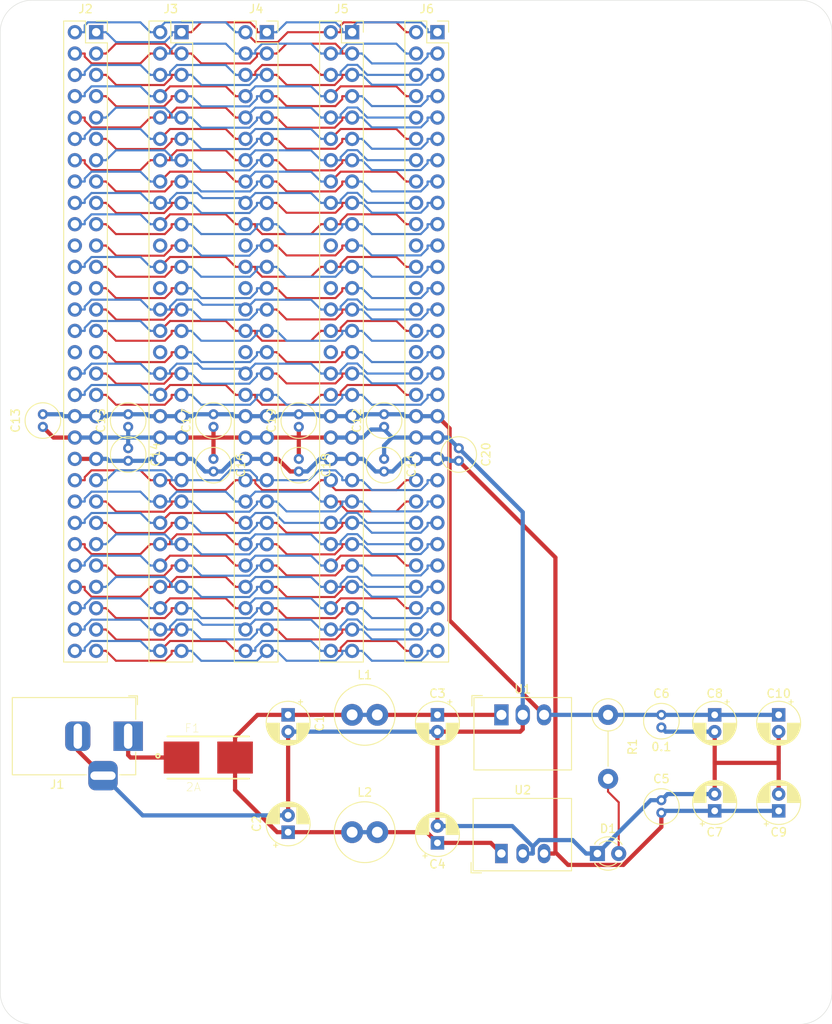
<source format=kicad_pcb>
(kicad_pcb (version 20171130) (host pcbnew 5.1.5+dfsg1-2build2)
  (layers (0 F.Cu signal) (31 B.Cu signal) (34 B.Paste user) (35 F.Paste user) (36 B.SilkS user) (37 F.SilkS user) (38 B.Mask user) (39 F.Mask user) (44 Edge.Cuts user))
  (net 0 "")
  (net 1 GND)
  (net 2 VCC)
  (net 3 +3V3)
  (net 4 +5V)
  (net 5 "Net-(D1-Pad2)")
  (net 6 /MISO)
  (net 7 /MOSI)
  (net 8 /SCLK)
  (net 9 /~IOSEL3)
  (net 10 /~IOSEL2)
  (net 11 /~IOSEL1)
  (net 12 /~MRW)
  (net 13 /~MRD)
  (net 14 /A18)
  (net 15 /A17)
  (net 16 /A16)
  (net 17 /A15)
  (net 18 /A14)
  (net 19 /A13)
  (net 20 /A12)
  (net 21 /A11)
  (net 22 /A10)
  (net 23 /A9)
  (net 24 /A8)
  (net 25 /A7)
  (net 26 /A6)
  (net 27 /A5)
  (net 28 /A4)
  (net 29 /A3)
  (net 30 /A2)
  (net 31 /A1)
  (net 32 /A0)
  (net 33 /D0)
  (net 34 /D1)
  (net 35 /D2)
  (net 36 /D3)
  (net 37 /D4)
  (net 38 /D5)
  (net 39 /D6)
  (net 40 /D7)
  (net 41 /RDY)
  (net 42 /~IRQ)
  (net 43 /~NMI)
  (net 44 /VPA)
  (net 45 /~RES)
  (net 46 /VDA)
  (net 47 /PHI2)
  (net 48 /R~W)
  (net 49 /~IOSEL4)
  (net 50 /~IOSEL5)
  (net 51 /SS0)
  (net 52 /SS1)
  (net 53 /SS2)
  (net 54 /SS4)
  (net 55 /SS3)
  (net 56 "Net-(J2-Pad26)")
  (net 57 "Net-(J2-Pad22)")
  (net 58 "Net-(J3-Pad26)")
  (net 59 "Net-(J3-Pad22)")
  (net 60 "Net-(J4-Pad26)")
  (net 61 "Net-(J4-Pad22)")
  (net 62 "Net-(J5-Pad26)")
  (net 63 "Net-(J5-Pad22)")
  (net 64 "Net-(J6-Pad26)")
  (net 65 "Net-(J6-Pad22)")
  (net 66 /SS5)
  (net 67 /SS6)
  (net 68 "Net-(J3-Pad32)")
  (net 69 "Net-(J4-Pad32)")
  (net 70 "Net-(J5-Pad32)")
  (net 71 "Net-(J6-Pad32)")
  (net 72 /bvcc)
  (module Connector_BarrelJack:BarrelJack_Horizontal (layer F.Cu) (at 69.85 115.57)
    (fp_text reference J1 (at -8.45 5.75) (layer F.SilkS))
    (fp_text value Barrel_Jack_Switch)
    (pad 1 thru_hole rect (at 0 0) (size 3.5 3.5) (drill oval 1 3) (layers *.Cu *.Mask) (net 72 /bvcc))
    (pad 2 thru_hole roundrect (at -6 0) (size 3 3.5) (drill oval 1 3) (layers *.Cu *.Mask) (net 1 GND))
    (pad 3 thru_hole roundrect (at -3 4.7) (size 3.5 3.5) (drill oval 3 1) (layers *.Cu *.Mask) (net 1 GND))
  )
  (module Connector_PinSocket_2.54mm:PinSocket_2x30_P2.54mm_Vertical (layer F.Cu) (at 106.68 31.75)
    (fp_text reference J6 (at -1.27 -2.77) (layer F.SilkS))
    (fp_text value "Slot 5")
    (pad 60 thru_hole oval (at -2.54 73.66) (size 1.7 1.7) (drill 1) (layers *.Cu *.Mask) (net 66 /SS5))
    (pad 59 thru_hole oval (at 0 73.66) (size 1.7 1.7) (drill 1) (layers *.Cu *.Mask) (net 67 /SS6))
    (pad 58 thru_hole oval (at -2.54 71.12) (size 1.7 1.7) (drill 1) (layers *.Cu *.Mask) (net 54 /SS4))
    (pad 57 thru_hole oval (at 0 71.12) (size 1.7 1.7) (drill 1) (layers *.Cu *.Mask) (net 6 /MISO))
    (pad 56 thru_hole oval (at -2.54 68.58) (size 1.7 1.7) (drill 1) (layers *.Cu *.Mask) (net 55 /SS3))
    (pad 55 thru_hole oval (at 0 68.58) (size 1.7 1.7) (drill 1) (layers *.Cu *.Mask) (net 7 /MOSI))
    (pad 54 thru_hole oval (at -2.54 66.04) (size 1.7 1.7) (drill 1) (layers *.Cu *.Mask) (net 53 /SS2))
    (pad 53 thru_hole oval (at 0 66.04) (size 1.7 1.7) (drill 1) (layers *.Cu *.Mask) (net 8 /SCLK))
    (pad 52 thru_hole oval (at -2.54 63.5) (size 1.7 1.7) (drill 1) (layers *.Cu *.Mask) (net 52 /SS1))
    (pad 51 thru_hole oval (at 0 63.5) (size 1.7 1.7) (drill 1) (layers *.Cu *.Mask) (net 9 /~IOSEL3))
    (pad 50 thru_hole oval (at -2.54 60.96) (size 1.7 1.7) (drill 1) (layers *.Cu *.Mask) (net 51 /SS0))
    (pad 49 thru_hole oval (at 0 60.96) (size 1.7 1.7) (drill 1) (layers *.Cu *.Mask) (net 10 /~IOSEL2))
    (pad 48 thru_hole oval (at -2.54 58.42) (size 1.7 1.7) (drill 1) (layers *.Cu *.Mask) (net 48 /R~W))
    (pad 47 thru_hole oval (at 0 58.42) (size 1.7 1.7) (drill 1) (layers *.Cu *.Mask) (net 11 /~IOSEL1))
    (pad 46 thru_hole oval (at -2.54 55.88) (size 1.7 1.7) (drill 1) (layers *.Cu *.Mask) (net 50 /~IOSEL5))
    (pad 45 thru_hole oval (at 0 55.88) (size 1.7 1.7) (drill 1) (layers *.Cu *.Mask) (net 12 /~MRW))
    (pad 44 thru_hole oval (at -2.54 53.34) (size 1.7 1.7) (drill 1) (layers *.Cu *.Mask) (net 49 /~IOSEL4))
    (pad 43 thru_hole oval (at 0 53.34) (size 1.7 1.7) (drill 1) (layers *.Cu *.Mask) (net 13 /~MRD))
    (pad 42 thru_hole oval (at -2.54 50.8) (size 1.7 1.7) (drill 1) (layers *.Cu *.Mask) (net 3 +3V3))
    (pad 41 thru_hole oval (at 0 50.8) (size 1.7 1.7) (drill 1) (layers *.Cu *.Mask) (net 3 +3V3))
    (pad 40 thru_hole oval (at -2.54 48.26) (size 1.7 1.7) (drill 1) (layers *.Cu *.Mask) (net 1 GND))
    (pad 39 thru_hole oval (at 0 48.26) (size 1.7 1.7) (drill 1) (layers *.Cu *.Mask) (net 1 GND))
    (pad 38 thru_hole oval (at -2.54 45.72) (size 1.7 1.7) (drill 1) (layers *.Cu *.Mask) (net 4 +5V))
    (pad 37 thru_hole oval (at 0 45.72) (size 1.7 1.7) (drill 1) (layers *.Cu *.Mask) (net 4 +5V))
    (pad 36 thru_hole oval (at -2.54 43.18) (size 1.7 1.7) (drill 1) (layers *.Cu *.Mask) (net 45 /~RES))
    (pad 35 thru_hole oval (at 0 43.18) (size 1.7 1.7) (drill 1) (layers *.Cu *.Mask) (net 15 /A17))
    (pad 34 thru_hole oval (at -2.54 40.64) (size 1.7 1.7) (drill 1) (layers *.Cu *.Mask) (net 44 /VPA))
    (pad 33 thru_hole oval (at 0 40.64) (size 1.7 1.7) (drill 1) (layers *.Cu *.Mask) (net 16 /A16))
    (pad 32 thru_hole oval (at -2.54 38.1) (size 1.7 1.7) (drill 1) (layers *.Cu *.Mask) (net 71 "Net-(J6-Pad32)"))
    (pad 31 thru_hole oval (at 0 38.1) (size 1.7 1.7) (drill 1) (layers *.Cu *.Mask) (net 17 /A15))
    (pad 30 thru_hole oval (at -2.54 35.56) (size 1.7 1.7) (drill 1) (layers *.Cu *.Mask) (net 47 /PHI2))
    (pad 29 thru_hole oval (at 0 35.56) (size 1.7 1.7) (drill 1) (layers *.Cu *.Mask) (net 18 /A14))
    (pad 28 thru_hole oval (at -2.54 33.02) (size 1.7 1.7) (drill 1) (layers *.Cu *.Mask) (net 46 /VDA))
    (pad 27 thru_hole oval (at 0 33.02) (size 1.7 1.7) (drill 1) (layers *.Cu *.Mask) (net 19 /A13))
    (pad 26 thru_hole oval (at -2.54 30.48) (size 1.7 1.7) (drill 1) (layers *.Cu *.Mask) (net 64 "Net-(J6-Pad26)"))
    (pad 25 thru_hole oval (at 0 30.48) (size 1.7 1.7) (drill 1) (layers *.Cu *.Mask) (net 20 /A12))
    (pad 24 thru_hole oval (at -2.54 27.94) (size 1.7 1.7) (drill 1) (layers *.Cu *.Mask) (net 43 /~NMI))
    (pad 23 thru_hole oval (at 0 27.94) (size 1.7 1.7) (drill 1) (layers *.Cu *.Mask) (net 21 /A11))
    (pad 22 thru_hole oval (at -2.54 25.4) (size 1.7 1.7) (drill 1) (layers *.Cu *.Mask) (net 65 "Net-(J6-Pad22)"))
    (pad 21 thru_hole oval (at 0 25.4) (size 1.7 1.7) (drill 1) (layers *.Cu *.Mask) (net 22 /A10))
    (pad 20 thru_hole oval (at -2.54 22.86) (size 1.7 1.7) (drill 1) (layers *.Cu *.Mask) (net 42 /~IRQ))
    (pad 19 thru_hole oval (at 0 22.86) (size 1.7 1.7) (drill 1) (layers *.Cu *.Mask) (net 23 /A9))
    (pad 18 thru_hole oval (at -2.54 20.32) (size 1.7 1.7) (drill 1) (layers *.Cu *.Mask) (net 41 /RDY))
    (pad 17 thru_hole oval (at 0 20.32) (size 1.7 1.7) (drill 1) (layers *.Cu *.Mask) (net 24 /A8))
    (pad 16 thru_hole oval (at -2.54 17.78) (size 1.7 1.7) (drill 1) (layers *.Cu *.Mask) (net 40 /D7))
    (pad 15 thru_hole oval (at 0 17.78) (size 1.7 1.7) (drill 1) (layers *.Cu *.Mask) (net 25 /A7))
    (pad 14 thru_hole oval (at -2.54 15.24) (size 1.7 1.7) (drill 1) (layers *.Cu *.Mask) (net 39 /D6))
    (pad 13 thru_hole oval (at 0 15.24) (size 1.7 1.7) (drill 1) (layers *.Cu *.Mask) (net 26 /A6))
    (pad 12 thru_hole oval (at -2.54 12.7) (size 1.7 1.7) (drill 1) (layers *.Cu *.Mask) (net 38 /D5))
    (pad 11 thru_hole oval (at 0 12.7) (size 1.7 1.7) (drill 1) (layers *.Cu *.Mask) (net 27 /A5))
    (pad 10 thru_hole oval (at -2.54 10.16) (size 1.7 1.7) (drill 1) (layers *.Cu *.Mask) (net 37 /D4))
    (pad 9 thru_hole oval (at 0 10.16) (size 1.7 1.7) (drill 1) (layers *.Cu *.Mask) (net 28 /A4))
    (pad 8 thru_hole oval (at -2.54 7.62) (size 1.7 1.7) (drill 1) (layers *.Cu *.Mask) (net 36 /D3))
    (pad 7 thru_hole oval (at 0 7.62) (size 1.7 1.7) (drill 1) (layers *.Cu *.Mask) (net 29 /A3))
    (pad 6 thru_hole oval (at -2.54 5.08) (size 1.7 1.7) (drill 1) (layers *.Cu *.Mask) (net 35 /D2))
    (pad 5 thru_hole oval (at 0 5.08) (size 1.7 1.7) (drill 1) (layers *.Cu *.Mask) (net 30 /A2))
    (pad 4 thru_hole oval (at -2.54 2.54) (size 1.7 1.7) (drill 1) (layers *.Cu *.Mask) (net 34 /D1))
    (pad 3 thru_hole oval (at 0 2.54) (size 1.7 1.7) (drill 1) (layers *.Cu *.Mask) (net 31 /A1))
    (pad 2 thru_hole oval (at -2.54 0) (size 1.7 1.7) (drill 1) (layers *.Cu *.Mask) (net 33 /D0))
    (pad 1 thru_hole rect (at 0 0) (size 1.7 1.7) (drill 1) (layers *.Cu *.Mask) (net 32 /A0))
  )
  (module Connector_PinSocket_2.54mm:PinSocket_2x30_P2.54mm_Vertical (layer F.Cu) (at 96.52 31.75)
    (fp_text reference J5 (at -1.27 -2.77) (layer F.SilkS))
    (fp_text value "Slot 4")
    (pad 60 thru_hole oval (at -2.54 73.66) (size 1.7 1.7) (drill 1) (layers *.Cu *.Mask) (net 66 /SS5))
    (pad 59 thru_hole oval (at 0 73.66) (size 1.7 1.7) (drill 1) (layers *.Cu *.Mask) (net 67 /SS6))
    (pad 58 thru_hole oval (at -2.54 71.12) (size 1.7 1.7) (drill 1) (layers *.Cu *.Mask) (net 54 /SS4))
    (pad 57 thru_hole oval (at 0 71.12) (size 1.7 1.7) (drill 1) (layers *.Cu *.Mask) (net 6 /MISO))
    (pad 56 thru_hole oval (at -2.54 68.58) (size 1.7 1.7) (drill 1) (layers *.Cu *.Mask) (net 55 /SS3))
    (pad 55 thru_hole oval (at 0 68.58) (size 1.7 1.7) (drill 1) (layers *.Cu *.Mask) (net 7 /MOSI))
    (pad 54 thru_hole oval (at -2.54 66.04) (size 1.7 1.7) (drill 1) (layers *.Cu *.Mask) (net 53 /SS2))
    (pad 53 thru_hole oval (at 0 66.04) (size 1.7 1.7) (drill 1) (layers *.Cu *.Mask) (net 8 /SCLK))
    (pad 52 thru_hole oval (at -2.54 63.5) (size 1.7 1.7) (drill 1) (layers *.Cu *.Mask) (net 52 /SS1))
    (pad 51 thru_hole oval (at 0 63.5) (size 1.7 1.7) (drill 1) (layers *.Cu *.Mask) (net 9 /~IOSEL3))
    (pad 50 thru_hole oval (at -2.54 60.96) (size 1.7 1.7) (drill 1) (layers *.Cu *.Mask) (net 51 /SS0))
    (pad 49 thru_hole oval (at 0 60.96) (size 1.7 1.7) (drill 1) (layers *.Cu *.Mask) (net 10 /~IOSEL2))
    (pad 48 thru_hole oval (at -2.54 58.42) (size 1.7 1.7) (drill 1) (layers *.Cu *.Mask) (net 48 /R~W))
    (pad 47 thru_hole oval (at 0 58.42) (size 1.7 1.7) (drill 1) (layers *.Cu *.Mask) (net 11 /~IOSEL1))
    (pad 46 thru_hole oval (at -2.54 55.88) (size 1.7 1.7) (drill 1) (layers *.Cu *.Mask) (net 50 /~IOSEL5))
    (pad 45 thru_hole oval (at 0 55.88) (size 1.7 1.7) (drill 1) (layers *.Cu *.Mask) (net 12 /~MRW))
    (pad 44 thru_hole oval (at -2.54 53.34) (size 1.7 1.7) (drill 1) (layers *.Cu *.Mask) (net 49 /~IOSEL4))
    (pad 43 thru_hole oval (at 0 53.34) (size 1.7 1.7) (drill 1) (layers *.Cu *.Mask) (net 13 /~MRD))
    (pad 42 thru_hole oval (at -2.54 50.8) (size 1.7 1.7) (drill 1) (layers *.Cu *.Mask) (net 3 +3V3))
    (pad 41 thru_hole oval (at 0 50.8) (size 1.7 1.7) (drill 1) (layers *.Cu *.Mask) (net 3 +3V3))
    (pad 40 thru_hole oval (at -2.54 48.26) (size 1.7 1.7) (drill 1) (layers *.Cu *.Mask) (net 1 GND))
    (pad 39 thru_hole oval (at 0 48.26) (size 1.7 1.7) (drill 1) (layers *.Cu *.Mask) (net 1 GND))
    (pad 38 thru_hole oval (at -2.54 45.72) (size 1.7 1.7) (drill 1) (layers *.Cu *.Mask) (net 4 +5V))
    (pad 37 thru_hole oval (at 0 45.72) (size 1.7 1.7) (drill 1) (layers *.Cu *.Mask) (net 4 +5V))
    (pad 36 thru_hole oval (at -2.54 43.18) (size 1.7 1.7) (drill 1) (layers *.Cu *.Mask) (net 45 /~RES))
    (pad 35 thru_hole oval (at 0 43.18) (size 1.7 1.7) (drill 1) (layers *.Cu *.Mask) (net 15 /A17))
    (pad 34 thru_hole oval (at -2.54 40.64) (size 1.7 1.7) (drill 1) (layers *.Cu *.Mask) (net 44 /VPA))
    (pad 33 thru_hole oval (at 0 40.64) (size 1.7 1.7) (drill 1) (layers *.Cu *.Mask) (net 16 /A16))
    (pad 32 thru_hole oval (at -2.54 38.1) (size 1.7 1.7) (drill 1) (layers *.Cu *.Mask) (net 70 "Net-(J5-Pad32)"))
    (pad 31 thru_hole oval (at 0 38.1) (size 1.7 1.7) (drill 1) (layers *.Cu *.Mask) (net 17 /A15))
    (pad 30 thru_hole oval (at -2.54 35.56) (size 1.7 1.7) (drill 1) (layers *.Cu *.Mask) (net 47 /PHI2))
    (pad 29 thru_hole oval (at 0 35.56) (size 1.7 1.7) (drill 1) (layers *.Cu *.Mask) (net 18 /A14))
    (pad 28 thru_hole oval (at -2.54 33.02) (size 1.7 1.7) (drill 1) (layers *.Cu *.Mask) (net 46 /VDA))
    (pad 27 thru_hole oval (at 0 33.02) (size 1.7 1.7) (drill 1) (layers *.Cu *.Mask) (net 19 /A13))
    (pad 26 thru_hole oval (at -2.54 30.48) (size 1.7 1.7) (drill 1) (layers *.Cu *.Mask) (net 62 "Net-(J5-Pad26)"))
    (pad 25 thru_hole oval (at 0 30.48) (size 1.7 1.7) (drill 1) (layers *.Cu *.Mask) (net 20 /A12))
    (pad 24 thru_hole oval (at -2.54 27.94) (size 1.7 1.7) (drill 1) (layers *.Cu *.Mask) (net 43 /~NMI))
    (pad 23 thru_hole oval (at 0 27.94) (size 1.7 1.7) (drill 1) (layers *.Cu *.Mask) (net 21 /A11))
    (pad 22 thru_hole oval (at -2.54 25.4) (size 1.7 1.7) (drill 1) (layers *.Cu *.Mask) (net 63 "Net-(J5-Pad22)"))
    (pad 21 thru_hole oval (at 0 25.4) (size 1.7 1.7) (drill 1) (layers *.Cu *.Mask) (net 22 /A10))
    (pad 20 thru_hole oval (at -2.54 22.86) (size 1.7 1.7) (drill 1) (layers *.Cu *.Mask) (net 42 /~IRQ))
    (pad 19 thru_hole oval (at 0 22.86) (size 1.7 1.7) (drill 1) (layers *.Cu *.Mask) (net 23 /A9))
    (pad 18 thru_hole oval (at -2.54 20.32) (size 1.7 1.7) (drill 1) (layers *.Cu *.Mask) (net 41 /RDY))
    (pad 17 thru_hole oval (at 0 20.32) (size 1.7 1.7) (drill 1) (layers *.Cu *.Mask) (net 24 /A8))
    (pad 16 thru_hole oval (at -2.54 17.78) (size 1.7 1.7) (drill 1) (layers *.Cu *.Mask) (net 40 /D7))
    (pad 15 thru_hole oval (at 0 17.78) (size 1.7 1.7) (drill 1) (layers *.Cu *.Mask) (net 25 /A7))
    (pad 14 thru_hole oval (at -2.54 15.24) (size 1.7 1.7) (drill 1) (layers *.Cu *.Mask) (net 39 /D6))
    (pad 13 thru_hole oval (at 0 15.24) (size 1.7 1.7) (drill 1) (layers *.Cu *.Mask) (net 26 /A6))
    (pad 12 thru_hole oval (at -2.54 12.7) (size 1.7 1.7) (drill 1) (layers *.Cu *.Mask) (net 38 /D5))
    (pad 11 thru_hole oval (at 0 12.7) (size 1.7 1.7) (drill 1) (layers *.Cu *.Mask) (net 27 /A5))
    (pad 10 thru_hole oval (at -2.54 10.16) (size 1.7 1.7) (drill 1) (layers *.Cu *.Mask) (net 37 /D4))
    (pad 9 thru_hole oval (at 0 10.16) (size 1.7 1.7) (drill 1) (layers *.Cu *.Mask) (net 28 /A4))
    (pad 8 thru_hole oval (at -2.54 7.62) (size 1.7 1.7) (drill 1) (layers *.Cu *.Mask) (net 36 /D3))
    (pad 7 thru_hole oval (at 0 7.62) (size 1.7 1.7) (drill 1) (layers *.Cu *.Mask) (net 29 /A3))
    (pad 6 thru_hole oval (at -2.54 5.08) (size 1.7 1.7) (drill 1) (layers *.Cu *.Mask) (net 35 /D2))
    (pad 5 thru_hole oval (at 0 5.08) (size 1.7 1.7) (drill 1) (layers *.Cu *.Mask) (net 30 /A2))
    (pad 4 thru_hole oval (at -2.54 2.54) (size 1.7 1.7) (drill 1) (layers *.Cu *.Mask) (net 34 /D1))
    (pad 3 thru_hole oval (at 0 2.54) (size 1.7 1.7) (drill 1) (layers *.Cu *.Mask) (net 31 /A1))
    (pad 2 thru_hole oval (at -2.54 0) (size 1.7 1.7) (drill 1) (layers *.Cu *.Mask) (net 33 /D0))
    (pad 1 thru_hole rect (at 0 0) (size 1.7 1.7) (drill 1) (layers *.Cu *.Mask) (net 32 /A0))
  )
  (module Connector_PinSocket_2.54mm:PinSocket_2x30_P2.54mm_Vertical (layer F.Cu) (at 86.36 31.75)
    (fp_text reference J4 (at -1.27 -2.77) (layer F.SilkS))
    (fp_text value "Slot 3")
    (pad 60 thru_hole oval (at -2.54 73.66) (size 1.7 1.7) (drill 1) (layers *.Cu *.Mask) (net 66 /SS5))
    (pad 59 thru_hole oval (at 0 73.66) (size 1.7 1.7) (drill 1) (layers *.Cu *.Mask) (net 67 /SS6))
    (pad 58 thru_hole oval (at -2.54 71.12) (size 1.7 1.7) (drill 1) (layers *.Cu *.Mask) (net 54 /SS4))
    (pad 57 thru_hole oval (at 0 71.12) (size 1.7 1.7) (drill 1) (layers *.Cu *.Mask) (net 6 /MISO))
    (pad 56 thru_hole oval (at -2.54 68.58) (size 1.7 1.7) (drill 1) (layers *.Cu *.Mask) (net 55 /SS3))
    (pad 55 thru_hole oval (at 0 68.58) (size 1.7 1.7) (drill 1) (layers *.Cu *.Mask) (net 7 /MOSI))
    (pad 54 thru_hole oval (at -2.54 66.04) (size 1.7 1.7) (drill 1) (layers *.Cu *.Mask) (net 53 /SS2))
    (pad 53 thru_hole oval (at 0 66.04) (size 1.7 1.7) (drill 1) (layers *.Cu *.Mask) (net 8 /SCLK))
    (pad 52 thru_hole oval (at -2.54 63.5) (size 1.7 1.7) (drill 1) (layers *.Cu *.Mask) (net 52 /SS1))
    (pad 51 thru_hole oval (at 0 63.5) (size 1.7 1.7) (drill 1) (layers *.Cu *.Mask) (net 9 /~IOSEL3))
    (pad 50 thru_hole oval (at -2.54 60.96) (size 1.7 1.7) (drill 1) (layers *.Cu *.Mask) (net 51 /SS0))
    (pad 49 thru_hole oval (at 0 60.96) (size 1.7 1.7) (drill 1) (layers *.Cu *.Mask) (net 10 /~IOSEL2))
    (pad 48 thru_hole oval (at -2.54 58.42) (size 1.7 1.7) (drill 1) (layers *.Cu *.Mask) (net 48 /R~W))
    (pad 47 thru_hole oval (at 0 58.42) (size 1.7 1.7) (drill 1) (layers *.Cu *.Mask) (net 11 /~IOSEL1))
    (pad 46 thru_hole oval (at -2.54 55.88) (size 1.7 1.7) (drill 1) (layers *.Cu *.Mask) (net 50 /~IOSEL5))
    (pad 45 thru_hole oval (at 0 55.88) (size 1.7 1.7) (drill 1) (layers *.Cu *.Mask) (net 12 /~MRW))
    (pad 44 thru_hole oval (at -2.54 53.34) (size 1.7 1.7) (drill 1) (layers *.Cu *.Mask) (net 49 /~IOSEL4))
    (pad 43 thru_hole oval (at 0 53.34) (size 1.7 1.7) (drill 1) (layers *.Cu *.Mask) (net 13 /~MRD))
    (pad 42 thru_hole oval (at -2.54 50.8) (size 1.7 1.7) (drill 1) (layers *.Cu *.Mask) (net 3 +3V3))
    (pad 41 thru_hole oval (at 0 50.8) (size 1.7 1.7) (drill 1) (layers *.Cu *.Mask) (net 3 +3V3))
    (pad 40 thru_hole oval (at -2.54 48.26) (size 1.7 1.7) (drill 1) (layers *.Cu *.Mask) (net 1 GND))
    (pad 39 thru_hole oval (at 0 48.26) (size 1.7 1.7) (drill 1) (layers *.Cu *.Mask) (net 1 GND))
    (pad 38 thru_hole oval (at -2.54 45.72) (size 1.7 1.7) (drill 1) (layers *.Cu *.Mask) (net 4 +5V))
    (pad 37 thru_hole oval (at 0 45.72) (size 1.7 1.7) (drill 1) (layers *.Cu *.Mask) (net 4 +5V))
    (pad 36 thru_hole oval (at -2.54 43.18) (size 1.7 1.7) (drill 1) (layers *.Cu *.Mask) (net 45 /~RES))
    (pad 35 thru_hole oval (at 0 43.18) (size 1.7 1.7) (drill 1) (layers *.Cu *.Mask) (net 15 /A17))
    (pad 34 thru_hole oval (at -2.54 40.64) (size 1.7 1.7) (drill 1) (layers *.Cu *.Mask) (net 44 /VPA))
    (pad 33 thru_hole oval (at 0 40.64) (size 1.7 1.7) (drill 1) (layers *.Cu *.Mask) (net 16 /A16))
    (pad 32 thru_hole oval (at -2.54 38.1) (size 1.7 1.7) (drill 1) (layers *.Cu *.Mask) (net 69 "Net-(J4-Pad32)"))
    (pad 31 thru_hole oval (at 0 38.1) (size 1.7 1.7) (drill 1) (layers *.Cu *.Mask) (net 17 /A15))
    (pad 30 thru_hole oval (at -2.54 35.56) (size 1.7 1.7) (drill 1) (layers *.Cu *.Mask) (net 47 /PHI2))
    (pad 29 thru_hole oval (at 0 35.56) (size 1.7 1.7) (drill 1) (layers *.Cu *.Mask) (net 18 /A14))
    (pad 28 thru_hole oval (at -2.54 33.02) (size 1.7 1.7) (drill 1) (layers *.Cu *.Mask) (net 46 /VDA))
    (pad 27 thru_hole oval (at 0 33.02) (size 1.7 1.7) (drill 1) (layers *.Cu *.Mask) (net 19 /A13))
    (pad 26 thru_hole oval (at -2.54 30.48) (size 1.7 1.7) (drill 1) (layers *.Cu *.Mask) (net 60 "Net-(J4-Pad26)"))
    (pad 25 thru_hole oval (at 0 30.48) (size 1.7 1.7) (drill 1) (layers *.Cu *.Mask) (net 20 /A12))
    (pad 24 thru_hole oval (at -2.54 27.94) (size 1.7 1.7) (drill 1) (layers *.Cu *.Mask) (net 43 /~NMI))
    (pad 23 thru_hole oval (at 0 27.94) (size 1.7 1.7) (drill 1) (layers *.Cu *.Mask) (net 21 /A11))
    (pad 22 thru_hole oval (at -2.54 25.4) (size 1.7 1.7) (drill 1) (layers *.Cu *.Mask) (net 61 "Net-(J4-Pad22)"))
    (pad 21 thru_hole oval (at 0 25.4) (size 1.7 1.7) (drill 1) (layers *.Cu *.Mask) (net 22 /A10))
    (pad 20 thru_hole oval (at -2.54 22.86) (size 1.7 1.7) (drill 1) (layers *.Cu *.Mask) (net 42 /~IRQ))
    (pad 19 thru_hole oval (at 0 22.86) (size 1.7 1.7) (drill 1) (layers *.Cu *.Mask) (net 23 /A9))
    (pad 18 thru_hole oval (at -2.54 20.32) (size 1.7 1.7) (drill 1) (layers *.Cu *.Mask) (net 41 /RDY))
    (pad 17 thru_hole oval (at 0 20.32) (size 1.7 1.7) (drill 1) (layers *.Cu *.Mask) (net 24 /A8))
    (pad 16 thru_hole oval (at -2.54 17.78) (size 1.7 1.7) (drill 1) (layers *.Cu *.Mask) (net 40 /D7))
    (pad 15 thru_hole oval (at 0 17.78) (size 1.7 1.7) (drill 1) (layers *.Cu *.Mask) (net 25 /A7))
    (pad 14 thru_hole oval (at -2.54 15.24) (size 1.7 1.7) (drill 1) (layers *.Cu *.Mask) (net 39 /D6))
    (pad 13 thru_hole oval (at 0 15.24) (size 1.7 1.7) (drill 1) (layers *.Cu *.Mask) (net 26 /A6))
    (pad 12 thru_hole oval (at -2.54 12.7) (size 1.7 1.7) (drill 1) (layers *.Cu *.Mask) (net 38 /D5))
    (pad 11 thru_hole oval (at 0 12.7) (size 1.7 1.7) (drill 1) (layers *.Cu *.Mask) (net 27 /A5))
    (pad 10 thru_hole oval (at -2.54 10.16) (size 1.7 1.7) (drill 1) (layers *.Cu *.Mask) (net 37 /D4))
    (pad 9 thru_hole oval (at 0 10.16) (size 1.7 1.7) (drill 1) (layers *.Cu *.Mask) (net 28 /A4))
    (pad 8 thru_hole oval (at -2.54 7.62) (size 1.7 1.7) (drill 1) (layers *.Cu *.Mask) (net 36 /D3))
    (pad 7 thru_hole oval (at 0 7.62) (size 1.7 1.7) (drill 1) (layers *.Cu *.Mask) (net 29 /A3))
    (pad 6 thru_hole oval (at -2.54 5.08) (size 1.7 1.7) (drill 1) (layers *.Cu *.Mask) (net 35 /D2))
    (pad 5 thru_hole oval (at 0 5.08) (size 1.7 1.7) (drill 1) (layers *.Cu *.Mask) (net 30 /A2))
    (pad 4 thru_hole oval (at -2.54 2.54) (size 1.7 1.7) (drill 1) (layers *.Cu *.Mask) (net 34 /D1))
    (pad 3 thru_hole oval (at 0 2.54) (size 1.7 1.7) (drill 1) (layers *.Cu *.Mask) (net 31 /A1))
    (pad 2 thru_hole oval (at -2.54 0) (size 1.7 1.7) (drill 1) (layers *.Cu *.Mask) (net 33 /D0))
    (pad 1 thru_hole rect (at 0 0) (size 1.7 1.7) (drill 1) (layers *.Cu *.Mask) (net 32 /A0))
  )
  (module Connector_PinSocket_2.54mm:PinSocket_2x30_P2.54mm_Vertical (layer F.Cu) (at 76.2 31.75)
    (fp_text reference J3 (at -1.27 -2.77) (layer F.SilkS))
    (fp_text value "Slot 2")
    (pad 60 thru_hole oval (at -2.54 73.66) (size 1.7 1.7) (drill 1) (layers *.Cu *.Mask) (net 66 /SS5))
    (pad 59 thru_hole oval (at 0 73.66) (size 1.7 1.7) (drill 1) (layers *.Cu *.Mask) (net 67 /SS6))
    (pad 58 thru_hole oval (at -2.54 71.12) (size 1.7 1.7) (drill 1) (layers *.Cu *.Mask) (net 54 /SS4))
    (pad 57 thru_hole oval (at 0 71.12) (size 1.7 1.7) (drill 1) (layers *.Cu *.Mask) (net 6 /MISO))
    (pad 56 thru_hole oval (at -2.54 68.58) (size 1.7 1.7) (drill 1) (layers *.Cu *.Mask) (net 55 /SS3))
    (pad 55 thru_hole oval (at 0 68.58) (size 1.7 1.7) (drill 1) (layers *.Cu *.Mask) (net 7 /MOSI))
    (pad 54 thru_hole oval (at -2.54 66.04) (size 1.7 1.7) (drill 1) (layers *.Cu *.Mask) (net 53 /SS2))
    (pad 53 thru_hole oval (at 0 66.04) (size 1.7 1.7) (drill 1) (layers *.Cu *.Mask) (net 8 /SCLK))
    (pad 52 thru_hole oval (at -2.54 63.5) (size 1.7 1.7) (drill 1) (layers *.Cu *.Mask) (net 52 /SS1))
    (pad 51 thru_hole oval (at 0 63.5) (size 1.7 1.7) (drill 1) (layers *.Cu *.Mask) (net 9 /~IOSEL3))
    (pad 50 thru_hole oval (at -2.54 60.96) (size 1.7 1.7) (drill 1) (layers *.Cu *.Mask) (net 51 /SS0))
    (pad 49 thru_hole oval (at 0 60.96) (size 1.7 1.7) (drill 1) (layers *.Cu *.Mask) (net 10 /~IOSEL2))
    (pad 48 thru_hole oval (at -2.54 58.42) (size 1.7 1.7) (drill 1) (layers *.Cu *.Mask) (net 48 /R~W))
    (pad 47 thru_hole oval (at 0 58.42) (size 1.7 1.7) (drill 1) (layers *.Cu *.Mask) (net 11 /~IOSEL1))
    (pad 46 thru_hole oval (at -2.54 55.88) (size 1.7 1.7) (drill 1) (layers *.Cu *.Mask) (net 50 /~IOSEL5))
    (pad 45 thru_hole oval (at 0 55.88) (size 1.7 1.7) (drill 1) (layers *.Cu *.Mask) (net 12 /~MRW))
    (pad 44 thru_hole oval (at -2.54 53.34) (size 1.7 1.7) (drill 1) (layers *.Cu *.Mask) (net 49 /~IOSEL4))
    (pad 43 thru_hole oval (at 0 53.34) (size 1.7 1.7) (drill 1) (layers *.Cu *.Mask) (net 13 /~MRD))
    (pad 42 thru_hole oval (at -2.54 50.8) (size 1.7 1.7) (drill 1) (layers *.Cu *.Mask) (net 3 +3V3))
    (pad 41 thru_hole oval (at 0 50.8) (size 1.7 1.7) (drill 1) (layers *.Cu *.Mask) (net 3 +3V3))
    (pad 40 thru_hole oval (at -2.54 48.26) (size 1.7 1.7) (drill 1) (layers *.Cu *.Mask) (net 1 GND))
    (pad 39 thru_hole oval (at 0 48.26) (size 1.7 1.7) (drill 1) (layers *.Cu *.Mask) (net 1 GND))
    (pad 38 thru_hole oval (at -2.54 45.72) (size 1.7 1.7) (drill 1) (layers *.Cu *.Mask) (net 4 +5V))
    (pad 37 thru_hole oval (at 0 45.72) (size 1.7 1.7) (drill 1) (layers *.Cu *.Mask) (net 4 +5V))
    (pad 36 thru_hole oval (at -2.54 43.18) (size 1.7 1.7) (drill 1) (layers *.Cu *.Mask) (net 45 /~RES))
    (pad 35 thru_hole oval (at 0 43.18) (size 1.7 1.7) (drill 1) (layers *.Cu *.Mask) (net 15 /A17))
    (pad 34 thru_hole oval (at -2.54 40.64) (size 1.7 1.7) (drill 1) (layers *.Cu *.Mask) (net 44 /VPA))
    (pad 33 thru_hole oval (at 0 40.64) (size 1.7 1.7) (drill 1) (layers *.Cu *.Mask) (net 16 /A16))
    (pad 32 thru_hole oval (at -2.54 38.1) (size 1.7 1.7) (drill 1) (layers *.Cu *.Mask) (net 68 "Net-(J3-Pad32)"))
    (pad 31 thru_hole oval (at 0 38.1) (size 1.7 1.7) (drill 1) (layers *.Cu *.Mask) (net 17 /A15))
    (pad 30 thru_hole oval (at -2.54 35.56) (size 1.7 1.7) (drill 1) (layers *.Cu *.Mask) (net 47 /PHI2))
    (pad 29 thru_hole oval (at 0 35.56) (size 1.7 1.7) (drill 1) (layers *.Cu *.Mask) (net 18 /A14))
    (pad 28 thru_hole oval (at -2.54 33.02) (size 1.7 1.7) (drill 1) (layers *.Cu *.Mask) (net 46 /VDA))
    (pad 27 thru_hole oval (at 0 33.02) (size 1.7 1.7) (drill 1) (layers *.Cu *.Mask) (net 19 /A13))
    (pad 26 thru_hole oval (at -2.54 30.48) (size 1.7 1.7) (drill 1) (layers *.Cu *.Mask) (net 58 "Net-(J3-Pad26)"))
    (pad 25 thru_hole oval (at 0 30.48) (size 1.7 1.7) (drill 1) (layers *.Cu *.Mask) (net 20 /A12))
    (pad 24 thru_hole oval (at -2.54 27.94) (size 1.7 1.7) (drill 1) (layers *.Cu *.Mask) (net 43 /~NMI))
    (pad 23 thru_hole oval (at 0 27.94) (size 1.7 1.7) (drill 1) (layers *.Cu *.Mask) (net 21 /A11))
    (pad 22 thru_hole oval (at -2.54 25.4) (size 1.7 1.7) (drill 1) (layers *.Cu *.Mask) (net 59 "Net-(J3-Pad22)"))
    (pad 21 thru_hole oval (at 0 25.4) (size 1.7 1.7) (drill 1) (layers *.Cu *.Mask) (net 22 /A10))
    (pad 20 thru_hole oval (at -2.54 22.86) (size 1.7 1.7) (drill 1) (layers *.Cu *.Mask) (net 42 /~IRQ))
    (pad 19 thru_hole oval (at 0 22.86) (size 1.7 1.7) (drill 1) (layers *.Cu *.Mask) (net 23 /A9))
    (pad 18 thru_hole oval (at -2.54 20.32) (size 1.7 1.7) (drill 1) (layers *.Cu *.Mask) (net 41 /RDY))
    (pad 17 thru_hole oval (at 0 20.32) (size 1.7 1.7) (drill 1) (layers *.Cu *.Mask) (net 24 /A8))
    (pad 16 thru_hole oval (at -2.54 17.78) (size 1.7 1.7) (drill 1) (layers *.Cu *.Mask) (net 40 /D7))
    (pad 15 thru_hole oval (at 0 17.78) (size 1.7 1.7) (drill 1) (layers *.Cu *.Mask) (net 25 /A7))
    (pad 14 thru_hole oval (at -2.54 15.24) (size 1.7 1.7) (drill 1) (layers *.Cu *.Mask) (net 39 /D6))
    (pad 13 thru_hole oval (at 0 15.24) (size 1.7 1.7) (drill 1) (layers *.Cu *.Mask) (net 26 /A6))
    (pad 12 thru_hole oval (at -2.54 12.7) (size 1.7 1.7) (drill 1) (layers *.Cu *.Mask) (net 38 /D5))
    (pad 11 thru_hole oval (at 0 12.7) (size 1.7 1.7) (drill 1) (layers *.Cu *.Mask) (net 27 /A5))
    (pad 10 thru_hole oval (at -2.54 10.16) (size 1.7 1.7) (drill 1) (layers *.Cu *.Mask) (net 37 /D4))
    (pad 9 thru_hole oval (at 0 10.16) (size 1.7 1.7) (drill 1) (layers *.Cu *.Mask) (net 28 /A4))
    (pad 8 thru_hole oval (at -2.54 7.62) (size 1.7 1.7) (drill 1) (layers *.Cu *.Mask) (net 36 /D3))
    (pad 7 thru_hole oval (at 0 7.62) (size 1.7 1.7) (drill 1) (layers *.Cu *.Mask) (net 29 /A3))
    (pad 6 thru_hole oval (at -2.54 5.08) (size 1.7 1.7) (drill 1) (layers *.Cu *.Mask) (net 35 /D2))
    (pad 5 thru_hole oval (at 0 5.08) (size 1.7 1.7) (drill 1) (layers *.Cu *.Mask) (net 30 /A2))
    (pad 4 thru_hole oval (at -2.54 2.54) (size 1.7 1.7) (drill 1) (layers *.Cu *.Mask) (net 34 /D1))
    (pad 3 thru_hole oval (at 0 2.54) (size 1.7 1.7) (drill 1) (layers *.Cu *.Mask) (net 31 /A1))
    (pad 2 thru_hole oval (at -2.54 0) (size 1.7 1.7) (drill 1) (layers *.Cu *.Mask) (net 33 /D0))
    (pad 1 thru_hole rect (at 0 0) (size 1.7 1.7) (drill 1) (layers *.Cu *.Mask) (net 32 /A0))
  )
  (module Capacitor_THT:C_Radial_D4.0mm_H5.0mm_P1.50mm (layer F.Cu) (at 109.22 81.28 270)
    (fp_text reference C20 (at 0.75 -3.25 90) (layer F.SilkS))
    (fp_text value 0.1uF)
    (pad 2 thru_hole circle (at 1.5 0 270) (size 1.2 1.2) (drill 0.6) (layers *.Cu *.Mask) (net 3 +3V3))
    (pad 1 thru_hole circle (at 0 0 270) (size 1.2 1.2) (drill 0.6) (layers *.Cu *.Mask) (net 1 GND))
  )
  (module Capacitor_THT:C_Radial_D4.0mm_H5.0mm_P1.50mm (layer F.Cu) (at 90.17 78.74 90)
    (fp_text reference C19 (at 0.75 -3.25 90) (layer F.SilkS))
    (fp_text value 0.1uF)
    (pad 2 thru_hole circle (at 1.5 0 90) (size 1.2 1.2) (drill 0.6) (layers *.Cu *.Mask) (net 4 +5V))
    (pad 1 thru_hole circle (at 0 0 90) (size 1.2 1.2) (drill 0.6) (layers *.Cu *.Mask) (net 1 GND))
  )
  (module Capacitor_THT:C_Radial_D4.0mm_H5.0mm_P1.50mm (layer F.Cu) (at 90.17 82.55 270)
    (fp_text reference C18 (at 0.75 -3.25 90) (layer F.SilkS))
    (fp_text value 0.1uF)
    (pad 2 thru_hole circle (at 1.5 0 270) (size 1.2 1.2) (drill 0.6) (layers *.Cu *.Mask) (net 3 +3V3))
    (pad 1 thru_hole circle (at 0 0 270) (size 1.2 1.2) (drill 0.6) (layers *.Cu *.Mask) (net 1 GND))
  )
  (module Capacitor_THT:C_Radial_D4.0mm_H5.0mm_P1.50mm (layer F.Cu) (at 80.01 78.74 90)
    (fp_text reference C17 (at 0.75 -3.25 90) (layer F.SilkS))
    (fp_text value 0.1uF)
    (pad 2 thru_hole circle (at 1.5 0 90) (size 1.2 1.2) (drill 0.6) (layers *.Cu *.Mask) (net 4 +5V))
    (pad 1 thru_hole circle (at 0 0 90) (size 1.2 1.2) (drill 0.6) (layers *.Cu *.Mask) (net 1 GND))
  )
  (module Capacitor_THT:C_Radial_D4.0mm_H5.0mm_P1.50mm (layer F.Cu) (at 80.01 82.55 270)
    (fp_text reference C16 (at 0.75 -3.25 90) (layer F.SilkS))
    (fp_text value 0.1uF)
    (pad 2 thru_hole circle (at 1.5 0 270) (size 1.2 1.2) (drill 0.6) (layers *.Cu *.Mask) (net 3 +3V3))
    (pad 1 thru_hole circle (at 0 0 270) (size 1.2 1.2) (drill 0.6) (layers *.Cu *.Mask) (net 1 GND))
  )
  (module Capacitor_THT:C_Radial_D4.0mm_H5.0mm_P1.50mm (layer F.Cu) (at 69.85 78.74 90)
    (fp_text reference C15 (at 0.75 -3.25 90) (layer F.SilkS))
    (fp_text value 0.1uF)
    (pad 2 thru_hole circle (at 1.5 0 90) (size 1.2 1.2) (drill 0.6) (layers *.Cu *.Mask) (net 4 +5V))
    (pad 1 thru_hole circle (at 0 0 90) (size 1.2 1.2) (drill 0.6) (layers *.Cu *.Mask) (net 1 GND))
  )
  (module Capacitor_THT:C_Radial_D4.0mm_H5.0mm_P1.50mm (layer F.Cu) (at 69.85 81.28 270)
    (fp_text reference C14 (at 0.75 -3.25 90) (layer F.SilkS))
    (fp_text value 0.1uF)
    (pad 2 thru_hole circle (at 1.5 0 270) (size 1.2 1.2) (drill 0.6) (layers *.Cu *.Mask) (net 3 +3V3))
    (pad 1 thru_hole circle (at 0 0 270) (size 1.2 1.2) (drill 0.6) (layers *.Cu *.Mask) (net 1 GND))
  )
  (module Capacitor_THT:C_Radial_D4.0mm_H5.0mm_P1.50mm (layer F.Cu) (at 59.69 78.74 90)
    (fp_text reference C13 (at 0.75 -3.25 90) (layer F.SilkS))
    (fp_text value 0.1uF)
    (pad 2 thru_hole circle (at 1.5 0 90) (size 1.2 1.2) (drill 0.6) (layers *.Cu *.Mask) (net 4 +5V))
    (pad 1 thru_hole circle (at 0 0 90) (size 1.2 1.2) (drill 0.6) (layers *.Cu *.Mask) (net 1 GND))
  )
  (module Capacitor_THT:C_Radial_D4.0mm_H5.0mm_P1.50mm (layer F.Cu) (at 100.33 78.74 90)
    (fp_text reference C12 (at 0.75 -3.25 90) (layer F.SilkS))
    (fp_text value 0.1uF)
    (pad 2 thru_hole circle (at 1.5 0 90) (size 1.2 1.2) (drill 0.6) (layers *.Cu *.Mask) (net 4 +5V))
    (pad 1 thru_hole circle (at 0 0 90) (size 1.2 1.2) (drill 0.6) (layers *.Cu *.Mask) (net 1 GND))
  )
  (module Capacitor_THT:C_Radial_D4.0mm_H5.0mm_P1.50mm (layer F.Cu) (at 100.33 82.55 270)
    (fp_text reference C11 (at 0.75 -3.25 90) (layer F.SilkS))
    (fp_text value 0.1uF)
    (pad 2 thru_hole circle (at 1.5 0 270) (size 1.2 1.2) (drill 0.6) (layers *.Cu *.Mask) (net 3 +3V3))
    (pad 1 thru_hole circle (at 0 0 270) (size 1.2 1.2) (drill 0.6) (layers *.Cu *.Mask) (net 1 GND))
  )
  (module Converter_DCDC:Converter_DCDC_RECOM_R-78E-0.5_THT (layer F.Cu) (at 114.3 129.54)
    (fp_text reference U2 (at 2.54 -7.56) (layer F.SilkS))
    (fp_text value R-78E3.3-0.5)
    (pad 3 thru_hole oval (at 5.08 0) (size 1.5 2.3) (drill 1) (layers *.Cu *.Mask) (net 3 +3V3))
    (pad 2 thru_hole oval (at 2.54 0) (size 1.5 2.3) (drill 1) (layers *.Cu *.Mask) (net 1 GND))
    (pad 1 thru_hole rect (at 0 0) (size 1.5 2.3) (drill 1) (layers *.Cu *.Mask) (net 2 VCC))
  )
  (module Converter_DCDC:Converter_DCDC_RECOM_R-78B-2.0_THT (layer F.Cu) (at 114.3 113.03)
    (fp_text reference U1 (at 2.54 -3.06) (layer F.SilkS))
    (fp_text value R-78B5.0-2.0)
    (pad 3 thru_hole oval (at 5.08 0) (size 1.7 2.5) (drill 1.2) (layers *.Cu *.Mask) (net 4 +5V))
    (pad 2 thru_hole oval (at 2.54 0) (size 1.7 2.5) (drill 1.2) (layers *.Cu *.Mask) (net 1 GND))
    (pad 1 thru_hole rect (at 0 0) (size 1.7 2.5) (drill 1.2) (layers *.Cu *.Mask) (net 2 VCC))
  )
  (module Inductor_THT:L_Radial_D7.0mm_P3.00mm (layer F.Cu) (at 96.52 127)
    (fp_text reference L2 (at 1.5 -4.75) (layer F.SilkS))
    (fp_text value 10uH)
    (pad 2 thru_hole circle (at 3 0) (size 2.6 2.6) (drill 1.3) (layers *.Cu *.Mask) (net 2 VCC))
    (pad 1 thru_hole circle (at 0 0) (size 2.6 2.6) (drill 1.3) (layers *.Cu *.Mask) (net 2 VCC))
  )
  (module Inductor_THT:L_Radial_D7.0mm_P3.00mm (layer F.Cu) (at 96.52 113.03)
    (fp_text reference L1 (at 1.5 -4.75) (layer F.SilkS))
    (fp_text value 10uH)
    (pad 2 thru_hole circle (at 3 0) (size 2.6 2.6) (drill 1.3) (layers *.Cu *.Mask) (net 2 VCC))
    (pad 1 thru_hole circle (at 0 0) (size 2.6 2.6) (drill 1.3) (layers *.Cu *.Mask) (net 2 VCC))
  )
  (module Connector_PinSocket_2.54mm:PinSocket_2x30_P2.54mm_Vertical (layer F.Cu) (at 66.04 31.75)
    (fp_text reference J2 (at -1.27 -2.77) (layer F.SilkS))
    (fp_text value "Slot 1")
    (pad 60 thru_hole oval (at -2.54 73.66) (size 1.7 1.7) (drill 1) (layers *.Cu *.Mask) (net 66 /SS5))
    (pad 59 thru_hole oval (at 0 73.66) (size 1.7 1.7) (drill 1) (layers *.Cu *.Mask) (net 67 /SS6))
    (pad 58 thru_hole oval (at -2.54 71.12) (size 1.7 1.7) (drill 1) (layers *.Cu *.Mask) (net 54 /SS4))
    (pad 57 thru_hole oval (at 0 71.12) (size 1.7 1.7) (drill 1) (layers *.Cu *.Mask) (net 6 /MISO))
    (pad 56 thru_hole oval (at -2.54 68.58) (size 1.7 1.7) (drill 1) (layers *.Cu *.Mask) (net 55 /SS3))
    (pad 55 thru_hole oval (at 0 68.58) (size 1.7 1.7) (drill 1) (layers *.Cu *.Mask) (net 7 /MOSI))
    (pad 54 thru_hole oval (at -2.54 66.04) (size 1.7 1.7) (drill 1) (layers *.Cu *.Mask) (net 53 /SS2))
    (pad 53 thru_hole oval (at 0 66.04) (size 1.7 1.7) (drill 1) (layers *.Cu *.Mask) (net 8 /SCLK))
    (pad 52 thru_hole oval (at -2.54 63.5) (size 1.7 1.7) (drill 1) (layers *.Cu *.Mask) (net 52 /SS1))
    (pad 51 thru_hole oval (at 0 63.5) (size 1.7 1.7) (drill 1) (layers *.Cu *.Mask) (net 9 /~IOSEL3))
    (pad 50 thru_hole oval (at -2.54 60.96) (size 1.7 1.7) (drill 1) (layers *.Cu *.Mask) (net 51 /SS0))
    (pad 49 thru_hole oval (at 0 60.96) (size 1.7 1.7) (drill 1) (layers *.Cu *.Mask) (net 10 /~IOSEL2))
    (pad 48 thru_hole oval (at -2.54 58.42) (size 1.7 1.7) (drill 1) (layers *.Cu *.Mask) (net 48 /R~W))
    (pad 47 thru_hole oval (at 0 58.42) (size 1.7 1.7) (drill 1) (layers *.Cu *.Mask) (net 11 /~IOSEL1))
    (pad 46 thru_hole oval (at -2.54 55.88) (size 1.7 1.7) (drill 1) (layers *.Cu *.Mask) (net 50 /~IOSEL5))
    (pad 45 thru_hole oval (at 0 55.88) (size 1.7 1.7) (drill 1) (layers *.Cu *.Mask) (net 12 /~MRW))
    (pad 44 thru_hole oval (at -2.54 53.34) (size 1.7 1.7) (drill 1) (layers *.Cu *.Mask) (net 49 /~IOSEL4))
    (pad 43 thru_hole oval (at 0 53.34) (size 1.7 1.7) (drill 1) (layers *.Cu *.Mask) (net 13 /~MRD))
    (pad 42 thru_hole oval (at -2.54 50.8) (size 1.7 1.7) (drill 1) (layers *.Cu *.Mask) (net 3 +3V3))
    (pad 41 thru_hole oval (at 0 50.8) (size 1.7 1.7) (drill 1) (layers *.Cu *.Mask) (net 3 +3V3))
    (pad 40 thru_hole oval (at -2.54 48.26) (size 1.7 1.7) (drill 1) (layers *.Cu *.Mask) (net 1 GND))
    (pad 39 thru_hole oval (at 0 48.26) (size 1.7 1.7) (drill 1) (layers *.Cu *.Mask) (net 1 GND))
    (pad 38 thru_hole oval (at -2.54 45.72) (size 1.7 1.7) (drill 1) (layers *.Cu *.Mask) (net 4 +5V))
    (pad 37 thru_hole oval (at 0 45.72) (size 1.7 1.7) (drill 1) (layers *.Cu *.Mask) (net 4 +5V))
    (pad 36 thru_hole oval (at -2.54 43.18) (size 1.7 1.7) (drill 1) (layers *.Cu *.Mask) (net 45 /~RES))
    (pad 35 thru_hole oval (at 0 43.18) (size 1.7 1.7) (drill 1) (layers *.Cu *.Mask) (net 15 /A17))
    (pad 34 thru_hole oval (at -2.54 40.64) (size 1.7 1.7) (drill 1) (layers *.Cu *.Mask) (net 44 /VPA))
    (pad 33 thru_hole oval (at 0 40.64) (size 1.7 1.7) (drill 1) (layers *.Cu *.Mask) (net 16 /A16))
    (pad 32 thru_hole oval (at -2.54 38.1) (size 1.7 1.7) (drill 1) (layers *.Cu *.Mask) (net 14 /A18))
    (pad 31 thru_hole oval (at 0 38.1) (size 1.7 1.7) (drill 1) (layers *.Cu *.Mask) (net 17 /A15))
    (pad 30 thru_hole oval (at -2.54 35.56) (size 1.7 1.7) (drill 1) (layers *.Cu *.Mask) (net 47 /PHI2))
    (pad 29 thru_hole oval (at 0 35.56) (size 1.7 1.7) (drill 1) (layers *.Cu *.Mask) (net 18 /A14))
    (pad 28 thru_hole oval (at -2.54 33.02) (size 1.7 1.7) (drill 1) (layers *.Cu *.Mask) (net 46 /VDA))
    (pad 27 thru_hole oval (at 0 33.02) (size 1.7 1.7) (drill 1) (layers *.Cu *.Mask) (net 19 /A13))
    (pad 26 thru_hole oval (at -2.54 30.48) (size 1.7 1.7) (drill 1) (layers *.Cu *.Mask) (net 56 "Net-(J2-Pad26)"))
    (pad 25 thru_hole oval (at 0 30.48) (size 1.7 1.7) (drill 1) (layers *.Cu *.Mask) (net 20 /A12))
    (pad 24 thru_hole oval (at -2.54 27.94) (size 1.7 1.7) (drill 1) (layers *.Cu *.Mask) (net 43 /~NMI))
    (pad 23 thru_hole oval (at 0 27.94) (size 1.7 1.7) (drill 1) (layers *.Cu *.Mask) (net 21 /A11))
    (pad 22 thru_hole oval (at -2.54 25.4) (size 1.7 1.7) (drill 1) (layers *.Cu *.Mask) (net 57 "Net-(J2-Pad22)"))
    (pad 21 thru_hole oval (at 0 25.4) (size 1.7 1.7) (drill 1) (layers *.Cu *.Mask) (net 22 /A10))
    (pad 20 thru_hole oval (at -2.54 22.86) (size 1.7 1.7) (drill 1) (layers *.Cu *.Mask) (net 42 /~IRQ))
    (pad 19 thru_hole oval (at 0 22.86) (size 1.7 1.7) (drill 1) (layers *.Cu *.Mask) (net 23 /A9))
    (pad 18 thru_hole oval (at -2.54 20.32) (size 1.7 1.7) (drill 1) (layers *.Cu *.Mask) (net 41 /RDY))
    (pad 17 thru_hole oval (at 0 20.32) (size 1.7 1.7) (drill 1) (layers *.Cu *.Mask) (net 24 /A8))
    (pad 16 thru_hole oval (at -2.54 17.78) (size 1.7 1.7) (drill 1) (layers *.Cu *.Mask) (net 40 /D7))
    (pad 15 thru_hole oval (at 0 17.78) (size 1.7 1.7) (drill 1) (layers *.Cu *.Mask) (net 25 /A7))
    (pad 14 thru_hole oval (at -2.54 15.24) (size 1.7 1.7) (drill 1) (layers *.Cu *.Mask) (net 39 /D6))
    (pad 13 thru_hole oval (at 0 15.24) (size 1.7 1.7) (drill 1) (layers *.Cu *.Mask) (net 26 /A6))
    (pad 12 thru_hole oval (at -2.54 12.7) (size 1.7 1.7) (drill 1) (layers *.Cu *.Mask) (net 38 /D5))
    (pad 11 thru_hole oval (at 0 12.7) (size 1.7 1.7) (drill 1) (layers *.Cu *.Mask) (net 27 /A5))
    (pad 10 thru_hole oval (at -2.54 10.16) (size 1.7 1.7) (drill 1) (layers *.Cu *.Mask) (net 37 /D4))
    (pad 9 thru_hole oval (at 0 10.16) (size 1.7 1.7) (drill 1) (layers *.Cu *.Mask) (net 28 /A4))
    (pad 8 thru_hole oval (at -2.54 7.62) (size 1.7 1.7) (drill 1) (layers *.Cu *.Mask) (net 36 /D3))
    (pad 7 thru_hole oval (at 0 7.62) (size 1.7 1.7) (drill 1) (layers *.Cu *.Mask) (net 29 /A3))
    (pad 6 thru_hole oval (at -2.54 5.08) (size 1.7 1.7) (drill 1) (layers *.Cu *.Mask) (net 35 /D2))
    (pad 5 thru_hole oval (at 0 5.08) (size 1.7 1.7) (drill 1) (layers *.Cu *.Mask) (net 30 /A2))
    (pad 4 thru_hole oval (at -2.54 2.54) (size 1.7 1.7) (drill 1) (layers *.Cu *.Mask) (net 34 /D1))
    (pad 3 thru_hole oval (at 0 2.54) (size 1.7 1.7) (drill 1) (layers *.Cu *.Mask) (net 31 /A1))
    (pad 2 thru_hole oval (at -2.54 0) (size 1.7 1.7) (drill 1) (layers *.Cu *.Mask) (net 33 /D0))
    (pad 1 thru_hole rect (at 0 0) (size 1.7 1.7) (drill 1) (layers *.Cu *.Mask) (net 32 /A0))
  )
  (module Capacitor_THT:C_Radial_D4.0mm_H5.0mm_P1.50mm (layer F.Cu) (at 133.35 113.03 270)
    (fp_text reference C6 (at -2.54 0 180) (layer F.SilkS))
    (fp_text value 0.1uF)
    (pad 2 thru_hole circle (at 1.5 0 270) (size 1.2 1.2) (drill 0.6) (layers *.Cu *.Mask) (net 1 GND))
    (pad 1 thru_hole circle (at 0 0 270) (size 1.2 1.2) (drill 0.6) (layers *.Cu *.Mask) (net 4 +5V))
  )
  (module Capacitor_THT:C_Radial_D4.0mm_H5.0mm_P1.50mm (layer F.Cu) (at 133.35 123.19 270)
    (fp_text reference C5 (at -2.54 0 180) (layer F.SilkS))
    (fp_text value 0.1uF)
    (pad 2 thru_hole circle (at 1.5 0 270) (size 1.2 1.2) (drill 0.6) (layers *.Cu *.Mask) (net 3 +3V3))
    (pad 1 thru_hole circle (at 0 0 270) (size 1.2 1.2) (drill 0.6) (layers *.Cu *.Mask) (net 1 GND))
  )
  (module Capacitor_THT:CP_Radial_D5.0mm_P2.00mm (layer F.Cu) (at 88.9 113.03 270)
    (fp_text reference C1 (at 1 -3.75 90) (layer F.SilkS))
    (fp_text value 10uF)
    (pad 2 thru_hole circle (at 2 0 270) (size 1.6 1.6) (drill 0.8) (layers *.Cu *.Mask) (net 1 GND))
    (pad 1 thru_hole rect (at 0 0 270) (size 1.6 1.6) (drill 0.8) (layers *.Cu *.Mask) (net 2 VCC))
  )
  (module Capacitor_THT:CP_Radial_D5.0mm_P2.00mm (layer F.Cu) (at 88.9 127 90)
    (fp_text reference C2 (at 1 -3.75 90) (layer F.SilkS))
    (fp_text value 10uF)
    (pad 2 thru_hole circle (at 2 0 90) (size 1.6 1.6) (drill 0.8) (layers *.Cu *.Mask) (net 1 GND))
    (pad 1 thru_hole rect (at 0 0 90) (size 1.6 1.6) (drill 0.8) (layers *.Cu *.Mask) (net 2 VCC))
  )
  (module Capacitor_THT:CP_Radial_D5.0mm_P2.00mm (layer F.Cu) (at 106.68 113.03 270)
    (fp_text reference C3 (at -2.54 0 180) (layer F.SilkS))
    (fp_text value 4.7uF)
    (pad 1 thru_hole rect (at 0 0 270) (size 1.6 1.6) (drill 0.8) (layers *.Cu *.Mask) (net 2 VCC))
    (pad 2 thru_hole circle (at 2 0 270) (size 1.6 1.6) (drill 0.8) (layers *.Cu *.Mask) (net 1 GND))
  )
  (module Capacitor_THT:CP_Radial_D5.0mm_P2.00mm (layer F.Cu) (at 106.68 128.27 90)
    (fp_text reference C4 (at -2.54 0 180) (layer F.SilkS))
    (fp_text value 4.7uF)
    (pad 1 thru_hole rect (at 0 0 90) (size 1.6 1.6) (drill 0.8) (layers *.Cu *.Mask) (net 2 VCC))
    (pad 2 thru_hole circle (at 2 0 90) (size 1.6 1.6) (drill 0.8) (layers *.Cu *.Mask) (net 1 GND))
  )
  (module Capacitor_THT:CP_Radial_D5.0mm_P2.00mm (layer F.Cu) (at 139.7 124.46 90)
    (fp_text reference C7 (at -2.54 0 180) (layer F.SilkS))
    (fp_text value 10uF)
    (pad 1 thru_hole rect (at 0 0 90) (size 1.6 1.6) (drill 0.8) (layers *.Cu *.Mask) (net 3 +3V3))
    (pad 2 thru_hole circle (at 2 0 90) (size 1.6 1.6) (drill 0.8) (layers *.Cu *.Mask) (net 1 GND))
  )
  (module Capacitor_THT:CP_Radial_D5.0mm_P2.00mm (layer F.Cu) (at 139.7 113.03 270)
    (fp_text reference C8 (at -2.54 0 180) (layer F.SilkS))
    (fp_text value 10uF)
    (pad 1 thru_hole rect (at 0 0 270) (size 1.6 1.6) (drill 0.8) (layers *.Cu *.Mask) (net 4 +5V))
    (pad 2 thru_hole circle (at 2 0 270) (size 1.6 1.6) (drill 0.8) (layers *.Cu *.Mask) (net 1 GND))
  )
  (module Capacitor_THT:CP_Radial_D5.0mm_P2.00mm (layer F.Cu) (at 147.32 124.46 90)
    (fp_text reference C9 (at -2.54 0 180) (layer F.SilkS))
    (fp_text value 100uF)
    (pad 2 thru_hole circle (at 2 0 90) (size 1.6 1.6) (drill 0.8) (layers *.Cu *.Mask) (net 1 GND))
    (pad 1 thru_hole rect (at 0 0 90) (size 1.6 1.6) (drill 0.8) (layers *.Cu *.Mask) (net 3 +3V3))
  )
  (module Capacitor_THT:CP_Radial_D5.0mm_P2.00mm (layer F.Cu) (at 147.32 113.03 270)
    (fp_text reference C10 (at -2.54 0 180) (layer F.SilkS))
    (fp_text value 100uF)
    (pad 2 thru_hole circle (at 2 0 270) (size 1.6 1.6) (drill 0.8) (layers *.Cu *.Mask) (net 1 GND))
    (pad 1 thru_hole rect (at 0 0 270) (size 1.6 1.6) (drill 0.8) (layers *.Cu *.Mask) (net 4 +5V))
  )
  (module LED_THT:LED_D3.0mm (layer F.Cu) (at 125.73 129.54)
    (fp_text reference D1 (at 1.27 -2.96) (layer F.SilkS))
    (fp_text value green)
    (pad 1 thru_hole rect (at 0 0) (size 1.8 1.8) (drill 0.9) (layers *.Cu *.Mask) (net 1 GND))
    (pad 2 thru_hole circle (at 2.54 0) (size 1.8 1.8) (drill 0.9) (layers *.Cu *.Mask) (net 5 "Net-(D1-Pad2)"))
  )
  (module Resistor_THT:R_Axial_DIN0411_L9.9mm_D3.6mm_P7.62mm_Vertical (layer F.Cu) (at 127 113.03 270)
    (fp_text reference R1 (at 3.81 -2.92 90) (layer F.SilkS))
    (fp_text value 1k)
    (pad 1 thru_hole circle (at 0 0 270) (size 2.4 2.4) (drill 1.2) (layers *.Cu *.Mask) (net 4 +5V))
    (pad 2 thru_hole oval (at 7.62 0 270) (size 2.4 2.4) (drill 1.2) (layers *.Cu *.Mask) (net 5 "Net-(D1-Pad2)"))
  )
  (module grotto:FUSE_0154004.DR (layer F.Cu) (at 79.39 118.11)
    (fp_text reference F1 (at -1.91336 -3.49108) (layer F.SilkS) (effects (font (size 1.00174 1.00174) (thickness 0.05))))
    (fp_text value 2A (at -1.7774 3.51971) (layer F.SilkS) (effects (font (size 1.00133 1.00133) (thickness 0.05))))
    (pad 1 smd rect (at -3.19 0) (size 4.24 3.81) (layers F.Cu F.Paste F.Mask) (net 72 /bvcc))
    (pad 2 smd rect (at 3.19 0) (size 4.24 3.81) (layers F.Cu F.Paste F.Mask) (net 2 VCC))
  )
  (gr_text 0.1 (at 133.35 116.84) (layer F.SilkS) (effects (font (size 1 1))))
  (gr_line (start 54.61 146.05) (end 54.61 31.75) (layer Edge.Cuts) (width 0.05))
  (gr_line (start 153.67 31.75) (end 153.67 146.05) (layer Edge.Cuts) (width 0.05))
  (gr_line (start 58.42 27.94) (end 149.86 27.94) (layer Edge.Cuts) (width 0.05))
  (gr_line (start 58.42 149.86) (end 149.86 149.86) (layer Edge.Cuts) (width 0.05))
  (gr_arc (start 58.42 146.05) (end 54.61 146.05) (angle -90) (layer Edge.Cuts) (width 0.05))
  (gr_arc (start 149.86 146.05) (end 149.86 149.86) (angle -90) (layer Edge.Cuts) (width 0.05))
  (gr_arc (start 58.42 31.75) (end 58.42 27.94) (angle -90) (layer Edge.Cuts) (width 0.05))
  (gr_arc (start 149.86 31.75) (end 153.67 31.75) (angle -90) (layer Edge.Cuts) (width 0.05))
  (segment (start 88.9 125) (end 71.58 125) (width 0.5) (layer B.Cu) (net 1))
  (segment (start 71.58 125) (end 66.85 120.27) (width 0.5) (layer B.Cu) (net 1))
  (segment (start 106.68 115.03) (end 116.5403 115.03) (width 0.5) (layer F.Cu) (net 1))
  (segment (start 116.5403 115.03) (end 116.84 114.7303) (width 0.5) (layer F.Cu) (net 1))
  (segment (start 116.84 113.03) (end 116.84 114.7303) (width 0.5) (layer F.Cu) (net 1))
  (segment (start 106.68 126.27) (end 106.68 115.03) (width 0.5) (layer F.Cu) (net 1))
  (segment (start 106.68 115.03) (end 88.9 115.03) (width 0.5) (layer B.Cu) (net 1))
  (segment (start 101.2825 80.01) (end 102.8397 80.01) (width 0.5) (layer B.Cu) (net 1))
  (segment (start 100.33 79.0575) (end 101.2825 80.01) (width 0.5) (layer B.Cu) (net 1))
  (segment (start 100.33 82.55) (end 100.33 80.9625) (width 0.5) (layer B.Cu) (net 1))
  (segment (start 100.33 80.9625) (end 101.2825 80.01) (width 0.5) (layer B.Cu) (net 1))
  (segment (start 96.52 80.01) (end 97.8203 80.01) (width 0.5) (layer B.Cu) (net 1))
  (segment (start 100.33 79.0575) (end 98.7728 79.0575) (width 0.5) (layer B.Cu) (net 1))
  (segment (start 98.7728 79.0575) (end 97.8203 80.01) (width 0.5) (layer B.Cu) (net 1))
  (segment (start 100.33 78.74) (end 100.33 79.0575) (width 0.5) (layer B.Cu) (net 1))
  (segment (start 147.32 118.745) (end 147.32 122.46) (width 0.5) (layer F.Cu) (net 1))
  (segment (start 147.32 115.03) (end 147.32 118.745) (width 0.5) (layer F.Cu) (net 1))
  (segment (start 139.7 118.745) (end 139.7 115.03) (width 0.5) (layer F.Cu) (net 1))
  (segment (start 139.7 122.46) (end 139.7 118.745) (width 0.5) (layer F.Cu) (net 1))
  (segment (start 139.7 118.745) (end 147.32 118.745) (width 0.5) (layer F.Cu) (net 1))
  (segment (start 86.36 80.01) (end 90.17 80.01) (width 0.5) (layer F.Cu) (net 1))
  (segment (start 90.17 80.01) (end 90.17 78.74) (width 0.5) (layer F.Cu) (net 1))
  (segment (start 90.17 82.55) (end 90.17 80.01) (width 0.5) (layer F.Cu) (net 1))
  (segment (start 93.98 80.01) (end 90.17 80.01) (width 0.5) (layer F.Cu) (net 1))
  (segment (start 76.2 80.01) (end 80.01 80.01) (width 0.5) (layer F.Cu) (net 1))
  (segment (start 80.01 80.01) (end 80.01 78.74) (width 0.5) (layer F.Cu) (net 1))
  (segment (start 80.01 82.55) (end 80.01 80.01) (width 0.5) (layer F.Cu) (net 1))
  (segment (start 83.82 80.01) (end 80.01 80.01) (width 0.5) (layer F.Cu) (net 1))
  (segment (start 66.04 80.01) (end 69.85 80.01) (width 0.5) (layer B.Cu) (net 1))
  (segment (start 63.5 80.01) (end 66.04 80.01) (width 0.5) (layer B.Cu) (net 1))
  (segment (start 69.85 80.01) (end 69.85 78.74) (width 0.5) (layer B.Cu) (net 1))
  (segment (start 69.85 81.28) (end 69.85 80.01) (width 0.5) (layer B.Cu) (net 1))
  (segment (start 69.85 80.01) (end 72.3597 80.01) (width 0.5) (layer B.Cu) (net 1))
  (segment (start 63.5 80.01) (end 60.96 80.01) (width 0.5) (layer F.Cu) (net 1))
  (segment (start 60.96 80.01) (end 59.69 78.74) (width 0.5) (layer F.Cu) (net 1))
  (segment (start 116.84 113.03) (end 116.84 88.9) (width 0.5) (layer B.Cu) (net 1))
  (segment (start 116.84 88.9) (end 109.22 81.28) (width 0.5) (layer B.Cu) (net 1))
  (segment (start 118.0403 128.7148) (end 118.0403 129.54) (width 0.5) (layer B.Cu) (net 1))
  (segment (start 124.3797 129.54) (end 122.7789 127.9392) (width 0.5) (layer B.Cu) (net 1))
  (segment (start 122.7789 127.9392) (end 118.8159 127.9392) (width 0.5) (layer B.Cu) (net 1))
  (segment (start 118.8159 127.9392) (end 118.0403 128.7148) (width 0.5) (layer B.Cu) (net 1))
  (segment (start 106.68 126.27) (end 115.5955 126.27) (width 0.5) (layer B.Cu) (net 1))
  (segment (start 115.5955 126.27) (end 118.0403 128.7148) (width 0.5) (layer B.Cu) (net 1))
  (segment (start 133.35 123.19) (end 132.08 123.19) (width 0.5) (layer B.Cu) (net 1))
  (segment (start 132.08 123.19) (end 125.73 129.54) (width 0.5) (layer B.Cu) (net 1))
  (segment (start 139.7 122.46) (end 134.08 122.46) (width 0.5) (layer B.Cu) (net 1))
  (segment (start 134.08 122.46) (end 133.35 123.19) (width 0.5) (layer B.Cu) (net 1))
  (segment (start 116.84 129.54) (end 118.0403 129.54) (width 0.5) (layer B.Cu) (net 1))
  (segment (start 125.73 129.54) (end 124.3797 129.54) (width 0.5) (layer B.Cu) (net 1))
  (segment (start 106.68 80.01) (end 107.9803 80.01) (width 0.5) (layer B.Cu) (net 1))
  (segment (start 107.9803 80.01) (end 107.9803 80.0403) (width 0.5) (layer B.Cu) (net 1))
  (segment (start 107.9803 80.0403) (end 109.22 81.28) (width 0.5) (layer B.Cu) (net 1))
  (segment (start 104.14 80.01) (end 106.68 80.01) (width 0.5) (layer B.Cu) (net 1))
  (segment (start 66.85 120.27) (end 63.85 117.27) (width 0.5) (layer F.Cu) (net 1))
  (segment (start 63.85 117.27) (end 63.85 115.57) (width 0.5) (layer F.Cu) (net 1))
  (segment (start 104.14 80.01) (end 102.8397 80.01) (width 0.5) (layer B.Cu) (net 1))
  (segment (start 96.52 80.01) (end 93.98 80.01) (width 0.5) (layer B.Cu) (net 1))
  (segment (start 86.36 80.01) (end 83.82 80.01) (width 0.5) (layer B.Cu) (net 1))
  (segment (start 76.2 80.01) (end 73.66 80.01) (width 0.5) (layer B.Cu) (net 1))
  (segment (start 73.66 80.01) (end 72.3597 80.01) (width 0.5) (layer B.Cu) (net 1))
  (segment (start 88.9 125) (end 88.9 115.03) (width 0.5) (layer F.Cu) (net 1))
  (segment (start 139.7 115.03) (end 133.85 115.03) (width 0.5) (layer B.Cu) (net 1))
  (segment (start 133.85 115.03) (end 133.35 114.53) (width 0.5) (layer B.Cu) (net 1))
  (segment (start 99.52 127) (end 96.52 127) (width 0.5) (layer B.Cu) (net 2))
  (segment (start 99.52 113.03) (end 96.52 113.03) (width 0.5) (layer B.Cu) (net 2))
  (segment (start 106.68 113.03) (end 114.3 113.03) (width 0.5) (layer F.Cu) (net 2))
  (segment (start 99.52 113.03) (end 106.68 113.03) (width 0.5) (layer F.Cu) (net 2))
  (segment (start 106.68 128.27) (end 113.03 128.27) (width 0.5) (layer F.Cu) (net 2))
  (segment (start 113.03 128.27) (end 114.3 129.54) (width 0.5) (layer F.Cu) (net 2))
  (segment (start 99.52 127) (end 105.41 127) (width 0.5) (layer F.Cu) (net 2))
  (segment (start 105.41 127) (end 106.68 128.27) (width 0.5) (layer F.Cu) (net 2))
  (segment (start 88.9 127) (end 96.52 127) (width 0.5) (layer F.Cu) (net 2))
  (segment (start 82.58 118.11) (end 82.58 121.98) (width 0.5) (layer F.Cu) (net 2))
  (segment (start 82.58 121.98) (end 87.6 127) (width 0.5) (layer F.Cu) (net 2))
  (segment (start 87.6 127) (end 88.9 127) (width 0.5) (layer F.Cu) (net 2))
  (segment (start 88.9 113.03) (end 96.52 113.03) (width 0.5) (layer F.Cu) (net 2))
  (segment (start 82.58 118.11) (end 82.58 115.705) (width 0.5) (layer F.Cu) (net 2))
  (segment (start 82.58 115.705) (end 85.255 113.03) (width 0.5) (layer F.Cu) (net 2))
  (segment (start 85.255 113.03) (end 88.9 113.03) (width 0.5) (layer F.Cu) (net 2))
  (segment (start 96.52 82.55) (end 97.8203 82.55) (width 0.5) (layer B.Cu) (net 3))
  (segment (start 100.33 84.05) (end 99.3203 84.05) (width 0.5) (layer B.Cu) (net 3))
  (segment (start 99.3203 84.05) (end 97.8203 82.55) (width 0.5) (layer B.Cu) (net 3))
  (segment (start 102.8397 82.55) (end 101.3397 84.05) (width 0.5) (layer B.Cu) (net 3))
  (segment (start 101.3397 84.05) (end 100.33 84.05) (width 0.5) (layer B.Cu) (net 3))
  (segment (start 76.2 82.55) (end 77.5003 82.55) (width 0.5) (layer B.Cu) (net 3))
  (segment (start 80.01 84.05) (end 79.0003 84.05) (width 0.5) (layer B.Cu) (net 3))
  (segment (start 79.0003 84.05) (end 77.5003 82.55) (width 0.5) (layer B.Cu) (net 3))
  (segment (start 82.5197 82.55) (end 81.0197 84.05) (width 0.5) (layer B.Cu) (net 3))
  (segment (start 81.0197 84.05) (end 80.01 84.05) (width 0.5) (layer B.Cu) (net 3))
  (segment (start 120.7327 129.3876) (end 120.7327 94.2927) (width 0.5) (layer F.Cu) (net 3))
  (segment (start 120.7327 94.2927) (end 109.22 82.78) (width 0.5) (layer F.Cu) (net 3))
  (segment (start 120.5803 129.54) (end 120.7327 129.3876) (width 0.5) (layer F.Cu) (net 3))
  (segment (start 133.35 124.69) (end 133.35 126.3708) (width 0.5) (layer F.Cu) (net 3))
  (segment (start 133.35 126.3708) (end 128.8304 130.8904) (width 0.5) (layer F.Cu) (net 3))
  (segment (start 128.8304 130.8904) (end 122.2355 130.8904) (width 0.5) (layer F.Cu) (net 3))
  (segment (start 122.2355 130.8904) (end 120.7327 129.3876) (width 0.5) (layer F.Cu) (net 3))
  (segment (start 106.68 82.55) (end 107.9803 82.55) (width 0.5) (layer B.Cu) (net 3))
  (segment (start 109.22 82.78) (end 108.2103 82.78) (width 0.5) (layer B.Cu) (net 3))
  (segment (start 108.2103 82.78) (end 107.9803 82.55) (width 0.5) (layer B.Cu) (net 3))
  (segment (start 66.04 82.55) (end 63.5 82.55) (width 0.5) (layer F.Cu) (net 3))
  (segment (start 139.7 124.46) (end 133.58 124.46) (width 0.5) (layer B.Cu) (net 3))
  (segment (start 133.58 124.46) (end 133.35 124.69) (width 0.5) (layer B.Cu) (net 3))
  (segment (start 119.38 129.54) (end 120.5803 129.54) (width 0.5) (layer F.Cu) (net 3))
  (segment (start 86.36 82.55) (end 87.6603 82.55) (width 0.5) (layer F.Cu) (net 3))
  (segment (start 90.17 84.05) (end 89.1603 84.05) (width 0.5) (layer F.Cu) (net 3))
  (segment (start 89.1603 84.05) (end 87.6603 82.55) (width 0.5) (layer F.Cu) (net 3))
  (segment (start 66.04 82.55) (end 67.3403 82.55) (width 0.5) (layer B.Cu) (net 3))
  (segment (start 69.85 82.78) (end 67.5703 82.78) (width 0.5) (layer B.Cu) (net 3))
  (segment (start 67.5703 82.78) (end 67.3403 82.55) (width 0.5) (layer B.Cu) (net 3))
  (segment (start 72.3597 82.55) (end 72.1297 82.78) (width 0.5) (layer B.Cu) (net 3))
  (segment (start 72.1297 82.78) (end 69.85 82.78) (width 0.5) (layer B.Cu) (net 3))
  (segment (start 106.68 82.55) (end 104.14 82.55) (width 0.5) (layer B.Cu) (net 3))
  (segment (start 93.98 82.55) (end 96.52 82.55) (width 0.5) (layer B.Cu) (net 3))
  (segment (start 93.98 82.55) (end 92.6797 82.55) (width 0.5) (layer B.Cu) (net 3))
  (segment (start 90.17 84.05) (end 91.1797 84.05) (width 0.5) (layer B.Cu) (net 3))
  (segment (start 91.1797 84.05) (end 92.6797 82.55) (width 0.5) (layer B.Cu) (net 3))
  (segment (start 86.36 82.55) (end 83.82 82.55) (width 0.5) (layer B.Cu) (net 3))
  (segment (start 83.82 82.55) (end 82.5197 82.55) (width 0.5) (layer B.Cu) (net 3))
  (segment (start 76.2 82.55) (end 73.66 82.55) (width 0.5) (layer B.Cu) (net 3))
  (segment (start 73.66 82.55) (end 72.3597 82.55) (width 0.5) (layer B.Cu) (net 3))
  (segment (start 104.14 82.55) (end 102.8397 82.55) (width 0.5) (layer B.Cu) (net 3))
  (segment (start 147.32 124.46) (end 139.7 124.46) (width 0.5) (layer B.Cu) (net 3))
  (segment (start 119.38 113.03) (end 108.1303 101.7803) (width 0.5) (layer F.Cu) (net 4))
  (segment (start 108.1303 101.7803) (end 108.1303 78.9203) (width 0.5) (layer F.Cu) (net 4))
  (segment (start 108.1303 78.9203) (end 106.68 77.47) (width 0.5) (layer F.Cu) (net 4))
  (segment (start 96.52 77.47) (end 97.8203 77.47) (width 0.5) (layer B.Cu) (net 4))
  (segment (start 100.33 77.24) (end 98.0503 77.24) (width 0.5) (layer B.Cu) (net 4))
  (segment (start 98.0503 77.24) (end 97.8203 77.47) (width 0.5) (layer B.Cu) (net 4))
  (segment (start 102.8397 77.47) (end 102.6097 77.24) (width 0.5) (layer B.Cu) (net 4))
  (segment (start 102.6097 77.24) (end 100.33 77.24) (width 0.5) (layer B.Cu) (net 4))
  (segment (start 86.36 77.47) (end 87.6603 77.47) (width 0.5) (layer B.Cu) (net 4))
  (segment (start 90.17 77.24) (end 87.8903 77.24) (width 0.5) (layer B.Cu) (net 4))
  (segment (start 87.8903 77.24) (end 87.6603 77.47) (width 0.5) (layer B.Cu) (net 4))
  (segment (start 92.6797 77.47) (end 92.4497 77.24) (width 0.5) (layer B.Cu) (net 4))
  (segment (start 92.4497 77.24) (end 90.17 77.24) (width 0.5) (layer B.Cu) (net 4))
  (segment (start 76.2 77.47) (end 77.5003 77.47) (width 0.5) (layer B.Cu) (net 4))
  (segment (start 80.01 77.24) (end 77.7303 77.24) (width 0.5) (layer B.Cu) (net 4))
  (segment (start 77.7303 77.24) (end 77.5003 77.47) (width 0.5) (layer B.Cu) (net 4))
  (segment (start 82.5197 77.47) (end 82.2897 77.24) (width 0.5) (layer B.Cu) (net 4))
  (segment (start 82.2897 77.24) (end 80.01 77.24) (width 0.5) (layer B.Cu) (net 4))
  (segment (start 66.04 77.47) (end 67.3403 77.47) (width 0.5) (layer B.Cu) (net 4))
  (segment (start 69.85 77.24) (end 67.5703 77.24) (width 0.5) (layer B.Cu) (net 4))
  (segment (start 67.5703 77.24) (end 67.3403 77.47) (width 0.5) (layer B.Cu) (net 4))
  (segment (start 72.3597 77.47) (end 72.1297 77.24) (width 0.5) (layer B.Cu) (net 4))
  (segment (start 72.1297 77.24) (end 69.85 77.24) (width 0.5) (layer B.Cu) (net 4))
  (segment (start 106.68 77.47) (end 104.14 77.47) (width 0.5) (layer B.Cu) (net 4))
  (segment (start 104.14 77.47) (end 102.8397 77.47) (width 0.5) (layer B.Cu) (net 4))
  (segment (start 96.52 77.47) (end 93.98 77.47) (width 0.5) (layer B.Cu) (net 4))
  (segment (start 83.82 77.47) (end 86.36 77.47) (width 0.5) (layer B.Cu) (net 4))
  (segment (start 83.82 77.47) (end 82.5197 77.47) (width 0.5) (layer B.Cu) (net 4))
  (segment (start 76.2 77.47) (end 73.66 77.47) (width 0.5) (layer B.Cu) (net 4))
  (segment (start 73.66 77.47) (end 72.3597 77.47) (width 0.5) (layer B.Cu) (net 4))
  (segment (start 66.04 77.47) (end 63.5 77.47) (width 0.5) (layer B.Cu) (net 4))
  (segment (start 93.98 77.47) (end 92.6797 77.47) (width 0.5) (layer B.Cu) (net 4))
  (segment (start 63.5 77.47) (end 62.1997 77.47) (width 0.5) (layer B.Cu) (net 4))
  (segment (start 59.69 77.24) (end 61.9697 77.24) (width 0.5) (layer B.Cu) (net 4))
  (segment (start 61.9697 77.24) (end 62.1997 77.47) (width 0.5) (layer B.Cu) (net 4))
  (segment (start 119.38 113.03) (end 127 113.03) (width 0.5) (layer B.Cu) (net 4))
  (segment (start 147.32 113.03) (end 139.7 113.03) (width 0.5) (layer B.Cu) (net 4))
  (segment (start 139.7 113.03) (end 133.35 113.03) (width 0.5) (layer B.Cu) (net 4))
  (segment (start 127 113.03) (end 133.35 113.03) (width 0.5) (layer B.Cu) (net 4))
  (segment (start 127 120.65) (end 127 122.1753) (width 0.25) (layer F.Cu) (net 5))
  (segment (start 127 122.1753) (end 128.27 123.4453) (width 0.25) (layer F.Cu) (net 5))
  (segment (start 128.27 123.4453) (end 128.27 129.54) (width 0.25) (layer F.Cu) (net 5))
  (segment (start 106.68 102.87) (end 105.5047 102.87) (width 0.25) (layer B.Cu) (net 6))
  (segment (start 96.52 102.87) (end 97.6953 102.87) (width 0.25) (layer B.Cu) (net 6))
  (segment (start 97.6953 102.87) (end 98.8706 104.0453) (width 0.25) (layer B.Cu) (net 6))
  (segment (start 98.8706 104.0453) (end 104.6968 104.0453) (width 0.25) (layer B.Cu) (net 6))
  (segment (start 104.6968 104.0453) (end 105.5047 103.2374) (width 0.25) (layer B.Cu) (net 6))
  (segment (start 105.5047 103.2374) (end 105.5047 102.87) (width 0.25) (layer B.Cu) (net 6))
  (segment (start 76.2 102.87) (end 75.0247 102.87) (width 0.25) (layer F.Cu) (net 6))
  (segment (start 66.04 102.87) (end 67.2153 102.87) (width 0.25) (layer F.Cu) (net 6))
  (segment (start 67.2153 102.87) (end 68.4244 104.0791) (width 0.25) (layer F.Cu) (net 6))
  (segment (start 68.4244 104.0791) (end 74.1291 104.0791) (width 0.25) (layer F.Cu) (net 6))
  (segment (start 74.1291 104.0791) (end 75.0247 103.1835) (width 0.25) (layer F.Cu) (net 6))
  (segment (start 75.0247 103.1835) (end 75.0247 102.87) (width 0.25) (layer F.Cu) (net 6))
  (segment (start 86.36 102.87) (end 85.1847 102.87) (width 0.25) (layer B.Cu) (net 6))
  (segment (start 76.2 102.87) (end 77.3753 102.87) (width 0.25) (layer B.Cu) (net 6))
  (segment (start 77.3753 102.87) (end 78.5506 104.0453) (width 0.25) (layer B.Cu) (net 6))
  (segment (start 78.5506 104.0453) (end 84.3768 104.0453) (width 0.25) (layer B.Cu) (net 6))
  (segment (start 84.3768 104.0453) (end 85.1847 103.2374) (width 0.25) (layer B.Cu) (net 6))
  (segment (start 85.1847 103.2374) (end 85.1847 102.87) (width 0.25) (layer B.Cu) (net 6))
  (segment (start 96.52 102.87) (end 95.3447 102.87) (width 0.25) (layer F.Cu) (net 6))
  (segment (start 86.36 102.87) (end 87.5353 102.87) (width 0.25) (layer F.Cu) (net 6))
  (segment (start 87.5353 102.87) (end 88.7106 104.0453) (width 0.25) (layer F.Cu) (net 6))
  (segment (start 88.7106 104.0453) (end 94.5368 104.0453) (width 0.25) (layer F.Cu) (net 6))
  (segment (start 94.5368 104.0453) (end 95.3447 103.2374) (width 0.25) (layer F.Cu) (net 6))
  (segment (start 95.3447 103.2374) (end 95.3447 102.87) (width 0.25) (layer F.Cu) (net 6))
  (segment (start 85.1847 100.33) (end 85.1847 100.6974) (width 0.25) (layer B.Cu) (net 7))
  (segment (start 85.1847 100.6974) (end 84.3768 101.5053) (width 0.25) (layer B.Cu) (net 7))
  (segment (start 84.3768 101.5053) (end 78.5507 101.5053) (width 0.25) (layer B.Cu) (net 7))
  (segment (start 78.5507 101.5053) (end 77.3754 100.33) (width 0.25) (layer B.Cu) (net 7))
  (segment (start 77.3754 100.33) (end 77.3753 100.33) (width 0.25) (layer B.Cu) (net 7))
  (segment (start 96.52 100.33) (end 95.3447 100.33) (width 0.25) (layer F.Cu) (net 7))
  (segment (start 86.36 100.33) (end 87.5353 100.33) (width 0.25) (layer F.Cu) (net 7))
  (segment (start 87.5353 100.33) (end 88.7106 101.5053) (width 0.25) (layer F.Cu) (net 7))
  (segment (start 88.7106 101.5053) (end 94.5368 101.5053) (width 0.25) (layer F.Cu) (net 7))
  (segment (start 94.5368 101.5053) (end 95.3447 100.6974) (width 0.25) (layer F.Cu) (net 7))
  (segment (start 95.3447 100.6974) (end 95.3447 100.33) (width 0.25) (layer F.Cu) (net 7))
  (segment (start 76.2 100.33) (end 75.0247 100.33) (width 0.25) (layer F.Cu) (net 7))
  (segment (start 66.04 100.33) (end 67.2153 100.33) (width 0.25) (layer F.Cu) (net 7))
  (segment (start 67.2153 100.33) (end 68.3906 101.5053) (width 0.25) (layer F.Cu) (net 7))
  (segment (start 68.3906 101.5053) (end 74.2168 101.5053) (width 0.25) (layer F.Cu) (net 7))
  (segment (start 74.2168 101.5053) (end 75.0247 100.6974) (width 0.25) (layer F.Cu) (net 7))
  (segment (start 75.0247 100.6974) (end 75.0247 100.33) (width 0.25) (layer F.Cu) (net 7))
  (segment (start 106.68 100.33) (end 105.5047 100.33) (width 0.25) (layer B.Cu) (net 7))
  (segment (start 96.52 100.33) (end 97.6953 100.33) (width 0.25) (layer B.Cu) (net 7))
  (segment (start 97.6953 100.33) (end 98.8706 101.5053) (width 0.25) (layer B.Cu) (net 7))
  (segment (start 98.8706 101.5053) (end 104.6968 101.5053) (width 0.25) (layer B.Cu) (net 7))
  (segment (start 104.6968 101.5053) (end 105.5047 100.6974) (width 0.25) (layer B.Cu) (net 7))
  (segment (start 105.5047 100.6974) (end 105.5047 100.33) (width 0.25) (layer B.Cu) (net 7))
  (segment (start 85.7724 100.33) (end 86.36 100.33) (width 0.25) (layer B.Cu) (net 7))
  (segment (start 85.7724 100.33) (end 85.1847 100.33) (width 0.25) (layer B.Cu) (net 7))
  (segment (start 76.2 100.33) (end 77.3753 100.33) (width 0.25) (layer B.Cu) (net 7))
  (segment (start 106.68 97.79) (end 105.5047 97.79) (width 0.25) (layer B.Cu) (net 8))
  (segment (start 96.52 97.79) (end 97.6953 97.79) (width 0.25) (layer B.Cu) (net 8))
  (segment (start 97.6953 97.79) (end 98.8706 98.9653) (width 0.25) (layer B.Cu) (net 8))
  (segment (start 98.8706 98.9653) (end 104.6968 98.9653) (width 0.25) (layer B.Cu) (net 8))
  (segment (start 104.6968 98.9653) (end 105.5047 98.1574) (width 0.25) (layer B.Cu) (net 8))
  (segment (start 105.5047 98.1574) (end 105.5047 97.79) (width 0.25) (layer B.Cu) (net 8))
  (segment (start 76.2 97.79) (end 75.0247 97.79) (width 0.25) (layer B.Cu) (net 8))
  (segment (start 66.04 97.79) (end 67.2153 97.79) (width 0.25) (layer B.Cu) (net 8))
  (segment (start 67.2153 97.79) (end 68.3906 96.6147) (width 0.25) (layer B.Cu) (net 8))
  (segment (start 68.3906 96.6147) (end 74.2168 96.6147) (width 0.25) (layer B.Cu) (net 8))
  (segment (start 74.2168 96.6147) (end 75.0247 97.4226) (width 0.25) (layer B.Cu) (net 8))
  (segment (start 75.0247 97.4226) (end 75.0247 97.79) (width 0.25) (layer B.Cu) (net 8))
  (segment (start 96.52 97.79) (end 95.3447 97.79) (width 0.25) (layer F.Cu) (net 8))
  (segment (start 86.36 97.79) (end 87.5353 97.79) (width 0.25) (layer F.Cu) (net 8))
  (segment (start 87.5353 97.79) (end 88.7444 98.9991) (width 0.25) (layer F.Cu) (net 8))
  (segment (start 88.7444 98.9991) (end 94.4491 98.9991) (width 0.25) (layer F.Cu) (net 8))
  (segment (start 94.4491 98.9991) (end 95.3447 98.1035) (width 0.25) (layer F.Cu) (net 8))
  (segment (start 95.3447 98.1035) (end 95.3447 97.79) (width 0.25) (layer F.Cu) (net 8))
  (segment (start 86.36 97.79) (end 85.1847 97.79) (width 0.25) (layer B.Cu) (net 8))
  (segment (start 76.2 97.79) (end 77.3753 97.79) (width 0.25) (layer B.Cu) (net 8))
  (segment (start 77.3753 97.79) (end 78.5835 98.9982) (width 0.25) (layer B.Cu) (net 8))
  (segment (start 78.5835 98.9982) (end 84.29 98.9982) (width 0.25) (layer B.Cu) (net 8))
  (segment (start 84.29 98.9982) (end 85.1847 98.1035) (width 0.25) (layer B.Cu) (net 8))
  (segment (start 85.1847 98.1035) (end 85.1847 97.79) (width 0.25) (layer B.Cu) (net 8))
  (segment (start 76.2 95.25) (end 75.0247 95.25) (width 0.25) (layer F.Cu) (net 9))
  (segment (start 66.04 95.25) (end 67.2153 95.25) (width 0.25) (layer F.Cu) (net 9))
  (segment (start 67.2153 95.25) (end 68.4244 96.4591) (width 0.25) (layer F.Cu) (net 9))
  (segment (start 68.4244 96.4591) (end 74.1291 96.4591) (width 0.25) (layer F.Cu) (net 9))
  (segment (start 74.1291 96.4591) (end 75.0247 95.5635) (width 0.25) (layer F.Cu) (net 9))
  (segment (start 75.0247 95.5635) (end 75.0247 95.25) (width 0.25) (layer F.Cu) (net 9))
  (segment (start 86.36 95.25) (end 85.1847 95.25) (width 0.25) (layer B.Cu) (net 9))
  (segment (start 76.2 95.25) (end 77.3753 95.25) (width 0.25) (layer B.Cu) (net 9))
  (segment (start 77.3753 95.25) (end 78.5844 96.4591) (width 0.25) (layer B.Cu) (net 9))
  (segment (start 78.5844 96.4591) (end 84.2891 96.4591) (width 0.25) (layer B.Cu) (net 9))
  (segment (start 84.2891 96.4591) (end 85.1847 95.5635) (width 0.25) (layer B.Cu) (net 9))
  (segment (start 85.1847 95.5635) (end 85.1847 95.25) (width 0.25) (layer B.Cu) (net 9))
  (segment (start 96.52 95.25) (end 95.3447 95.25) (width 0.25) (layer F.Cu) (net 9))
  (segment (start 86.36 95.25) (end 87.5353 95.25) (width 0.25) (layer F.Cu) (net 9))
  (segment (start 87.5353 95.25) (end 88.7106 96.4253) (width 0.25) (layer F.Cu) (net 9))
  (segment (start 88.7106 96.4253) (end 94.5368 96.4253) (width 0.25) (layer F.Cu) (net 9))
  (segment (start 94.5368 96.4253) (end 95.3447 95.6174) (width 0.25) (layer F.Cu) (net 9))
  (segment (start 95.3447 95.6174) (end 95.3447 95.25) (width 0.25) (layer F.Cu) (net 9))
  (segment (start 106.68 95.25) (end 105.5047 95.25) (width 0.25) (layer B.Cu) (net 9))
  (segment (start 96.52 95.25) (end 97.6953 95.25) (width 0.25) (layer B.Cu) (net 9))
  (segment (start 97.6953 95.25) (end 98.8706 96.4253) (width 0.25) (layer B.Cu) (net 9))
  (segment (start 98.8706 96.4253) (end 104.6968 96.4253) (width 0.25) (layer B.Cu) (net 9))
  (segment (start 104.6968 96.4253) (end 105.5047 95.6174) (width 0.25) (layer B.Cu) (net 9))
  (segment (start 105.5047 95.6174) (end 105.5047 95.25) (width 0.25) (layer B.Cu) (net 9))
  (segment (start 76.2 92.71) (end 75.0247 92.71) (width 0.25) (layer B.Cu) (net 10))
  (segment (start 66.04 92.71) (end 67.2153 92.71) (width 0.25) (layer B.Cu) (net 10))
  (segment (start 67.2153 92.71) (end 68.3906 91.5347) (width 0.25) (layer B.Cu) (net 10))
  (segment (start 68.3906 91.5347) (end 74.2168 91.5347) (width 0.25) (layer B.Cu) (net 10))
  (segment (start 74.2168 91.5347) (end 75.0247 92.3426) (width 0.25) (layer B.Cu) (net 10))
  (segment (start 75.0247 92.3426) (end 75.0247 92.71) (width 0.25) (layer B.Cu) (net 10))
  (segment (start 96.52 92.71) (end 95.3447 92.71) (width 0.25) (layer F.Cu) (net 10))
  (segment (start 86.36 92.71) (end 87.5353 92.71) (width 0.25) (layer F.Cu) (net 10))
  (segment (start 87.5353 92.71) (end 88.7444 93.9191) (width 0.25) (layer F.Cu) (net 10))
  (segment (start 88.7444 93.9191) (end 94.4491 93.9191) (width 0.25) (layer F.Cu) (net 10))
  (segment (start 94.4491 93.9191) (end 95.3447 93.0235) (width 0.25) (layer F.Cu) (net 10))
  (segment (start 95.3447 93.0235) (end 95.3447 92.71) (width 0.25) (layer F.Cu) (net 10))
  (segment (start 86.36 92.71) (end 85.1847 92.71) (width 0.25) (layer B.Cu) (net 10))
  (segment (start 76.2 92.71) (end 77.3753 92.71) (width 0.25) (layer B.Cu) (net 10))
  (segment (start 77.3753 92.71) (end 78.5835 93.9182) (width 0.25) (layer B.Cu) (net 10))
  (segment (start 78.5835 93.9182) (end 84.29 93.9182) (width 0.25) (layer B.Cu) (net 10))
  (segment (start 84.29 93.9182) (end 85.1847 93.0235) (width 0.25) (layer B.Cu) (net 10))
  (segment (start 85.1847 93.0235) (end 85.1847 92.71) (width 0.25) (layer B.Cu) (net 10))
  (segment (start 106.68 92.71) (end 105.5047 92.71) (width 0.25) (layer B.Cu) (net 10))
  (segment (start 96.52 92.71) (end 97.6953 92.71) (width 0.25) (layer B.Cu) (net 10))
  (segment (start 97.6953 92.71) (end 98.8706 93.8853) (width 0.25) (layer B.Cu) (net 10))
  (segment (start 98.8706 93.8853) (end 104.6968 93.8853) (width 0.25) (layer B.Cu) (net 10))
  (segment (start 104.6968 93.8853) (end 105.5047 93.0774) (width 0.25) (layer B.Cu) (net 10))
  (segment (start 105.5047 93.0774) (end 105.5047 92.71) (width 0.25) (layer B.Cu) (net 10))
  (segment (start 76.2 90.17) (end 75.0247 90.17) (width 0.25) (layer F.Cu) (net 11))
  (segment (start 66.04 90.17) (end 67.2153 90.17) (width 0.25) (layer F.Cu) (net 11))
  (segment (start 67.2153 90.17) (end 68.4244 91.3791) (width 0.25) (layer F.Cu) (net 11))
  (segment (start 68.4244 91.3791) (end 74.1291 91.3791) (width 0.25) (layer F.Cu) (net 11))
  (segment (start 74.1291 91.3791) (end 75.0247 90.4835) (width 0.25) (layer F.Cu) (net 11))
  (segment (start 75.0247 90.4835) (end 75.0247 90.17) (width 0.25) (layer F.Cu) (net 11))
  (segment (start 86.36 90.17) (end 85.1847 90.17) (width 0.25) (layer B.Cu) (net 11))
  (segment (start 76.2 90.17) (end 77.3753 90.17) (width 0.25) (layer B.Cu) (net 11))
  (segment (start 77.3753 90.17) (end 78.5844 91.3791) (width 0.25) (layer B.Cu) (net 11))
  (segment (start 78.5844 91.3791) (end 84.2891 91.3791) (width 0.25) (layer B.Cu) (net 11))
  (segment (start 84.2891 91.3791) (end 85.1847 90.4835) (width 0.25) (layer B.Cu) (net 11))
  (segment (start 85.1847 90.4835) (end 85.1847 90.17) (width 0.25) (layer B.Cu) (net 11))
  (segment (start 96.52 90.17) (end 95.3447 90.17) (width 0.25) (layer F.Cu) (net 11))
  (segment (start 86.36 90.17) (end 87.5353 90.17) (width 0.25) (layer F.Cu) (net 11))
  (segment (start 87.5353 90.17) (end 88.7106 91.3453) (width 0.25) (layer F.Cu) (net 11))
  (segment (start 88.7106 91.3453) (end 94.5368 91.3453) (width 0.25) (layer F.Cu) (net 11))
  (segment (start 94.5368 91.3453) (end 95.3447 90.5374) (width 0.25) (layer F.Cu) (net 11))
  (segment (start 95.3447 90.5374) (end 95.3447 90.17) (width 0.25) (layer F.Cu) (net 11))
  (segment (start 106.68 90.17) (end 105.5047 90.17) (width 0.25) (layer B.Cu) (net 11))
  (segment (start 96.52 90.17) (end 97.6953 90.17) (width 0.25) (layer B.Cu) (net 11))
  (segment (start 97.6953 90.17) (end 98.8706 91.3453) (width 0.25) (layer B.Cu) (net 11))
  (segment (start 98.8706 91.3453) (end 104.6968 91.3453) (width 0.25) (layer B.Cu) (net 11))
  (segment (start 104.6968 91.3453) (end 105.5047 90.5374) (width 0.25) (layer B.Cu) (net 11))
  (segment (start 105.5047 90.5374) (end 105.5047 90.17) (width 0.25) (layer B.Cu) (net 11))
  (segment (start 86.36 87.63) (end 85.1847 87.63) (width 0.25) (layer B.Cu) (net 12))
  (segment (start 76.2 87.63) (end 77.3753 87.63) (width 0.25) (layer B.Cu) (net 12))
  (segment (start 77.3753 87.63) (end 78.5842 88.8389) (width 0.25) (layer B.Cu) (net 12))
  (segment (start 78.5842 88.8389) (end 84.2893 88.8389) (width 0.25) (layer B.Cu) (net 12))
  (segment (start 84.2893 88.8389) (end 85.1847 87.9435) (width 0.25) (layer B.Cu) (net 12))
  (segment (start 85.1847 87.9435) (end 85.1847 87.63) (width 0.25) (layer B.Cu) (net 12))
  (segment (start 76.2 87.63) (end 75.0247 87.63) (width 0.25) (layer F.Cu) (net 12))
  (segment (start 66.04 87.63) (end 67.2153 87.63) (width 0.25) (layer F.Cu) (net 12))
  (segment (start 67.2153 87.63) (end 68.4244 88.8391) (width 0.25) (layer F.Cu) (net 12))
  (segment (start 68.4244 88.8391) (end 74.1291 88.8391) (width 0.25) (layer F.Cu) (net 12))
  (segment (start 74.1291 88.8391) (end 75.0247 87.9435) (width 0.25) (layer F.Cu) (net 12))
  (segment (start 75.0247 87.9435) (end 75.0247 87.63) (width 0.25) (layer F.Cu) (net 12))
  (segment (start 106.68 87.63) (end 105.5047 87.63) (width 0.25) (layer B.Cu) (net 12))
  (segment (start 96.52 87.63) (end 97.6953 87.63) (width 0.25) (layer B.Cu) (net 12))
  (segment (start 97.6953 87.63) (end 98.8706 88.8053) (width 0.25) (layer B.Cu) (net 12))
  (segment (start 98.8706 88.8053) (end 104.6968 88.8053) (width 0.25) (layer B.Cu) (net 12))
  (segment (start 104.6968 88.8053) (end 105.5047 87.9974) (width 0.25) (layer B.Cu) (net 12))
  (segment (start 105.5047 87.9974) (end 105.5047 87.63) (width 0.25) (layer B.Cu) (net 12))
  (segment (start 95.9324 87.63) (end 96.52 87.63) (width 0.25) (layer B.Cu) (net 12))
  (segment (start 95.9324 87.63) (end 95.3447 87.63) (width 0.25) (layer B.Cu) (net 12))
  (segment (start 86.36 87.63) (end 87.5353 87.63) (width 0.25) (layer B.Cu) (net 12))
  (segment (start 87.5353 87.63) (end 88.7106 88.8053) (width 0.25) (layer B.Cu) (net 12))
  (segment (start 88.7106 88.8053) (end 94.5368 88.8053) (width 0.25) (layer B.Cu) (net 12))
  (segment (start 94.5368 88.8053) (end 95.3447 87.9974) (width 0.25) (layer B.Cu) (net 12))
  (segment (start 95.3447 87.9974) (end 95.3447 87.63) (width 0.25) (layer B.Cu) (net 12))
  (segment (start 76.2 85.09) (end 75.0247 85.09) (width 0.25) (layer B.Cu) (net 13))
  (segment (start 66.04 85.09) (end 67.2153 85.09) (width 0.25) (layer B.Cu) (net 13))
  (segment (start 67.2153 85.09) (end 68.3906 83.9147) (width 0.25) (layer B.Cu) (net 13))
  (segment (start 68.3906 83.9147) (end 74.2168 83.9147) (width 0.25) (layer B.Cu) (net 13))
  (segment (start 74.2168 83.9147) (end 75.0247 84.7226) (width 0.25) (layer B.Cu) (net 13))
  (segment (start 75.0247 84.7226) (end 75.0247 85.09) (width 0.25) (layer B.Cu) (net 13))
  (segment (start 86.36 85.09) (end 85.1847 85.09) (width 0.25) (layer B.Cu) (net 13))
  (segment (start 76.2 85.09) (end 80.7934 85.09) (width 0.25) (layer B.Cu) (net 13))
  (segment (start 80.7934 85.09) (end 81.9687 83.9147) (width 0.25) (layer B.Cu) (net 13))
  (segment (start 81.9687 83.9147) (end 84.3768 83.9147) (width 0.25) (layer B.Cu) (net 13))
  (segment (start 84.3768 83.9147) (end 85.1847 84.7226) (width 0.25) (layer B.Cu) (net 13))
  (segment (start 85.1847 84.7226) (end 85.1847 85.09) (width 0.25) (layer B.Cu) (net 13))
  (segment (start 96.52 85.09) (end 95.3447 85.09) (width 0.25) (layer B.Cu) (net 13))
  (segment (start 86.36 85.09) (end 91.4103 85.09) (width 0.25) (layer B.Cu) (net 13))
  (segment (start 91.4103 85.09) (end 92.5856 83.9147) (width 0.25) (layer B.Cu) (net 13))
  (segment (start 92.5856 83.9147) (end 94.5368 83.9147) (width 0.25) (layer B.Cu) (net 13))
  (segment (start 94.5368 83.9147) (end 95.3447 84.7226) (width 0.25) (layer B.Cu) (net 13))
  (segment (start 95.3447 84.7226) (end 95.3447 85.09) (width 0.25) (layer B.Cu) (net 13))
  (segment (start 106.68 85.09) (end 105.5047 85.09) (width 0.25) (layer B.Cu) (net 13))
  (segment (start 96.52 85.09) (end 97.6953 85.09) (width 0.25) (layer B.Cu) (net 13))
  (segment (start 97.6953 85.09) (end 98.8706 86.2653) (width 0.25) (layer B.Cu) (net 13))
  (segment (start 98.8706 86.2653) (end 104.6968 86.2653) (width 0.25) (layer B.Cu) (net 13))
  (segment (start 104.6968 86.2653) (end 105.5047 85.4574) (width 0.25) (layer B.Cu) (net 13))
  (segment (start 105.5047 85.4574) (end 105.5047 85.09) (width 0.25) (layer B.Cu) (net 13))
  (segment (start 86.36 74.93) (end 85.1847 74.93) (width 0.25) (layer B.Cu) (net 15))
  (segment (start 76.2 74.93) (end 77.3753 74.93) (width 0.25) (layer B.Cu) (net 15))
  (segment (start 77.3753 74.93) (end 78.5506 76.1053) (width 0.25) (layer B.Cu) (net 15))
  (segment (start 78.5506 76.1053) (end 84.3768 76.1053) (width 0.25) (layer B.Cu) (net 15))
  (segment (start 84.3768 76.1053) (end 85.1847 75.2974) (width 0.25) (layer B.Cu) (net 15))
  (segment (start 85.1847 75.2974) (end 85.1847 74.93) (width 0.25) (layer B.Cu) (net 15))
  (segment (start 76.2 74.93) (end 75.0247 74.93) (width 0.25) (layer F.Cu) (net 15))
  (segment (start 66.04 74.93) (end 67.2153 74.93) (width 0.25) (layer F.Cu) (net 15))
  (segment (start 67.2153 74.93) (end 68.3906 76.1053) (width 0.25) (layer F.Cu) (net 15))
  (segment (start 68.3906 76.1053) (end 74.2168 76.1053) (width 0.25) (layer F.Cu) (net 15))
  (segment (start 74.2168 76.1053) (end 75.0247 75.2974) (width 0.25) (layer F.Cu) (net 15))
  (segment (start 75.0247 75.2974) (end 75.0247 74.93) (width 0.25) (layer F.Cu) (net 15))
  (segment (start 106.68 74.93) (end 105.5047 74.93) (width 0.25) (layer B.Cu) (net 15))
  (segment (start 96.52 74.93) (end 97.6953 74.93) (width 0.25) (layer B.Cu) (net 15))
  (segment (start 97.6953 74.93) (end 98.8706 76.1053) (width 0.25) (layer B.Cu) (net 15))
  (segment (start 98.8706 76.1053) (end 104.6968 76.1053) (width 0.25) (layer B.Cu) (net 15))
  (segment (start 104.6968 76.1053) (end 105.5047 75.2974) (width 0.25) (layer B.Cu) (net 15))
  (segment (start 105.5047 75.2974) (end 105.5047 74.93) (width 0.25) (layer B.Cu) (net 15))
  (segment (start 95.9324 74.93) (end 96.52 74.93) (width 0.25) (layer B.Cu) (net 15))
  (segment (start 95.9324 74.93) (end 95.3447 74.93) (width 0.25) (layer B.Cu) (net 15))
  (segment (start 86.36 74.93) (end 87.5353 74.93) (width 0.25) (layer B.Cu) (net 15))
  (segment (start 87.5353 74.93) (end 88.7106 76.1053) (width 0.25) (layer B.Cu) (net 15))
  (segment (start 88.7106 76.1053) (end 94.5368 76.1053) (width 0.25) (layer B.Cu) (net 15))
  (segment (start 94.5368 76.1053) (end 95.3447 75.2974) (width 0.25) (layer B.Cu) (net 15))
  (segment (start 95.3447 75.2974) (end 95.3447 74.93) (width 0.25) (layer B.Cu) (net 15))
  (segment (start 106.68 72.39) (end 105.5047 72.39) (width 0.25) (layer B.Cu) (net 16))
  (segment (start 96.52 72.39) (end 97.6953 72.39) (width 0.25) (layer B.Cu) (net 16))
  (segment (start 97.6953 72.39) (end 98.8706 73.5653) (width 0.25) (layer B.Cu) (net 16))
  (segment (start 98.8706 73.5653) (end 104.6968 73.5653) (width 0.25) (layer B.Cu) (net 16))
  (segment (start 104.6968 73.5653) (end 105.5047 72.7574) (width 0.25) (layer B.Cu) (net 16))
  (segment (start 105.5047 72.7574) (end 105.5047 72.39) (width 0.25) (layer B.Cu) (net 16))
  (segment (start 76.2 72.39) (end 75.0247 72.39) (width 0.25) (layer F.Cu) (net 16))
  (segment (start 66.04 72.39) (end 67.2153 72.39) (width 0.25) (layer F.Cu) (net 16))
  (segment (start 67.2153 72.39) (end 68.4244 73.5991) (width 0.25) (layer F.Cu) (net 16))
  (segment (start 68.4244 73.5991) (end 74.1291 73.5991) (width 0.25) (layer F.Cu) (net 16))
  (segment (start 74.1291 73.5991) (end 75.0247 72.7035) (width 0.25) (layer F.Cu) (net 16))
  (segment (start 75.0247 72.7035) (end 75.0247 72.39) (width 0.25) (layer F.Cu) (net 16))
  (segment (start 86.36 72.39) (end 85.1847 72.39) (width 0.25) (layer B.Cu) (net 16))
  (segment (start 76.2 72.39) (end 77.3753 72.39) (width 0.25) (layer B.Cu) (net 16))
  (segment (start 77.3753 72.39) (end 78.5844 73.5991) (width 0.25) (layer B.Cu) (net 16))
  (segment (start 78.5844 73.5991) (end 84.2891 73.5991) (width 0.25) (layer B.Cu) (net 16))
  (segment (start 84.2891 73.5991) (end 85.1847 72.7035) (width 0.25) (layer B.Cu) (net 16))
  (segment (start 85.1847 72.7035) (end 85.1847 72.39) (width 0.25) (layer B.Cu) (net 16))
  (segment (start 96.52 72.39) (end 95.3447 72.39) (width 0.25) (layer F.Cu) (net 16))
  (segment (start 86.36 72.39) (end 87.5353 72.39) (width 0.25) (layer F.Cu) (net 16))
  (segment (start 87.5353 72.39) (end 88.7106 73.5653) (width 0.25) (layer F.Cu) (net 16))
  (segment (start 88.7106 73.5653) (end 94.5368 73.5653) (width 0.25) (layer F.Cu) (net 16))
  (segment (start 94.5368 73.5653) (end 95.3447 72.7574) (width 0.25) (layer F.Cu) (net 16))
  (segment (start 95.3447 72.7574) (end 95.3447 72.39) (width 0.25) (layer F.Cu) (net 16))
  (segment (start 85.1847 69.85) (end 85.1847 70.2174) (width 0.25) (layer B.Cu) (net 17))
  (segment (start 85.1847 70.2174) (end 84.3768 71.0253) (width 0.25) (layer B.Cu) (net 17))
  (segment (start 84.3768 71.0253) (end 78.5507 71.0253) (width 0.25) (layer B.Cu) (net 17))
  (segment (start 78.5507 71.0253) (end 77.3754 69.85) (width 0.25) (layer B.Cu) (net 17))
  (segment (start 77.3754 69.85) (end 77.3753 69.85) (width 0.25) (layer B.Cu) (net 17))
  (segment (start 96.52 69.85) (end 95.3447 69.85) (width 0.25) (layer F.Cu) (net 17))
  (segment (start 86.36 69.85) (end 87.5353 69.85) (width 0.25) (layer F.Cu) (net 17))
  (segment (start 87.5353 69.85) (end 88.7106 71.0253) (width 0.25) (layer F.Cu) (net 17))
  (segment (start 88.7106 71.0253) (end 94.5368 71.0253) (width 0.25) (layer F.Cu) (net 17))
  (segment (start 94.5368 71.0253) (end 95.3447 70.2174) (width 0.25) (layer F.Cu) (net 17))
  (segment (start 95.3447 70.2174) (end 95.3447 69.85) (width 0.25) (layer F.Cu) (net 17))
  (segment (start 76.2 69.85) (end 75.0247 69.85) (width 0.25) (layer F.Cu) (net 17))
  (segment (start 66.04 69.85) (end 67.2153 69.85) (width 0.25) (layer F.Cu) (net 17))
  (segment (start 67.2153 69.85) (end 68.3906 71.0253) (width 0.25) (layer F.Cu) (net 17))
  (segment (start 68.3906 71.0253) (end 74.2168 71.0253) (width 0.25) (layer F.Cu) (net 17))
  (segment (start 74.2168 71.0253) (end 75.0247 70.2174) (width 0.25) (layer F.Cu) (net 17))
  (segment (start 75.0247 70.2174) (end 75.0247 69.85) (width 0.25) (layer F.Cu) (net 17))
  (segment (start 106.68 69.85) (end 105.5047 69.85) (width 0.25) (layer B.Cu) (net 17))
  (segment (start 96.52 69.85) (end 97.6953 69.85) (width 0.25) (layer B.Cu) (net 17))
  (segment (start 97.6953 69.85) (end 98.8706 71.0253) (width 0.25) (layer B.Cu) (net 17))
  (segment (start 98.8706 71.0253) (end 104.6968 71.0253) (width 0.25) (layer B.Cu) (net 17))
  (segment (start 104.6968 71.0253) (end 105.5047 70.2174) (width 0.25) (layer B.Cu) (net 17))
  (segment (start 105.5047 70.2174) (end 105.5047 69.85) (width 0.25) (layer B.Cu) (net 17))
  (segment (start 85.7724 69.85) (end 86.36 69.85) (width 0.25) (layer B.Cu) (net 17))
  (segment (start 85.7724 69.85) (end 85.1847 69.85) (width 0.25) (layer B.Cu) (net 17))
  (segment (start 76.2 69.85) (end 77.3753 69.85) (width 0.25) (layer B.Cu) (net 17))
  (segment (start 76.2 67.31) (end 75.0247 67.31) (width 0.25) (layer F.Cu) (net 18))
  (segment (start 66.04 67.31) (end 67.2153 67.31) (width 0.25) (layer F.Cu) (net 18))
  (segment (start 67.2153 67.31) (end 68.3906 68.4853) (width 0.25) (layer F.Cu) (net 18))
  (segment (start 68.3906 68.4853) (end 74.2168 68.4853) (width 0.25) (layer F.Cu) (net 18))
  (segment (start 74.2168 68.4853) (end 75.0247 67.6774) (width 0.25) (layer F.Cu) (net 18))
  (segment (start 75.0247 67.6774) (end 75.0247 67.31) (width 0.25) (layer F.Cu) (net 18))
  (segment (start 76.2 67.31) (end 77.3753 67.31) (width 0.25) (layer B.Cu) (net 18))
  (segment (start 77.3753 67.31) (end 78.5506 68.4853) (width 0.25) (layer B.Cu) (net 18))
  (segment (start 78.5506 68.4853) (end 84.3768 68.4853) (width 0.25) (layer B.Cu) (net 18))
  (segment (start 84.3768 68.4853) (end 85.1847 67.6774) (width 0.25) (layer B.Cu) (net 18))
  (segment (start 85.1847 67.6774) (end 85.1847 67.31) (width 0.25) (layer B.Cu) (net 18))
  (segment (start 86.36 67.31) (end 85.1847 67.31) (width 0.25) (layer B.Cu) (net 18))
  (segment (start 106.68 67.31) (end 105.5047 67.31) (width 0.25) (layer B.Cu) (net 18))
  (segment (start 96.52 67.31) (end 97.6953 67.31) (width 0.25) (layer B.Cu) (net 18))
  (segment (start 97.6953 67.31) (end 98.8706 68.4853) (width 0.25) (layer B.Cu) (net 18))
  (segment (start 98.8706 68.4853) (end 104.6968 68.4853) (width 0.25) (layer B.Cu) (net 18))
  (segment (start 104.6968 68.4853) (end 105.5047 67.6774) (width 0.25) (layer B.Cu) (net 18))
  (segment (start 105.5047 67.6774) (end 105.5047 67.31) (width 0.25) (layer B.Cu) (net 18))
  (segment (start 95.9324 67.31) (end 96.52 67.31) (width 0.25) (layer B.Cu) (net 18))
  (segment (start 95.9324 67.31) (end 95.3447 67.31) (width 0.25) (layer B.Cu) (net 18))
  (segment (start 86.36 67.31) (end 87.5353 67.31) (width 0.25) (layer B.Cu) (net 18))
  (segment (start 87.5353 67.31) (end 88.7106 68.4853) (width 0.25) (layer B.Cu) (net 18))
  (segment (start 88.7106 68.4853) (end 94.5368 68.4853) (width 0.25) (layer B.Cu) (net 18))
  (segment (start 94.5368 68.4853) (end 95.3447 67.6774) (width 0.25) (layer B.Cu) (net 18))
  (segment (start 95.3447 67.6774) (end 95.3447 67.31) (width 0.25) (layer B.Cu) (net 18))
  (segment (start 106.68 64.77) (end 105.5047 64.77) (width 0.25) (layer B.Cu) (net 19))
  (segment (start 96.52 64.77) (end 97.6953 64.77) (width 0.25) (layer B.Cu) (net 19))
  (segment (start 97.6953 64.77) (end 98.8706 65.9453) (width 0.25) (layer B.Cu) (net 19))
  (segment (start 98.8706 65.9453) (end 104.6968 65.9453) (width 0.25) (layer B.Cu) (net 19))
  (segment (start 104.6968 65.9453) (end 105.5047 65.1374) (width 0.25) (layer B.Cu) (net 19))
  (segment (start 105.5047 65.1374) (end 105.5047 64.77) (width 0.25) (layer B.Cu) (net 19))
  (segment (start 76.2 64.77) (end 75.0247 64.77) (width 0.25) (layer F.Cu) (net 19))
  (segment (start 66.04 64.77) (end 67.2153 64.77) (width 0.25) (layer F.Cu) (net 19))
  (segment (start 67.2153 64.77) (end 68.4244 65.9791) (width 0.25) (layer F.Cu) (net 19))
  (segment (start 68.4244 65.9791) (end 74.1291 65.9791) (width 0.25) (layer F.Cu) (net 19))
  (segment (start 74.1291 65.9791) (end 75.0247 65.0835) (width 0.25) (layer F.Cu) (net 19))
  (segment (start 75.0247 65.0835) (end 75.0247 64.77) (width 0.25) (layer F.Cu) (net 19))
  (segment (start 86.36 64.77) (end 85.1847 64.77) (width 0.25) (layer B.Cu) (net 19))
  (segment (start 76.2 64.77) (end 77.3753 64.77) (width 0.25) (layer B.Cu) (net 19))
  (segment (start 77.3753 64.77) (end 78.5844 65.9791) (width 0.25) (layer B.Cu) (net 19))
  (segment (start 78.5844 65.9791) (end 84.2891 65.9791) (width 0.25) (layer B.Cu) (net 19))
  (segment (start 84.2891 65.9791) (end 85.1847 65.0835) (width 0.25) (layer B.Cu) (net 19))
  (segment (start 85.1847 65.0835) (end 85.1847 64.77) (width 0.25) (layer B.Cu) (net 19))
  (segment (start 96.52 64.77) (end 95.3447 64.77) (width 0.25) (layer F.Cu) (net 19))
  (segment (start 86.36 64.77) (end 87.5353 64.77) (width 0.25) (layer F.Cu) (net 19))
  (segment (start 87.5353 64.77) (end 88.7106 65.9453) (width 0.25) (layer F.Cu) (net 19))
  (segment (start 88.7106 65.9453) (end 94.5368 65.9453) (width 0.25) (layer F.Cu) (net 19))
  (segment (start 94.5368 65.9453) (end 95.3447 65.1374) (width 0.25) (layer F.Cu) (net 19))
  (segment (start 95.3447 65.1374) (end 95.3447 64.77) (width 0.25) (layer F.Cu) (net 19))
  (segment (start 85.1847 62.23) (end 85.1847 62.5974) (width 0.25) (layer B.Cu) (net 20))
  (segment (start 85.1847 62.5974) (end 84.3768 63.4053) (width 0.25) (layer B.Cu) (net 20))
  (segment (start 84.3768 63.4053) (end 78.5507 63.4053) (width 0.25) (layer B.Cu) (net 20))
  (segment (start 78.5507 63.4053) (end 77.3754 62.23) (width 0.25) (layer B.Cu) (net 20))
  (segment (start 77.3754 62.23) (end 77.3753 62.23) (width 0.25) (layer B.Cu) (net 20))
  (segment (start 96.52 62.23) (end 95.3447 62.23) (width 0.25) (layer F.Cu) (net 20))
  (segment (start 86.36 62.23) (end 87.5353 62.23) (width 0.25) (layer F.Cu) (net 20))
  (segment (start 87.5353 62.23) (end 88.7106 63.4053) (width 0.25) (layer F.Cu) (net 20))
  (segment (start 88.7106 63.4053) (end 94.5368 63.4053) (width 0.25) (layer F.Cu) (net 20))
  (segment (start 94.5368 63.4053) (end 95.3447 62.5974) (width 0.25) (layer F.Cu) (net 20))
  (segment (start 95.3447 62.5974) (end 95.3447 62.23) (width 0.25) (layer F.Cu) (net 20))
  (segment (start 76.2 62.23) (end 75.0247 62.23) (width 0.25) (layer F.Cu) (net 20))
  (segment (start 66.04 62.23) (end 67.2153 62.23) (width 0.25) (layer F.Cu) (net 20))
  (segment (start 67.2153 62.23) (end 68.3906 63.4053) (width 0.25) (layer F.Cu) (net 20))
  (segment (start 68.3906 63.4053) (end 74.2168 63.4053) (width 0.25) (layer F.Cu) (net 20))
  (segment (start 74.2168 63.4053) (end 75.0247 62.5974) (width 0.25) (layer F.Cu) (net 20))
  (segment (start 75.0247 62.5974) (end 75.0247 62.23) (width 0.25) (layer F.Cu) (net 20))
  (segment (start 106.68 62.23) (end 105.5047 62.23) (width 0.25) (layer B.Cu) (net 20))
  (segment (start 96.52 62.23) (end 97.6953 62.23) (width 0.25) (layer B.Cu) (net 20))
  (segment (start 97.6953 62.23) (end 98.8706 63.4053) (width 0.25) (layer B.Cu) (net 20))
  (segment (start 98.8706 63.4053) (end 104.6968 63.4053) (width 0.25) (layer B.Cu) (net 20))
  (segment (start 104.6968 63.4053) (end 105.5047 62.5974) (width 0.25) (layer B.Cu) (net 20))
  (segment (start 105.5047 62.5974) (end 105.5047 62.23) (width 0.25) (layer B.Cu) (net 20))
  (segment (start 85.7724 62.23) (end 86.36 62.23) (width 0.25) (layer B.Cu) (net 20))
  (segment (start 85.7724 62.23) (end 85.1847 62.23) (width 0.25) (layer B.Cu) (net 20))
  (segment (start 76.2 62.23) (end 77.3753 62.23) (width 0.25) (layer B.Cu) (net 20))
  (segment (start 76.2 59.69) (end 75.0247 59.69) (width 0.25) (layer F.Cu) (net 21))
  (segment (start 66.04 59.69) (end 67.2153 59.69) (width 0.25) (layer F.Cu) (net 21))
  (segment (start 67.2153 59.69) (end 68.3906 60.8653) (width 0.25) (layer F.Cu) (net 21))
  (segment (start 68.3906 60.8653) (end 74.2168 60.8653) (width 0.25) (layer F.Cu) (net 21))
  (segment (start 74.2168 60.8653) (end 75.0247 60.0574) (width 0.25) (layer F.Cu) (net 21))
  (segment (start 75.0247 60.0574) (end 75.0247 59.69) (width 0.25) (layer F.Cu) (net 21))
  (segment (start 76.2 59.69) (end 77.3753 59.69) (width 0.25) (layer B.Cu) (net 21))
  (segment (start 77.3753 59.69) (end 78.5506 60.8653) (width 0.25) (layer B.Cu) (net 21))
  (segment (start 78.5506 60.8653) (end 84.3768 60.8653) (width 0.25) (layer B.Cu) (net 21))
  (segment (start 84.3768 60.8653) (end 85.1847 60.0574) (width 0.25) (layer B.Cu) (net 21))
  (segment (start 85.1847 60.0574) (end 85.1847 59.69) (width 0.25) (layer B.Cu) (net 21))
  (segment (start 86.36 59.69) (end 85.1847 59.69) (width 0.25) (layer B.Cu) (net 21))
  (segment (start 106.68 59.69) (end 105.5047 59.69) (width 0.25) (layer B.Cu) (net 21))
  (segment (start 96.52 59.69) (end 97.6953 59.69) (width 0.25) (layer B.Cu) (net 21))
  (segment (start 97.6953 59.69) (end 98.8706 60.8653) (width 0.25) (layer B.Cu) (net 21))
  (segment (start 98.8706 60.8653) (end 104.6968 60.8653) (width 0.25) (layer B.Cu) (net 21))
  (segment (start 104.6968 60.8653) (end 105.5047 60.0574) (width 0.25) (layer B.Cu) (net 21))
  (segment (start 105.5047 60.0574) (end 105.5047 59.69) (width 0.25) (layer B.Cu) (net 21))
  (segment (start 95.9324 59.69) (end 96.52 59.69) (width 0.25) (layer B.Cu) (net 21))
  (segment (start 95.9324 59.69) (end 95.3447 59.69) (width 0.25) (layer B.Cu) (net 21))
  (segment (start 86.36 59.69) (end 87.5353 59.69) (width 0.25) (layer B.Cu) (net 21))
  (segment (start 87.5353 59.69) (end 88.7106 60.8653) (width 0.25) (layer B.Cu) (net 21))
  (segment (start 88.7106 60.8653) (end 94.5368 60.8653) (width 0.25) (layer B.Cu) (net 21))
  (segment (start 94.5368 60.8653) (end 95.3447 60.0574) (width 0.25) (layer B.Cu) (net 21))
  (segment (start 95.3447 60.0574) (end 95.3447 59.69) (width 0.25) (layer B.Cu) (net 21))
  (segment (start 76.2 57.15) (end 75.0247 57.15) (width 0.25) (layer F.Cu) (net 22))
  (segment (start 66.04 57.15) (end 67.2153 57.15) (width 0.25) (layer F.Cu) (net 22))
  (segment (start 67.2153 57.15) (end 68.4244 58.3591) (width 0.25) (layer F.Cu) (net 22))
  (segment (start 68.4244 58.3591) (end 74.1291 58.3591) (width 0.25) (layer F.Cu) (net 22))
  (segment (start 74.1291 58.3591) (end 75.0247 57.4635) (width 0.25) (layer F.Cu) (net 22))
  (segment (start 75.0247 57.4635) (end 75.0247 57.15) (width 0.25) (layer F.Cu) (net 22))
  (segment (start 86.36 57.15) (end 85.1847 57.15) (width 0.25) (layer B.Cu) (net 22))
  (segment (start 76.2 57.15) (end 77.3753 57.15) (width 0.25) (layer B.Cu) (net 22))
  (segment (start 77.3753 57.15) (end 78.5844 58.3591) (width 0.25) (layer B.Cu) (net 22))
  (segment (start 78.5844 58.3591) (end 84.2891 58.3591) (width 0.25) (layer B.Cu) (net 22))
  (segment (start 84.2891 58.3591) (end 85.1847 57.4635) (width 0.25) (layer B.Cu) (net 22))
  (segment (start 85.1847 57.4635) (end 85.1847 57.15) (width 0.25) (layer B.Cu) (net 22))
  (segment (start 96.52 57.15) (end 95.3447 57.15) (width 0.25) (layer F.Cu) (net 22))
  (segment (start 86.36 57.15) (end 87.5353 57.15) (width 0.25) (layer F.Cu) (net 22))
  (segment (start 87.5353 57.15) (end 88.7106 58.3253) (width 0.25) (layer F.Cu) (net 22))
  (segment (start 88.7106 58.3253) (end 94.5368 58.3253) (width 0.25) (layer F.Cu) (net 22))
  (segment (start 94.5368 58.3253) (end 95.3447 57.5174) (width 0.25) (layer F.Cu) (net 22))
  (segment (start 95.3447 57.5174) (end 95.3447 57.15) (width 0.25) (layer F.Cu) (net 22))
  (segment (start 106.68 57.15) (end 105.5047 57.15) (width 0.25) (layer B.Cu) (net 22))
  (segment (start 96.52 57.15) (end 97.6953 57.15) (width 0.25) (layer B.Cu) (net 22))
  (segment (start 97.6953 57.15) (end 98.8706 58.3253) (width 0.25) (layer B.Cu) (net 22))
  (segment (start 98.8706 58.3253) (end 104.6968 58.3253) (width 0.25) (layer B.Cu) (net 22))
  (segment (start 104.6968 58.3253) (end 105.5047 57.5174) (width 0.25) (layer B.Cu) (net 22))
  (segment (start 105.5047 57.5174) (end 105.5047 57.15) (width 0.25) (layer B.Cu) (net 22))
  (segment (start 76.2 54.61) (end 75.0247 54.61) (width 0.25) (layer F.Cu) (net 23))
  (segment (start 66.04 54.61) (end 67.2153 54.61) (width 0.25) (layer F.Cu) (net 23))
  (segment (start 67.2153 54.61) (end 68.3906 55.7853) (width 0.25) (layer F.Cu) (net 23))
  (segment (start 68.3906 55.7853) (end 74.2168 55.7853) (width 0.25) (layer F.Cu) (net 23))
  (segment (start 74.2168 55.7853) (end 75.0247 54.9774) (width 0.25) (layer F.Cu) (net 23))
  (segment (start 75.0247 54.9774) (end 75.0247 54.61) (width 0.25) (layer F.Cu) (net 23))
  (segment (start 76.2 54.61) (end 77.3753 54.61) (width 0.25) (layer B.Cu) (net 23))
  (segment (start 77.3753 54.61) (end 78.5506 55.7853) (width 0.25) (layer B.Cu) (net 23))
  (segment (start 78.5506 55.7853) (end 84.3768 55.7853) (width 0.25) (layer B.Cu) (net 23))
  (segment (start 84.3768 55.7853) (end 85.1847 54.9774) (width 0.25) (layer B.Cu) (net 23))
  (segment (start 85.1847 54.9774) (end 85.1847 54.61) (width 0.25) (layer B.Cu) (net 23))
  (segment (start 86.36 54.61) (end 85.1847 54.61) (width 0.25) (layer B.Cu) (net 23))
  (segment (start 106.68 54.61) (end 105.5047 54.61) (width 0.25) (layer B.Cu) (net 23))
  (segment (start 96.52 54.61) (end 97.6953 54.61) (width 0.25) (layer B.Cu) (net 23))
  (segment (start 97.6953 54.61) (end 98.8706 55.7853) (width 0.25) (layer B.Cu) (net 23))
  (segment (start 98.8706 55.7853) (end 104.6968 55.7853) (width 0.25) (layer B.Cu) (net 23))
  (segment (start 104.6968 55.7853) (end 105.5047 54.9774) (width 0.25) (layer B.Cu) (net 23))
  (segment (start 105.5047 54.9774) (end 105.5047 54.61) (width 0.25) (layer B.Cu) (net 23))
  (segment (start 95.9324 54.61) (end 96.52 54.61) (width 0.25) (layer B.Cu) (net 23))
  (segment (start 95.9324 54.61) (end 95.3447 54.61) (width 0.25) (layer B.Cu) (net 23))
  (segment (start 86.36 54.61) (end 87.5353 54.61) (width 0.25) (layer B.Cu) (net 23))
  (segment (start 87.5353 54.61) (end 88.7106 55.7853) (width 0.25) (layer B.Cu) (net 23))
  (segment (start 88.7106 55.7853) (end 94.5368 55.7853) (width 0.25) (layer B.Cu) (net 23))
  (segment (start 94.5368 55.7853) (end 95.3447 54.9774) (width 0.25) (layer B.Cu) (net 23))
  (segment (start 95.3447 54.9774) (end 95.3447 54.61) (width 0.25) (layer B.Cu) (net 23))
  (segment (start 106.68 52.07) (end 105.5047 52.07) (width 0.25) (layer B.Cu) (net 24))
  (segment (start 96.52 52.07) (end 97.6953 52.07) (width 0.25) (layer B.Cu) (net 24))
  (segment (start 97.6953 52.07) (end 98.8706 53.2453) (width 0.25) (layer B.Cu) (net 24))
  (segment (start 98.8706 53.2453) (end 104.6968 53.2453) (width 0.25) (layer B.Cu) (net 24))
  (segment (start 104.6968 53.2453) (end 105.5047 52.4374) (width 0.25) (layer B.Cu) (net 24))
  (segment (start 105.5047 52.4374) (end 105.5047 52.07) (width 0.25) (layer B.Cu) (net 24))
  (segment (start 76.2 52.07) (end 75.0247 52.07) (width 0.25) (layer F.Cu) (net 24))
  (segment (start 66.04 52.07) (end 67.2153 52.07) (width 0.25) (layer F.Cu) (net 24))
  (segment (start 67.2153 52.07) (end 68.4244 53.2791) (width 0.25) (layer F.Cu) (net 24))
  (segment (start 68.4244 53.2791) (end 74.1291 53.2791) (width 0.25) (layer F.Cu) (net 24))
  (segment (start 74.1291 53.2791) (end 75.0247 52.3835) (width 0.25) (layer F.Cu) (net 24))
  (segment (start 75.0247 52.3835) (end 75.0247 52.07) (width 0.25) (layer F.Cu) (net 24))
  (segment (start 86.36 52.07) (end 85.1847 52.07) (width 0.25) (layer B.Cu) (net 24))
  (segment (start 76.2 52.07) (end 77.3753 52.07) (width 0.25) (layer B.Cu) (net 24))
  (segment (start 77.3753 52.07) (end 78.5844 53.2791) (width 0.25) (layer B.Cu) (net 24))
  (segment (start 78.5844 53.2791) (end 84.2891 53.2791) (width 0.25) (layer B.Cu) (net 24))
  (segment (start 84.2891 53.2791) (end 85.1847 52.3835) (width 0.25) (layer B.Cu) (net 24))
  (segment (start 85.1847 52.3835) (end 85.1847 52.07) (width 0.25) (layer B.Cu) (net 24))
  (segment (start 96.52 52.07) (end 95.3447 52.07) (width 0.25) (layer F.Cu) (net 24))
  (segment (start 86.36 52.07) (end 87.5353 52.07) (width 0.25) (layer F.Cu) (net 24))
  (segment (start 87.5353 52.07) (end 88.7106 53.2453) (width 0.25) (layer F.Cu) (net 24))
  (segment (start 88.7106 53.2453) (end 94.5368 53.2453) (width 0.25) (layer F.Cu) (net 24))
  (segment (start 94.5368 53.2453) (end 95.3447 52.4374) (width 0.25) (layer F.Cu) (net 24))
  (segment (start 95.3447 52.4374) (end 95.3447 52.07) (width 0.25) (layer F.Cu) (net 24))
  (segment (start 96.52 49.53) (end 95.3447 49.53) (width 0.25) (layer F.Cu) (net 25))
  (segment (start 86.36 49.53) (end 87.5353 49.53) (width 0.25) (layer F.Cu) (net 25))
  (segment (start 87.5353 49.53) (end 88.7106 50.7053) (width 0.25) (layer F.Cu) (net 25))
  (segment (start 88.7106 50.7053) (end 94.5368 50.7053) (width 0.25) (layer F.Cu) (net 25))
  (segment (start 94.5368 50.7053) (end 95.3447 49.8974) (width 0.25) (layer F.Cu) (net 25))
  (segment (start 95.3447 49.8974) (end 95.3447 49.53) (width 0.25) (layer F.Cu) (net 25))
  (segment (start 76.2 49.53) (end 75.0247 49.53) (width 0.25) (layer F.Cu) (net 25))
  (segment (start 66.04 49.53) (end 67.2153 49.53) (width 0.25) (layer F.Cu) (net 25))
  (segment (start 67.2153 49.53) (end 68.3906 50.7053) (width 0.25) (layer F.Cu) (net 25))
  (segment (start 68.3906 50.7053) (end 74.2168 50.7053) (width 0.25) (layer F.Cu) (net 25))
  (segment (start 74.2168 50.7053) (end 75.0247 49.8974) (width 0.25) (layer F.Cu) (net 25))
  (segment (start 75.0247 49.8974) (end 75.0247 49.53) (width 0.25) (layer F.Cu) (net 25))
  (segment (start 106.68 49.53) (end 105.5047 49.53) (width 0.25) (layer B.Cu) (net 25))
  (segment (start 96.52 49.53) (end 97.6953 49.53) (width 0.25) (layer B.Cu) (net 25))
  (segment (start 97.6953 49.53) (end 98.8706 50.7053) (width 0.25) (layer B.Cu) (net 25))
  (segment (start 98.8706 50.7053) (end 104.6968 50.7053) (width 0.25) (layer B.Cu) (net 25))
  (segment (start 104.6968 50.7053) (end 105.5047 49.8974) (width 0.25) (layer B.Cu) (net 25))
  (segment (start 105.5047 49.8974) (end 105.5047 49.53) (width 0.25) (layer B.Cu) (net 25))
  (segment (start 85.7724 49.53) (end 86.36 49.53) (width 0.25) (layer B.Cu) (net 25))
  (segment (start 85.7724 49.53) (end 85.1847 49.53) (width 0.25) (layer B.Cu) (net 25))
  (segment (start 76.2 49.53) (end 77.3753 49.53) (width 0.25) (layer B.Cu) (net 25))
  (segment (start 77.3753 49.53) (end 78.5506 50.7053) (width 0.25) (layer B.Cu) (net 25))
  (segment (start 78.5506 50.7053) (end 84.3768 50.7053) (width 0.25) (layer B.Cu) (net 25))
  (segment (start 84.3768 50.7053) (end 85.1847 49.8974) (width 0.25) (layer B.Cu) (net 25))
  (segment (start 85.1847 49.8974) (end 85.1847 49.53) (width 0.25) (layer B.Cu) (net 25))
  (segment (start 76.2 46.99) (end 75.0247 46.99) (width 0.25) (layer B.Cu) (net 26))
  (segment (start 66.04 46.99) (end 67.2153 46.99) (width 0.25) (layer B.Cu) (net 26))
  (segment (start 67.2153 46.99) (end 68.3906 45.8147) (width 0.25) (layer B.Cu) (net 26))
  (segment (start 68.3906 45.8147) (end 74.2168 45.8147) (width 0.25) (layer B.Cu) (net 26))
  (segment (start 74.2168 45.8147) (end 75.0247 46.6226) (width 0.25) (layer B.Cu) (net 26))
  (segment (start 75.0247 46.6226) (end 75.0247 46.99) (width 0.25) (layer B.Cu) (net 26))
  (segment (start 96.52 46.99) (end 95.3447 46.99) (width 0.25) (layer F.Cu) (net 26))
  (segment (start 86.36 46.99) (end 87.5353 46.99) (width 0.25) (layer F.Cu) (net 26))
  (segment (start 87.5353 46.99) (end 88.7444 48.1991) (width 0.25) (layer F.Cu) (net 26))
  (segment (start 88.7444 48.1991) (end 94.4491 48.1991) (width 0.25) (layer F.Cu) (net 26))
  (segment (start 94.4491 48.1991) (end 95.3447 47.3035) (width 0.25) (layer F.Cu) (net 26))
  (segment (start 95.3447 47.3035) (end 95.3447 46.99) (width 0.25) (layer F.Cu) (net 26))
  (segment (start 86.36 46.99) (end 85.1847 46.99) (width 0.25) (layer B.Cu) (net 26))
  (segment (start 76.2 46.99) (end 77.3753 46.99) (width 0.25) (layer B.Cu) (net 26))
  (segment (start 77.3753 46.99) (end 78.5835 48.1982) (width 0.25) (layer B.Cu) (net 26))
  (segment (start 78.5835 48.1982) (end 84.29 48.1982) (width 0.25) (layer B.Cu) (net 26))
  (segment (start 84.29 48.1982) (end 85.1847 47.3035) (width 0.25) (layer B.Cu) (net 26))
  (segment (start 85.1847 47.3035) (end 85.1847 46.99) (width 0.25) (layer B.Cu) (net 26))
  (segment (start 106.68 46.99) (end 105.5047 46.99) (width 0.25) (layer B.Cu) (net 26))
  (segment (start 96.52 46.99) (end 97.6953 46.99) (width 0.25) (layer B.Cu) (net 26))
  (segment (start 97.6953 46.99) (end 98.8706 48.1653) (width 0.25) (layer B.Cu) (net 26))
  (segment (start 98.8706 48.1653) (end 104.6968 48.1653) (width 0.25) (layer B.Cu) (net 26))
  (segment (start 104.6968 48.1653) (end 105.5047 47.3574) (width 0.25) (layer B.Cu) (net 26))
  (segment (start 105.5047 47.3574) (end 105.5047 46.99) (width 0.25) (layer B.Cu) (net 26))
  (segment (start 76.2 44.45) (end 75.0247 44.45) (width 0.25) (layer F.Cu) (net 27))
  (segment (start 66.04 44.45) (end 67.2153 44.45) (width 0.25) (layer F.Cu) (net 27))
  (segment (start 67.2153 44.45) (end 68.4244 45.6591) (width 0.25) (layer F.Cu) (net 27))
  (segment (start 68.4244 45.6591) (end 74.1291 45.6591) (width 0.25) (layer F.Cu) (net 27))
  (segment (start 74.1291 45.6591) (end 75.0247 44.7635) (width 0.25) (layer F.Cu) (net 27))
  (segment (start 75.0247 44.7635) (end 75.0247 44.45) (width 0.25) (layer F.Cu) (net 27))
  (segment (start 86.36 44.45) (end 85.1847 44.45) (width 0.25) (layer B.Cu) (net 27))
  (segment (start 76.2 44.45) (end 77.3753 44.45) (width 0.25) (layer B.Cu) (net 27))
  (segment (start 77.3753 44.45) (end 78.5844 45.6591) (width 0.25) (layer B.Cu) (net 27))
  (segment (start 78.5844 45.6591) (end 84.2891 45.6591) (width 0.25) (layer B.Cu) (net 27))
  (segment (start 84.2891 45.6591) (end 85.1847 44.7635) (width 0.25) (layer B.Cu) (net 27))
  (segment (start 85.1847 44.7635) (end 85.1847 44.45) (width 0.25) (layer B.Cu) (net 27))
  (segment (start 96.52 44.45) (end 95.3447 44.45) (width 0.25) (layer F.Cu) (net 27))
  (segment (start 86.36 44.45) (end 87.5353 44.45) (width 0.25) (layer F.Cu) (net 27))
  (segment (start 87.5353 44.45) (end 88.7106 45.6253) (width 0.25) (layer F.Cu) (net 27))
  (segment (start 88.7106 45.6253) (end 94.5368 45.6253) (width 0.25) (layer F.Cu) (net 27))
  (segment (start 94.5368 45.6253) (end 95.3447 44.8174) (width 0.25) (layer F.Cu) (net 27))
  (segment (start 95.3447 44.8174) (end 95.3447 44.45) (width 0.25) (layer F.Cu) (net 27))
  (segment (start 106.68 44.45) (end 105.5047 44.45) (width 0.25) (layer B.Cu) (net 27))
  (segment (start 96.52 44.45) (end 97.6953 44.45) (width 0.25) (layer B.Cu) (net 27))
  (segment (start 97.6953 44.45) (end 98.8706 45.6253) (width 0.25) (layer B.Cu) (net 27))
  (segment (start 98.8706 45.6253) (end 104.6968 45.6253) (width 0.25) (layer B.Cu) (net 27))
  (segment (start 104.6968 45.6253) (end 105.5047 44.8174) (width 0.25) (layer B.Cu) (net 27))
  (segment (start 105.5047 44.8174) (end 105.5047 44.45) (width 0.25) (layer B.Cu) (net 27))
  (segment (start 76.2 41.91) (end 75.0247 41.91) (width 0.25) (layer B.Cu) (net 28))
  (segment (start 66.04 41.91) (end 67.2153 41.91) (width 0.25) (layer B.Cu) (net 28))
  (segment (start 67.2153 41.91) (end 68.3906 40.7347) (width 0.25) (layer B.Cu) (net 28))
  (segment (start 68.3906 40.7347) (end 74.2168 40.7347) (width 0.25) (layer B.Cu) (net 28))
  (segment (start 74.2168 40.7347) (end 75.0247 41.5426) (width 0.25) (layer B.Cu) (net 28))
  (segment (start 75.0247 41.5426) (end 75.0247 41.91) (width 0.25) (layer B.Cu) (net 28))
  (segment (start 96.52 41.91) (end 95.3447 41.91) (width 0.25) (layer F.Cu) (net 28))
  (segment (start 86.36 41.91) (end 87.5353 41.91) (width 0.25) (layer F.Cu) (net 28))
  (segment (start 87.5353 41.91) (end 88.7444 43.1191) (width 0.25) (layer F.Cu) (net 28))
  (segment (start 88.7444 43.1191) (end 94.4491 43.1191) (width 0.25) (layer F.Cu) (net 28))
  (segment (start 94.4491 43.1191) (end 95.3447 42.2235) (width 0.25) (layer F.Cu) (net 28))
  (segment (start 95.3447 42.2235) (end 95.3447 41.91) (width 0.25) (layer F.Cu) (net 28))
  (segment (start 86.36 41.91) (end 85.1847 41.91) (width 0.25) (layer B.Cu) (net 28))
  (segment (start 76.2 41.91) (end 77.3753 41.91) (width 0.25) (layer B.Cu) (net 28))
  (segment (start 77.3753 41.91) (end 78.5835 43.1182) (width 0.25) (layer B.Cu) (net 28))
  (segment (start 78.5835 43.1182) (end 84.29 43.1182) (width 0.25) (layer B.Cu) (net 28))
  (segment (start 84.29 43.1182) (end 85.1847 42.2235) (width 0.25) (layer B.Cu) (net 28))
  (segment (start 85.1847 42.2235) (end 85.1847 41.91) (width 0.25) (layer B.Cu) (net 28))
  (segment (start 106.68 41.91) (end 105.5047 41.91) (width 0.25) (layer B.Cu) (net 28))
  (segment (start 96.52 41.91) (end 97.6953 41.91) (width 0.25) (layer B.Cu) (net 28))
  (segment (start 97.6953 41.91) (end 98.8706 43.0853) (width 0.25) (layer B.Cu) (net 28))
  (segment (start 98.8706 43.0853) (end 104.6968 43.0853) (width 0.25) (layer B.Cu) (net 28))
  (segment (start 104.6968 43.0853) (end 105.5047 42.2774) (width 0.25) (layer B.Cu) (net 28))
  (segment (start 105.5047 42.2774) (end 105.5047 41.91) (width 0.25) (layer B.Cu) (net 28))
  (segment (start 76.2 39.37) (end 75.0247 39.37) (width 0.25) (layer F.Cu) (net 29))
  (segment (start 66.04 39.37) (end 67.2153 39.37) (width 0.25) (layer F.Cu) (net 29))
  (segment (start 67.2153 39.37) (end 68.4244 40.5791) (width 0.25) (layer F.Cu) (net 29))
  (segment (start 68.4244 40.5791) (end 74.1291 40.5791) (width 0.25) (layer F.Cu) (net 29))
  (segment (start 74.1291 40.5791) (end 75.0247 39.6835) (width 0.25) (layer F.Cu) (net 29))
  (segment (start 75.0247 39.6835) (end 75.0247 39.37) (width 0.25) (layer F.Cu) (net 29))
  (segment (start 86.36 39.37) (end 85.1847 39.37) (width 0.25) (layer B.Cu) (net 29))
  (segment (start 76.2 39.37) (end 77.3753 39.37) (width 0.25) (layer B.Cu) (net 29))
  (segment (start 77.3753 39.37) (end 78.5844 40.5791) (width 0.25) (layer B.Cu) (net 29))
  (segment (start 78.5844 40.5791) (end 84.2891 40.5791) (width 0.25) (layer B.Cu) (net 29))
  (segment (start 84.2891 40.5791) (end 85.1847 39.6835) (width 0.25) (layer B.Cu) (net 29))
  (segment (start 85.1847 39.6835) (end 85.1847 39.37) (width 0.25) (layer B.Cu) (net 29))
  (segment (start 96.52 39.37) (end 95.3447 39.37) (width 0.25) (layer F.Cu) (net 29))
  (segment (start 86.36 39.37) (end 87.5353 39.37) (width 0.25) (layer F.Cu) (net 29))
  (segment (start 87.5353 39.37) (end 88.7106 40.5453) (width 0.25) (layer F.Cu) (net 29))
  (segment (start 88.7106 40.5453) (end 94.5368 40.5453) (width 0.25) (layer F.Cu) (net 29))
  (segment (start 94.5368 40.5453) (end 95.3447 39.7374) (width 0.25) (layer F.Cu) (net 29))
  (segment (start 95.3447 39.7374) (end 95.3447 39.37) (width 0.25) (layer F.Cu) (net 29))
  (segment (start 106.68 39.37) (end 105.5047 39.37) (width 0.25) (layer B.Cu) (net 29))
  (segment (start 96.52 39.37) (end 97.6953 39.37) (width 0.25) (layer B.Cu) (net 29))
  (segment (start 97.6953 39.37) (end 98.8706 40.5453) (width 0.25) (layer B.Cu) (net 29))
  (segment (start 98.8706 40.5453) (end 104.6968 40.5453) (width 0.25) (layer B.Cu) (net 29))
  (segment (start 104.6968 40.5453) (end 105.5047 39.7374) (width 0.25) (layer B.Cu) (net 29))
  (segment (start 105.5047 39.7374) (end 105.5047 39.37) (width 0.25) (layer B.Cu) (net 29))
  (segment (start 96.52 36.83) (end 95.3447 36.83) (width 0.25) (layer F.Cu) (net 30))
  (segment (start 86.36 36.83) (end 87.5353 36.83) (width 0.25) (layer F.Cu) (net 30))
  (segment (start 87.5353 36.83) (end 88.7444 38.0391) (width 0.25) (layer F.Cu) (net 30))
  (segment (start 88.7444 38.0391) (end 94.4491 38.0391) (width 0.25) (layer F.Cu) (net 30))
  (segment (start 94.4491 38.0391) (end 95.3447 37.1435) (width 0.25) (layer F.Cu) (net 30))
  (segment (start 95.3447 37.1435) (end 95.3447 36.83) (width 0.25) (layer F.Cu) (net 30))
  (segment (start 76.2 36.83) (end 75.0247 36.83) (width 0.25) (layer F.Cu) (net 30))
  (segment (start 66.04 36.83) (end 67.2153 36.83) (width 0.25) (layer F.Cu) (net 30))
  (segment (start 67.2153 36.83) (end 68.4244 38.0391) (width 0.25) (layer F.Cu) (net 30))
  (segment (start 68.4244 38.0391) (end 74.1291 38.0391) (width 0.25) (layer F.Cu) (net 30))
  (segment (start 74.1291 38.0391) (end 75.0247 37.1435) (width 0.25) (layer F.Cu) (net 30))
  (segment (start 75.0247 37.1435) (end 75.0247 36.83) (width 0.25) (layer F.Cu) (net 30))
  (segment (start 86.36 36.83) (end 85.1847 36.83) (width 0.25) (layer B.Cu) (net 30))
  (segment (start 76.2 36.83) (end 77.3753 36.83) (width 0.25) (layer B.Cu) (net 30))
  (segment (start 77.3753 36.83) (end 78.5835 38.0382) (width 0.25) (layer B.Cu) (net 30))
  (segment (start 78.5835 38.0382) (end 84.29 38.0382) (width 0.25) (layer B.Cu) (net 30))
  (segment (start 84.29 38.0382) (end 85.1847 37.1435) (width 0.25) (layer B.Cu) (net 30))
  (segment (start 85.1847 37.1435) (end 85.1847 36.83) (width 0.25) (layer B.Cu) (net 30))
  (segment (start 106.68 36.83) (end 105.5047 36.83) (width 0.25) (layer B.Cu) (net 30))
  (segment (start 96.52 36.83) (end 97.6953 36.83) (width 0.25) (layer B.Cu) (net 30))
  (segment (start 97.6953 36.83) (end 98.8706 38.0053) (width 0.25) (layer B.Cu) (net 30))
  (segment (start 98.8706 38.0053) (end 104.6968 38.0053) (width 0.25) (layer B.Cu) (net 30))
  (segment (start 104.6968 38.0053) (end 105.5047 37.1974) (width 0.25) (layer B.Cu) (net 30))
  (segment (start 105.5047 37.1974) (end 105.5047 36.83) (width 0.25) (layer B.Cu) (net 30))
  (segment (start 76.2 34.29) (end 75.0247 34.29) (width 0.25) (layer F.Cu) (net 31))
  (segment (start 66.04 34.29) (end 67.2153 34.29) (width 0.25) (layer F.Cu) (net 31))
  (segment (start 67.2153 34.29) (end 68.3906 33.1147) (width 0.25) (layer F.Cu) (net 31))
  (segment (start 68.3906 33.1147) (end 74.2168 33.1147) (width 0.25) (layer F.Cu) (net 31))
  (segment (start 74.2168 33.1147) (end 75.0247 33.9226) (width 0.25) (layer F.Cu) (net 31))
  (segment (start 75.0247 33.9226) (end 75.0247 34.29) (width 0.25) (layer F.Cu) (net 31))
  (segment (start 86.36 34.29) (end 85.1847 34.29) (width 0.25) (layer F.Cu) (net 31))
  (segment (start 76.2 34.29) (end 77.3753 34.29) (width 0.25) (layer F.Cu) (net 31))
  (segment (start 77.3753 34.29) (end 78.5506 35.4653) (width 0.25) (layer F.Cu) (net 31))
  (segment (start 78.5506 35.4653) (end 84.3768 35.4653) (width 0.25) (layer F.Cu) (net 31))
  (segment (start 84.3768 35.4653) (end 85.1847 34.6574) (width 0.25) (layer F.Cu) (net 31))
  (segment (start 85.1847 34.6574) (end 85.1847 34.29) (width 0.25) (layer F.Cu) (net 31))
  (segment (start 96.52 34.29) (end 95.3447 34.29) (width 0.25) (layer F.Cu) (net 31))
  (segment (start 86.36 34.29) (end 87.5353 34.29) (width 0.25) (layer F.Cu) (net 31))
  (segment (start 87.5353 34.29) (end 88.7106 33.1147) (width 0.25) (layer F.Cu) (net 31))
  (segment (start 88.7106 33.1147) (end 94.5368 33.1147) (width 0.25) (layer F.Cu) (net 31))
  (segment (start 94.5368 33.1147) (end 95.3447 33.9226) (width 0.25) (layer F.Cu) (net 31))
  (segment (start 95.3447 33.9226) (end 95.3447 34.29) (width 0.25) (layer F.Cu) (net 31))
  (segment (start 106.68 34.29) (end 105.5047 34.29) (width 0.25) (layer B.Cu) (net 31))
  (segment (start 96.52 34.29) (end 97.6953 34.29) (width 0.25) (layer B.Cu) (net 31))
  (segment (start 97.6953 34.29) (end 98.8706 35.4653) (width 0.25) (layer B.Cu) (net 31))
  (segment (start 98.8706 35.4653) (end 104.6968 35.4653) (width 0.25) (layer B.Cu) (net 31))
  (segment (start 104.6968 35.4653) (end 105.5047 34.6574) (width 0.25) (layer B.Cu) (net 31))
  (segment (start 105.5047 34.6574) (end 105.5047 34.29) (width 0.25) (layer B.Cu) (net 31))
  (segment (start 106.68 31.75) (end 105.5047 31.75) (width 0.25) (layer B.Cu) (net 32))
  (segment (start 95.9324 31.75) (end 97.1077 30.5747) (width 0.25) (layer B.Cu) (net 32))
  (segment (start 97.1077 30.5747) (end 104.6968 30.5747) (width 0.25) (layer B.Cu) (net 32))
  (segment (start 104.6968 30.5747) (end 105.5047 31.3826) (width 0.25) (layer B.Cu) (net 32))
  (segment (start 105.5047 31.3826) (end 105.5047 31.75) (width 0.25) (layer B.Cu) (net 32))
  (segment (start 95.9324 31.75) (end 95.3447 31.75) (width 0.25) (layer B.Cu) (net 32))
  (segment (start 96.52 31.75) (end 95.9324 31.75) (width 0.25) (layer B.Cu) (net 32))
  (segment (start 86.36 31.75) (end 87.5353 31.75) (width 0.25) (layer B.Cu) (net 32))
  (segment (start 87.5353 31.75) (end 88.7106 30.5747) (width 0.25) (layer B.Cu) (net 32))
  (segment (start 88.7106 30.5747) (end 94.5368 30.5747) (width 0.25) (layer B.Cu) (net 32))
  (segment (start 94.5368 30.5747) (end 95.3447 31.3826) (width 0.25) (layer B.Cu) (net 32))
  (segment (start 95.3447 31.3826) (end 95.3447 31.75) (width 0.25) (layer B.Cu) (net 32))
  (segment (start 76.2 31.75) (end 75.0247 31.75) (width 0.25) (layer B.Cu) (net 32))
  (segment (start 66.04 31.75) (end 67.2153 31.75) (width 0.25) (layer B.Cu) (net 32))
  (segment (start 67.2153 31.75) (end 68.3906 32.9253) (width 0.25) (layer B.Cu) (net 32))
  (segment (start 68.3906 32.9253) (end 74.2168 32.9253) (width 0.25) (layer B.Cu) (net 32))
  (segment (start 74.2168 32.9253) (end 75.0247 32.1174) (width 0.25) (layer B.Cu) (net 32))
  (segment (start 75.0247 32.1174) (end 75.0247 31.75) (width 0.25) (layer B.Cu) (net 32))
  (segment (start 86.36 31.75) (end 85.1847 31.75) (width 0.25) (layer F.Cu) (net 32))
  (segment (start 76.2 31.75) (end 77.3753 31.75) (width 0.25) (layer F.Cu) (net 32))
  (segment (start 77.3753 31.75) (end 78.5506 30.5747) (width 0.25) (layer F.Cu) (net 32))
  (segment (start 78.5506 30.5747) (end 84.3768 30.5747) (width 0.25) (layer F.Cu) (net 32))
  (segment (start 84.3768 30.5747) (end 85.1847 31.3826) (width 0.25) (layer F.Cu) (net 32))
  (segment (start 85.1847 31.3826) (end 85.1847 31.75) (width 0.25) (layer F.Cu) (net 32))
  (segment (start 83.82 31.75) (end 84.9954 32.9254) (width 0.25) (layer F.Cu) (net 33))
  (segment (start 84.9954 32.9254) (end 87.6789 32.9254) (width 0.25) (layer F.Cu) (net 33))
  (segment (start 87.6789 32.9254) (end 88.8543 31.75) (width 0.25) (layer F.Cu) (net 33))
  (segment (start 88.8543 31.75) (end 93.98 31.75) (width 0.25) (layer F.Cu) (net 33))
  (segment (start 83.82 31.75) (end 82.6447 31.75) (width 0.25) (layer B.Cu) (net 33))
  (segment (start 73.0724 31.75) (end 74.2477 30.5747) (width 0.25) (layer B.Cu) (net 33))
  (segment (start 74.2477 30.5747) (end 81.4694 30.5747) (width 0.25) (layer B.Cu) (net 33))
  (segment (start 81.4694 30.5747) (end 82.6447 31.75) (width 0.25) (layer B.Cu) (net 33))
  (segment (start 73.0724 31.75) (end 72.4847 31.75) (width 0.25) (layer B.Cu) (net 33))
  (segment (start 73.66 31.75) (end 73.0724 31.75) (width 0.25) (layer B.Cu) (net 33))
  (segment (start 104.14 31.75) (end 102.9647 31.75) (width 0.25) (layer F.Cu) (net 33))
  (segment (start 93.98 31.75) (end 95.1553 31.75) (width 0.25) (layer F.Cu) (net 33))
  (segment (start 95.1553 31.75) (end 95.1553 30.942) (width 0.25) (layer F.Cu) (net 33))
  (segment (start 95.1553 30.942) (end 95.5226 30.5747) (width 0.25) (layer F.Cu) (net 33))
  (segment (start 95.5226 30.5747) (end 101.7894 30.5747) (width 0.25) (layer F.Cu) (net 33))
  (segment (start 101.7894 30.5747) (end 102.9647 31.75) (width 0.25) (layer F.Cu) (net 33))
  (segment (start 63.5 31.75) (end 64.6753 31.75) (width 0.25) (layer B.Cu) (net 33))
  (segment (start 64.6753 31.75) (end 64.6753 30.942) (width 0.25) (layer B.Cu) (net 33))
  (segment (start 64.6753 30.942) (end 65.0426 30.5747) (width 0.25) (layer B.Cu) (net 33))
  (segment (start 65.0426 30.5747) (end 71.3094 30.5747) (width 0.25) (layer B.Cu) (net 33))
  (segment (start 71.3094 30.5747) (end 72.4847 31.75) (width 0.25) (layer B.Cu) (net 33))
  (segment (start 93.98 34.29) (end 95.1553 34.29) (width 0.25) (layer B.Cu) (net 34))
  (segment (start 104.14 34.29) (end 102.9647 34.29) (width 0.25) (layer B.Cu) (net 34))
  (segment (start 102.9647 34.29) (end 101.7894 33.1147) (width 0.25) (layer B.Cu) (net 34))
  (segment (start 101.7894 33.1147) (end 95.9632 33.1147) (width 0.25) (layer B.Cu) (net 34))
  (segment (start 95.9632 33.1147) (end 95.1553 33.9226) (width 0.25) (layer B.Cu) (net 34))
  (segment (start 95.1553 33.9226) (end 95.1553 34.29) (width 0.25) (layer B.Cu) (net 34))
  (segment (start 93.98 34.29) (end 92.8047 34.29) (width 0.25) (layer B.Cu) (net 34))
  (segment (start 84.9953 34.29) (end 84.9953 33.9227) (width 0.25) (layer B.Cu) (net 34))
  (segment (start 84.9953 33.9227) (end 85.8033 33.1147) (width 0.25) (layer B.Cu) (net 34))
  (segment (start 85.8033 33.1147) (end 91.6294 33.1147) (width 0.25) (layer B.Cu) (net 34))
  (segment (start 91.6294 33.1147) (end 92.8047 34.29) (width 0.25) (layer B.Cu) (net 34))
  (segment (start 83.82 34.29) (end 84.9953 34.29) (width 0.25) (layer B.Cu) (net 34))
  (segment (start 73.66 34.29) (end 72.4847 34.29) (width 0.25) (layer F.Cu) (net 34))
  (segment (start 63.5 34.29) (end 64.6753 34.29) (width 0.25) (layer F.Cu) (net 34))
  (segment (start 64.6753 34.29) (end 64.6753 34.6573) (width 0.25) (layer F.Cu) (net 34))
  (segment (start 64.6753 34.6573) (end 65.4833 35.4653) (width 0.25) (layer F.Cu) (net 34))
  (segment (start 65.4833 35.4653) (end 71.3094 35.4653) (width 0.25) (layer F.Cu) (net 34))
  (segment (start 71.3094 35.4653) (end 72.4847 34.29) (width 0.25) (layer F.Cu) (net 34))
  (segment (start 83.82 34.29) (end 82.6447 34.29) (width 0.25) (layer B.Cu) (net 34))
  (segment (start 73.66 34.29) (end 74.8353 34.29) (width 0.25) (layer B.Cu) (net 34))
  (segment (start 74.8353 34.29) (end 74.8353 33.9227) (width 0.25) (layer B.Cu) (net 34))
  (segment (start 74.8353 33.9227) (end 75.6433 33.1147) (width 0.25) (layer B.Cu) (net 34))
  (segment (start 75.6433 33.1147) (end 81.4694 33.1147) (width 0.25) (layer B.Cu) (net 34))
  (segment (start 81.4694 33.1147) (end 82.6447 34.29) (width 0.25) (layer B.Cu) (net 34))
  (segment (start 93.98 36.83) (end 92.8047 36.83) (width 0.25) (layer F.Cu) (net 35))
  (segment (start 83.82 36.83) (end 84.9953 36.83) (width 0.25) (layer F.Cu) (net 35))
  (segment (start 84.9953 36.83) (end 84.9953 36.4627) (width 0.25) (layer F.Cu) (net 35))
  (segment (start 84.9953 36.4627) (end 85.8033 35.6547) (width 0.25) (layer F.Cu) (net 35))
  (segment (start 85.8033 35.6547) (end 91.6294 35.6547) (width 0.25) (layer F.Cu) (net 35))
  (segment (start 91.6294 35.6547) (end 92.8047 36.83) (width 0.25) (layer F.Cu) (net 35))
  (segment (start 83.82 36.83) (end 82.6447 36.83) (width 0.25) (layer B.Cu) (net 35))
  (segment (start 74.8353 36.83) (end 74.8353 36.4627) (width 0.25) (layer B.Cu) (net 35))
  (segment (start 74.8353 36.4627) (end 75.6433 35.6547) (width 0.25) (layer B.Cu) (net 35))
  (segment (start 75.6433 35.6547) (end 81.4694 35.6547) (width 0.25) (layer B.Cu) (net 35))
  (segment (start 81.4694 35.6547) (end 82.6447 36.83) (width 0.25) (layer B.Cu) (net 35))
  (segment (start 93.98 36.83) (end 95.1553 36.83) (width 0.25) (layer B.Cu) (net 35))
  (segment (start 95.1553 36.83) (end 95.1553 36.4627) (width 0.25) (layer B.Cu) (net 35))
  (segment (start 95.1553 36.4627) (end 95.9837 35.6343) (width 0.25) (layer B.Cu) (net 35))
  (segment (start 95.9837 35.6343) (end 97.1365 35.6343) (width 0.25) (layer B.Cu) (net 35))
  (segment (start 97.1365 35.6343) (end 98.3322 36.83) (width 0.25) (layer B.Cu) (net 35))
  (segment (start 98.3322 36.83) (end 104.14 36.83) (width 0.25) (layer B.Cu) (net 35))
  (segment (start 73.66 36.83) (end 72.4847 36.83) (width 0.25) (layer B.Cu) (net 35))
  (segment (start 63.5 36.83) (end 64.6753 36.83) (width 0.25) (layer B.Cu) (net 35))
  (segment (start 64.6753 36.83) (end 64.6753 36.4627) (width 0.25) (layer B.Cu) (net 35))
  (segment (start 64.6753 36.4627) (end 65.4833 35.6547) (width 0.25) (layer B.Cu) (net 35))
  (segment (start 65.4833 35.6547) (end 71.3094 35.6547) (width 0.25) (layer B.Cu) (net 35))
  (segment (start 71.3094 35.6547) (end 72.4847 36.83) (width 0.25) (layer B.Cu) (net 35))
  (segment (start 73.66 36.83) (end 74.8353 36.83) (width 0.25) (layer B.Cu) (net 35))
  (segment (start 73.66 39.37) (end 72.4847 39.37) (width 0.25) (layer B.Cu) (net 36))
  (segment (start 63.5 39.37) (end 64.6753 39.37) (width 0.25) (layer B.Cu) (net 36))
  (segment (start 64.6753 39.37) (end 64.6753 39.0027) (width 0.25) (layer B.Cu) (net 36))
  (segment (start 64.6753 39.0027) (end 65.4833 38.1947) (width 0.25) (layer B.Cu) (net 36))
  (segment (start 65.4833 38.1947) (end 71.3094 38.1947) (width 0.25) (layer B.Cu) (net 36))
  (segment (start 71.3094 38.1947) (end 72.4847 39.37) (width 0.25) (layer B.Cu) (net 36))
  (segment (start 104.14 39.37) (end 102.9647 39.37) (width 0.25) (layer F.Cu) (net 36))
  (segment (start 93.98 39.37) (end 95.1553 38.1947) (width 0.25) (layer F.Cu) (net 36))
  (segment (start 95.1553 38.1947) (end 101.7894 38.1947) (width 0.25) (layer F.Cu) (net 36))
  (segment (start 101.7894 38.1947) (end 102.9647 39.37) (width 0.25) (layer F.Cu) (net 36))
  (segment (start 93.98 39.37) (end 92.8047 39.37) (width 0.25) (layer B.Cu) (net 36))
  (segment (start 83.82 39.37) (end 82.6447 39.37) (width 0.25) (layer F.Cu) (net 36))
  (segment (start 73.66 39.37) (end 74.8353 38.1947) (width 0.25) (layer F.Cu) (net 36))
  (segment (start 74.8353 38.1947) (end 81.4694 38.1947) (width 0.25) (layer F.Cu) (net 36))
  (segment (start 81.4694 38.1947) (end 82.6447 39.37) (width 0.25) (layer F.Cu) (net 36))
  (segment (start 83.82 39.37) (end 84.9953 38.1947) (width 0.25) (layer B.Cu) (net 36))
  (segment (start 84.9953 38.1947) (end 91.6294 38.1947) (width 0.25) (layer B.Cu) (net 36))
  (segment (start 91.6294 38.1947) (end 92.8047 39.37) (width 0.25) (layer B.Cu) (net 36))
  (segment (start 73.66 41.91) (end 72.4847 41.91) (width 0.25) (layer F.Cu) (net 37))
  (segment (start 73.66 41.91) (end 74.8353 41.91) (width 0.25) (layer F.Cu) (net 37))
  (segment (start 63.5 41.91) (end 64.6753 41.91) (width 0.25) (layer F.Cu) (net 37))
  (segment (start 64.6753 41.91) (end 64.6753 42.2773) (width 0.25) (layer F.Cu) (net 37))
  (segment (start 64.6753 42.2773) (end 65.4833 43.0853) (width 0.25) (layer F.Cu) (net 37))
  (segment (start 65.4833 43.0853) (end 71.3094 43.0853) (width 0.25) (layer F.Cu) (net 37))
  (segment (start 71.3094 43.0853) (end 72.4847 41.91) (width 0.25) (layer F.Cu) (net 37))
  (segment (start 83.82 41.91) (end 82.6447 41.91) (width 0.25) (layer F.Cu) (net 37))
  (segment (start 74.8353 41.91) (end 74.8353 41.5426) (width 0.25) (layer F.Cu) (net 37))
  (segment (start 74.8353 41.5426) (end 75.6432 40.7347) (width 0.25) (layer F.Cu) (net 37))
  (segment (start 75.6432 40.7347) (end 81.4694 40.7347) (width 0.25) (layer F.Cu) (net 37))
  (segment (start 81.4694 40.7347) (end 82.6447 41.91) (width 0.25) (layer F.Cu) (net 37))
  (segment (start 93.98 41.91) (end 95.1553 41.91) (width 0.25) (layer B.Cu) (net 37))
  (segment (start 93.98 41.91) (end 92.8047 41.91) (width 0.25) (layer B.Cu) (net 37))
  (segment (start 83.82 41.91) (end 84.9953 40.7347) (width 0.25) (layer B.Cu) (net 37))
  (segment (start 84.9953 40.7347) (end 91.6294 40.7347) (width 0.25) (layer B.Cu) (net 37))
  (segment (start 91.6294 40.7347) (end 92.8047 41.91) (width 0.25) (layer B.Cu) (net 37))
  (segment (start 95.1553 41.91) (end 95.1553 41.5427) (width 0.25) (layer B.Cu) (net 37))
  (segment (start 95.1553 41.5427) (end 95.9837 40.7143) (width 0.25) (layer B.Cu) (net 37))
  (segment (start 95.9837 40.7143) (end 97.1365 40.7143) (width 0.25) (layer B.Cu) (net 37))
  (segment (start 97.1365 40.7143) (end 98.3322 41.91) (width 0.25) (layer B.Cu) (net 37))
  (segment (start 98.3322 41.91) (end 104.14 41.91) (width 0.25) (layer B.Cu) (net 37))
  (segment (start 73.66 44.45) (end 72.4847 44.45) (width 0.25) (layer B.Cu) (net 38))
  (segment (start 63.5 44.45) (end 64.6753 44.45) (width 0.25) (layer B.Cu) (net 38))
  (segment (start 64.6753 44.45) (end 64.6753 44.0827) (width 0.25) (layer B.Cu) (net 38))
  (segment (start 64.6753 44.0827) (end 65.4833 43.2747) (width 0.25) (layer B.Cu) (net 38))
  (segment (start 65.4833 43.2747) (end 71.3094 43.2747) (width 0.25) (layer B.Cu) (net 38))
  (segment (start 71.3094 43.2747) (end 72.4847 44.45) (width 0.25) (layer B.Cu) (net 38))
  (segment (start 104.14 44.45) (end 102.9647 44.45) (width 0.25) (layer F.Cu) (net 38))
  (segment (start 93.98 44.45) (end 95.1553 43.2747) (width 0.25) (layer F.Cu) (net 38))
  (segment (start 95.1553 43.2747) (end 101.7894 43.2747) (width 0.25) (layer F.Cu) (net 38))
  (segment (start 101.7894 43.2747) (end 102.9647 44.45) (width 0.25) (layer F.Cu) (net 38))
  (segment (start 93.98 44.45) (end 92.8047 44.45) (width 0.25) (layer B.Cu) (net 38))
  (segment (start 83.82 44.45) (end 82.6447 44.45) (width 0.25) (layer F.Cu) (net 38))
  (segment (start 73.66 44.45) (end 74.8353 43.2747) (width 0.25) (layer F.Cu) (net 38))
  (segment (start 74.8353 43.2747) (end 81.4694 43.2747) (width 0.25) (layer F.Cu) (net 38))
  (segment (start 81.4694 43.2747) (end 82.6447 44.45) (width 0.25) (layer F.Cu) (net 38))
  (segment (start 83.82 44.45) (end 84.9953 43.2747) (width 0.25) (layer B.Cu) (net 38))
  (segment (start 84.9953 43.2747) (end 91.6294 43.2747) (width 0.25) (layer B.Cu) (net 38))
  (segment (start 91.6294 43.2747) (end 92.8047 44.45) (width 0.25) (layer B.Cu) (net 38))
  (segment (start 73.66 46.99) (end 72.4847 46.99) (width 0.25) (layer F.Cu) (net 39))
  (segment (start 73.66 46.99) (end 74.8353 46.99) (width 0.25) (layer F.Cu) (net 39))
  (segment (start 63.5 46.99) (end 64.6753 46.99) (width 0.25) (layer F.Cu) (net 39))
  (segment (start 64.6753 46.99) (end 64.6753 47.3573) (width 0.25) (layer F.Cu) (net 39))
  (segment (start 64.6753 47.3573) (end 65.4833 48.1653) (width 0.25) (layer F.Cu) (net 39))
  (segment (start 65.4833 48.1653) (end 71.3094 48.1653) (width 0.25) (layer F.Cu) (net 39))
  (segment (start 71.3094 48.1653) (end 72.4847 46.99) (width 0.25) (layer F.Cu) (net 39))
  (segment (start 83.82 46.99) (end 82.6447 46.99) (width 0.25) (layer F.Cu) (net 39))
  (segment (start 74.8353 46.99) (end 74.8353 46.6226) (width 0.25) (layer F.Cu) (net 39))
  (segment (start 74.8353 46.6226) (end 75.6432 45.8147) (width 0.25) (layer F.Cu) (net 39))
  (segment (start 75.6432 45.8147) (end 81.4694 45.8147) (width 0.25) (layer F.Cu) (net 39))
  (segment (start 81.4694 45.8147) (end 82.6447 46.99) (width 0.25) (layer F.Cu) (net 39))
  (segment (start 93.98 46.99) (end 95.1553 46.99) (width 0.25) (layer B.Cu) (net 39))
  (segment (start 93.98 46.99) (end 92.8047 46.99) (width 0.25) (layer B.Cu) (net 39))
  (segment (start 83.82 46.99) (end 84.9953 45.8147) (width 0.25) (layer B.Cu) (net 39))
  (segment (start 84.9953 45.8147) (end 91.6294 45.8147) (width 0.25) (layer B.Cu) (net 39))
  (segment (start 91.6294 45.8147) (end 92.8047 46.99) (width 0.25) (layer B.Cu) (net 39))
  (segment (start 95.1553 46.99) (end 95.1553 46.6227) (width 0.25) (layer B.Cu) (net 39))
  (segment (start 95.1553 46.6227) (end 95.9837 45.7943) (width 0.25) (layer B.Cu) (net 39))
  (segment (start 95.9837 45.7943) (end 97.1365 45.7943) (width 0.25) (layer B.Cu) (net 39))
  (segment (start 97.1365 45.7943) (end 98.3322 46.99) (width 0.25) (layer B.Cu) (net 39))
  (segment (start 98.3322 46.99) (end 104.14 46.99) (width 0.25) (layer B.Cu) (net 39))
  (segment (start 73.66 49.53) (end 72.4847 49.53) (width 0.25) (layer B.Cu) (net 40))
  (segment (start 63.5 49.53) (end 64.6753 49.53) (width 0.25) (layer B.Cu) (net 40))
  (segment (start 64.6753 49.53) (end 64.6753 49.1627) (width 0.25) (layer B.Cu) (net 40))
  (segment (start 64.6753 49.1627) (end 65.4833 48.3547) (width 0.25) (layer B.Cu) (net 40))
  (segment (start 65.4833 48.3547) (end 71.3094 48.3547) (width 0.25) (layer B.Cu) (net 40))
  (segment (start 71.3094 48.3547) (end 72.4847 49.53) (width 0.25) (layer B.Cu) (net 40))
  (segment (start 104.14 49.53) (end 102.9647 49.53) (width 0.25) (layer F.Cu) (net 40))
  (segment (start 93.98 49.53) (end 95.1553 48.3547) (width 0.25) (layer F.Cu) (net 40))
  (segment (start 95.1553 48.3547) (end 101.7894 48.3547) (width 0.25) (layer F.Cu) (net 40))
  (segment (start 101.7894 48.3547) (end 102.9647 49.53) (width 0.25) (layer F.Cu) (net 40))
  (segment (start 93.98 49.53) (end 92.8047 49.53) (width 0.25) (layer B.Cu) (net 40))
  (segment (start 83.82 49.53) (end 82.6447 49.53) (width 0.25) (layer F.Cu) (net 40))
  (segment (start 73.66 49.53) (end 74.8353 48.3547) (width 0.25) (layer F.Cu) (net 40))
  (segment (start 74.8353 48.3547) (end 81.4694 48.3547) (width 0.25) (layer F.Cu) (net 40))
  (segment (start 81.4694 48.3547) (end 82.6447 49.53) (width 0.25) (layer F.Cu) (net 40))
  (segment (start 83.82 49.53) (end 84.9953 48.3547) (width 0.25) (layer B.Cu) (net 40))
  (segment (start 84.9953 48.3547) (end 91.6294 48.3547) (width 0.25) (layer B.Cu) (net 40))
  (segment (start 91.6294 48.3547) (end 92.8047 49.53) (width 0.25) (layer B.Cu) (net 40))
  (segment (start 93.98 52.07) (end 95.1553 52.07) (width 0.25) (layer B.Cu) (net 41))
  (segment (start 83.82 51.5002) (end 78.7086 51.5002) (width 0.25) (layer B.Cu) (net 41))
  (segment (start 78.7086 51.5002) (end 78.1031 50.8947) (width 0.25) (layer B.Cu) (net 41))
  (segment (start 78.1031 50.8947) (end 75.6432 50.8947) (width 0.25) (layer B.Cu) (net 41))
  (segment (start 75.6432 50.8947) (end 74.8353 51.7026) (width 0.25) (layer B.Cu) (net 41))
  (segment (start 74.8353 51.7026) (end 74.8353 52.07) (width 0.25) (layer B.Cu) (net 41))
  (segment (start 92.8047 52.07) (end 91.6294 50.8947) (width 0.25) (layer B.Cu) (net 41))
  (segment (start 91.6294 50.8947) (end 84.9953 50.8947) (width 0.25) (layer B.Cu) (net 41))
  (segment (start 84.9953 50.8947) (end 84.3898 51.5002) (width 0.25) (layer B.Cu) (net 41))
  (segment (start 84.3898 51.5002) (end 83.82 51.5002) (width 0.25) (layer B.Cu) (net 41))
  (segment (start 83.82 52.07) (end 83.82 51.5002) (width 0.25) (layer B.Cu) (net 41))
  (segment (start 73.66 52.07) (end 74.8353 52.07) (width 0.25) (layer B.Cu) (net 41))
  (segment (start 93.98 52.07) (end 92.8047 52.07) (width 0.25) (layer B.Cu) (net 41))
  (segment (start 73.66 52.07) (end 72.4847 52.07) (width 0.25) (layer B.Cu) (net 41))
  (segment (start 64.6753 52.07) (end 64.6753 51.7027) (width 0.25) (layer B.Cu) (net 41))
  (segment (start 64.6753 51.7027) (end 65.4833 50.8947) (width 0.25) (layer B.Cu) (net 41))
  (segment (start 65.4833 50.8947) (end 71.3094 50.8947) (width 0.25) (layer B.Cu) (net 41))
  (segment (start 71.3094 50.8947) (end 72.4847 52.07) (width 0.25) (layer B.Cu) (net 41))
  (segment (start 95.1553 52.07) (end 95.1553 51.7027) (width 0.25) (layer B.Cu) (net 41))
  (segment (start 95.1553 51.7027) (end 95.9837 50.8743) (width 0.25) (layer B.Cu) (net 41))
  (segment (start 95.9837 50.8743) (end 97.1365 50.8743) (width 0.25) (layer B.Cu) (net 41))
  (segment (start 97.1365 50.8743) (end 98.3322 52.07) (width 0.25) (layer B.Cu) (net 41))
  (segment (start 98.3322 52.07) (end 104.14 52.07) (width 0.25) (layer B.Cu) (net 41))
  (segment (start 63.5 52.07) (end 64.6753 52.07) (width 0.25) (layer B.Cu) (net 41))
  (segment (start 83.82 54.61) (end 82.6447 54.61) (width 0.25) (layer F.Cu) (net 42))
  (segment (start 73.66 54.61) (end 74.8353 53.4347) (width 0.25) (layer F.Cu) (net 42))
  (segment (start 74.8353 53.4347) (end 81.4694 53.4347) (width 0.25) (layer F.Cu) (net 42))
  (segment (start 81.4694 53.4347) (end 82.6447 54.61) (width 0.25) (layer F.Cu) (net 42))
  (segment (start 104.14 54.61) (end 102.9647 54.61) (width 0.25) (layer F.Cu) (net 42))
  (segment (start 93.98 54.61) (end 95.1553 54.61) (width 0.25) (layer F.Cu) (net 42))
  (segment (start 95.1553 54.61) (end 95.1553 54.2427) (width 0.25) (layer F.Cu) (net 42))
  (segment (start 95.1553 54.2427) (end 95.9633 53.4347) (width 0.25) (layer F.Cu) (net 42))
  (segment (start 95.9633 53.4347) (end 101.7894 53.4347) (width 0.25) (layer F.Cu) (net 42))
  (segment (start 101.7894 53.4347) (end 102.9647 54.61) (width 0.25) (layer F.Cu) (net 42))
  (segment (start 93.3924 54.61) (end 93.98 54.61) (width 0.25) (layer F.Cu) (net 42))
  (segment (start 93.3924 54.61) (end 92.8047 54.61) (width 0.25) (layer F.Cu) (net 42))
  (segment (start 83.82 54.61) (end 84.9953 54.61) (width 0.25) (layer F.Cu) (net 42))
  (segment (start 84.9953 54.61) (end 84.9953 54.9773) (width 0.25) (layer F.Cu) (net 42))
  (segment (start 84.9953 54.9773) (end 85.8033 55.7853) (width 0.25) (layer F.Cu) (net 42))
  (segment (start 85.8033 55.7853) (end 91.6294 55.7853) (width 0.25) (layer F.Cu) (net 42))
  (segment (start 91.6294 55.7853) (end 92.8047 54.61) (width 0.25) (layer F.Cu) (net 42))
  (segment (start 73.66 54.61) (end 72.4847 54.61) (width 0.25) (layer B.Cu) (net 42))
  (segment (start 64.6753 54.61) (end 64.6753 54.2427) (width 0.25) (layer B.Cu) (net 42))
  (segment (start 64.6753 54.2427) (end 65.4833 53.4347) (width 0.25) (layer B.Cu) (net 42))
  (segment (start 65.4833 53.4347) (end 71.3094 53.4347) (width 0.25) (layer B.Cu) (net 42))
  (segment (start 71.3094 53.4347) (end 72.4847 54.61) (width 0.25) (layer B.Cu) (net 42))
  (segment (start 63.5 54.61) (end 64.6753 54.61) (width 0.25) (layer B.Cu) (net 42))
  (segment (start 83.82 59.69) (end 82.6447 59.69) (width 0.25) (layer F.Cu) (net 43))
  (segment (start 73.66 59.69) (end 74.8353 58.5147) (width 0.25) (layer F.Cu) (net 43))
  (segment (start 74.8353 58.5147) (end 81.4694 58.5147) (width 0.25) (layer F.Cu) (net 43))
  (segment (start 81.4694 58.5147) (end 82.6447 59.69) (width 0.25) (layer F.Cu) (net 43))
  (segment (start 104.14 59.69) (end 102.9647 59.69) (width 0.25) (layer F.Cu) (net 43))
  (segment (start 93.98 59.69) (end 95.1553 59.69) (width 0.25) (layer F.Cu) (net 43))
  (segment (start 95.1553 59.69) (end 95.1553 59.3227) (width 0.25) (layer F.Cu) (net 43))
  (segment (start 95.1553 59.3227) (end 95.9633 58.5147) (width 0.25) (layer F.Cu) (net 43))
  (segment (start 95.9633 58.5147) (end 101.7894 58.5147) (width 0.25) (layer F.Cu) (net 43))
  (segment (start 101.7894 58.5147) (end 102.9647 59.69) (width 0.25) (layer F.Cu) (net 43))
  (segment (start 93.3924 59.69) (end 93.98 59.69) (width 0.25) (layer F.Cu) (net 43))
  (segment (start 93.3924 59.69) (end 92.8047 59.69) (width 0.25) (layer F.Cu) (net 43))
  (segment (start 83.82 59.69) (end 84.9953 59.69) (width 0.25) (layer F.Cu) (net 43))
  (segment (start 84.9953 59.69) (end 84.9953 60.0573) (width 0.25) (layer F.Cu) (net 43))
  (segment (start 84.9953 60.0573) (end 85.8033 60.8653) (width 0.25) (layer F.Cu) (net 43))
  (segment (start 85.8033 60.8653) (end 91.6294 60.8653) (width 0.25) (layer F.Cu) (net 43))
  (segment (start 91.6294 60.8653) (end 92.8047 59.69) (width 0.25) (layer F.Cu) (net 43))
  (segment (start 73.66 59.69) (end 72.4847 59.69) (width 0.25) (layer B.Cu) (net 43))
  (segment (start 64.6753 59.69) (end 64.6753 59.3227) (width 0.25) (layer B.Cu) (net 43))
  (segment (start 64.6753 59.3227) (end 65.4833 58.5147) (width 0.25) (layer B.Cu) (net 43))
  (segment (start 65.4833 58.5147) (end 71.3094 58.5147) (width 0.25) (layer B.Cu) (net 43))
  (segment (start 71.3094 58.5147) (end 72.4847 59.69) (width 0.25) (layer B.Cu) (net 43))
  (segment (start 63.5 59.69) (end 64.6753 59.69) (width 0.25) (layer B.Cu) (net 43))
  (segment (start 93.98 72.39) (end 95.1553 72.39) (width 0.25) (layer B.Cu) (net 44))
  (segment (start 83.82 71.8202) (end 78.7087 71.8202) (width 0.25) (layer B.Cu) (net 44))
  (segment (start 78.7087 71.8202) (end 78.1032 71.2147) (width 0.25) (layer B.Cu) (net 44))
  (segment (start 78.1032 71.2147) (end 75.6432 71.2147) (width 0.25) (layer B.Cu) (net 44))
  (segment (start 75.6432 71.2147) (end 74.8353 72.0226) (width 0.25) (layer B.Cu) (net 44))
  (segment (start 74.8353 72.0226) (end 74.8353 72.39) (width 0.25) (layer B.Cu) (net 44))
  (segment (start 92.8047 72.39) (end 91.6294 71.2147) (width 0.25) (layer B.Cu) (net 44))
  (segment (start 91.6294 71.2147) (end 84.9953 71.2147) (width 0.25) (layer B.Cu) (net 44))
  (segment (start 84.9953 71.2147) (end 84.3898 71.8202) (width 0.25) (layer B.Cu) (net 44))
  (segment (start 84.3898 71.8202) (end 83.82 71.8202) (width 0.25) (layer B.Cu) (net 44))
  (segment (start 83.82 72.39) (end 83.82 71.8202) (width 0.25) (layer B.Cu) (net 44))
  (segment (start 73.66 72.39) (end 74.8353 72.39) (width 0.25) (layer B.Cu) (net 44))
  (segment (start 93.98 72.39) (end 92.8047 72.39) (width 0.25) (layer B.Cu) (net 44))
  (segment (start 73.66 72.39) (end 72.4847 72.39) (width 0.25) (layer B.Cu) (net 44))
  (segment (start 64.6753 72.39) (end 64.6753 72.0227) (width 0.25) (layer B.Cu) (net 44))
  (segment (start 64.6753 72.0227) (end 65.4833 71.2147) (width 0.25) (layer B.Cu) (net 44))
  (segment (start 65.4833 71.2147) (end 71.3094 71.2147) (width 0.25) (layer B.Cu) (net 44))
  (segment (start 71.3094 71.2147) (end 72.4847 72.39) (width 0.25) (layer B.Cu) (net 44))
  (segment (start 95.1553 72.39) (end 95.1553 72.0227) (width 0.25) (layer B.Cu) (net 44))
  (segment (start 95.1553 72.0227) (end 95.9837 71.1943) (width 0.25) (layer B.Cu) (net 44))
  (segment (start 95.9837 71.1943) (end 97.1365 71.1943) (width 0.25) (layer B.Cu) (net 44))
  (segment (start 97.1365 71.1943) (end 98.3322 72.39) (width 0.25) (layer B.Cu) (net 44))
  (segment (start 98.3322 72.39) (end 104.14 72.39) (width 0.25) (layer B.Cu) (net 44))
  (segment (start 63.5 72.39) (end 64.6753 72.39) (width 0.25) (layer B.Cu) (net 44))
  (segment (start 83.82 74.93) (end 82.6447 74.93) (width 0.25) (layer F.Cu) (net 45))
  (segment (start 73.66 74.93) (end 74.8353 73.7547) (width 0.25) (layer F.Cu) (net 45))
  (segment (start 74.8353 73.7547) (end 81.4694 73.7547) (width 0.25) (layer F.Cu) (net 45))
  (segment (start 81.4694 73.7547) (end 82.6447 74.93) (width 0.25) (layer F.Cu) (net 45))
  (segment (start 104.14 74.93) (end 102.9647 74.93) (width 0.25) (layer F.Cu) (net 45))
  (segment (start 93.98 74.93) (end 95.1553 74.93) (width 0.25) (layer F.Cu) (net 45))
  (segment (start 95.1553 74.93) (end 95.1553 74.5627) (width 0.25) (layer F.Cu) (net 45))
  (segment (start 95.1553 74.5627) (end 95.9633 73.7547) (width 0.25) (layer F.Cu) (net 45))
  (segment (start 95.9633 73.7547) (end 101.7894 73.7547) (width 0.25) (layer F.Cu) (net 45))
  (segment (start 101.7894 73.7547) (end 102.9647 74.93) (width 0.25) (layer F.Cu) (net 45))
  (segment (start 93.3924 74.93) (end 93.98 74.93) (width 0.25) (layer F.Cu) (net 45))
  (segment (start 93.3924 74.93) (end 92.8047 74.93) (width 0.25) (layer F.Cu) (net 45))
  (segment (start 83.82 74.93) (end 84.9953 74.93) (width 0.25) (layer F.Cu) (net 45))
  (segment (start 84.9953 74.93) (end 84.9953 75.2973) (width 0.25) (layer F.Cu) (net 45))
  (segment (start 84.9953 75.2973) (end 85.8033 76.1053) (width 0.25) (layer F.Cu) (net 45))
  (segment (start 85.8033 76.1053) (end 91.6294 76.1053) (width 0.25) (layer F.Cu) (net 45))
  (segment (start 91.6294 76.1053) (end 92.8047 74.93) (width 0.25) (layer F.Cu) (net 45))
  (segment (start 73.66 74.93) (end 72.4847 74.93) (width 0.25) (layer B.Cu) (net 45))
  (segment (start 64.6753 74.93) (end 64.6753 74.5627) (width 0.25) (layer B.Cu) (net 45))
  (segment (start 64.6753 74.5627) (end 65.4833 73.7547) (width 0.25) (layer B.Cu) (net 45))
  (segment (start 65.4833 73.7547) (end 71.3094 73.7547) (width 0.25) (layer B.Cu) (net 45))
  (segment (start 71.3094 73.7547) (end 72.4847 74.93) (width 0.25) (layer B.Cu) (net 45))
  (segment (start 63.5 74.93) (end 64.6753 74.93) (width 0.25) (layer B.Cu) (net 45))
  (segment (start 93.98 64.77) (end 95.1553 64.77) (width 0.25) (layer B.Cu) (net 46))
  (segment (start 83.82 64.2002) (end 78.7087 64.2002) (width 0.25) (layer B.Cu) (net 46))
  (segment (start 78.7087 64.2002) (end 78.1032 63.5947) (width 0.25) (layer B.Cu) (net 46))
  (segment (start 78.1032 63.5947) (end 75.6432 63.5947) (width 0.25) (layer B.Cu) (net 46))
  (segment (start 75.6432 63.5947) (end 74.8353 64.4026) (width 0.25) (layer B.Cu) (net 46))
  (segment (start 74.8353 64.4026) (end 74.8353 64.77) (width 0.25) (layer B.Cu) (net 46))
  (segment (start 92.8047 64.77) (end 91.6294 63.5947) (width 0.25) (layer B.Cu) (net 46))
  (segment (start 91.6294 63.5947) (end 84.9953 63.5947) (width 0.25) (layer B.Cu) (net 46))
  (segment (start 84.9953 63.5947) (end 84.3898 64.2002) (width 0.25) (layer B.Cu) (net 46))
  (segment (start 84.3898 64.2002) (end 83.82 64.2002) (width 0.25) (layer B.Cu) (net 46))
  (segment (start 83.82 64.77) (end 83.82 64.2002) (width 0.25) (layer B.Cu) (net 46))
  (segment (start 73.66 64.77) (end 74.8353 64.77) (width 0.25) (layer B.Cu) (net 46))
  (segment (start 93.98 64.77) (end 92.8047 64.77) (width 0.25) (layer B.Cu) (net 46))
  (segment (start 73.66 64.77) (end 72.4847 64.77) (width 0.25) (layer B.Cu) (net 46))
  (segment (start 64.6753 64.77) (end 64.6753 64.4027) (width 0.25) (layer B.Cu) (net 46))
  (segment (start 64.6753 64.4027) (end 65.4833 63.5947) (width 0.25) (layer B.Cu) (net 46))
  (segment (start 65.4833 63.5947) (end 71.3094 63.5947) (width 0.25) (layer B.Cu) (net 46))
  (segment (start 71.3094 63.5947) (end 72.4847 64.77) (width 0.25) (layer B.Cu) (net 46))
  (segment (start 95.1553 64.77) (end 95.1553 64.4027) (width 0.25) (layer B.Cu) (net 46))
  (segment (start 95.1553 64.4027) (end 95.9837 63.5743) (width 0.25) (layer B.Cu) (net 46))
  (segment (start 95.9837 63.5743) (end 97.1365 63.5743) (width 0.25) (layer B.Cu) (net 46))
  (segment (start 97.1365 63.5743) (end 98.3322 64.77) (width 0.25) (layer B.Cu) (net 46))
  (segment (start 98.3322 64.77) (end 104.14 64.77) (width 0.25) (layer B.Cu) (net 46))
  (segment (start 63.5 64.77) (end 64.6753 64.77) (width 0.25) (layer B.Cu) (net 46))
  (segment (start 83.82 67.31) (end 82.6447 67.31) (width 0.25) (layer F.Cu) (net 47))
  (segment (start 73.66 67.31) (end 74.8353 66.1347) (width 0.25) (layer F.Cu) (net 47))
  (segment (start 74.8353 66.1347) (end 81.4694 66.1347) (width 0.25) (layer F.Cu) (net 47))
  (segment (start 81.4694 66.1347) (end 82.6447 67.31) (width 0.25) (layer F.Cu) (net 47))
  (segment (start 104.14 67.31) (end 102.9647 67.31) (width 0.25) (layer F.Cu) (net 47))
  (segment (start 93.98 67.31) (end 95.1553 67.31) (width 0.25) (layer F.Cu) (net 47))
  (segment (start 95.1553 67.31) (end 95.1553 66.9427) (width 0.25) (layer F.Cu) (net 47))
  (segment (start 95.1553 66.9427) (end 95.9633 66.1347) (width 0.25) (layer F.Cu) (net 47))
  (segment (start 95.9633 66.1347) (end 101.7894 66.1347) (width 0.25) (layer F.Cu) (net 47))
  (segment (start 101.7894 66.1347) (end 102.9647 67.31) (width 0.25) (layer F.Cu) (net 47))
  (segment (start 93.3924 67.31) (end 93.98 67.31) (width 0.25) (layer F.Cu) (net 47))
  (segment (start 93.3924 67.31) (end 92.8047 67.31) (width 0.25) (layer F.Cu) (net 47))
  (segment (start 83.82 67.31) (end 84.9953 67.31) (width 0.25) (layer F.Cu) (net 47))
  (segment (start 84.9953 67.31) (end 84.9953 67.6773) (width 0.25) (layer F.Cu) (net 47))
  (segment (start 84.9953 67.6773) (end 85.8033 68.4853) (width 0.25) (layer F.Cu) (net 47))
  (segment (start 85.8033 68.4853) (end 91.6294 68.4853) (width 0.25) (layer F.Cu) (net 47))
  (segment (start 91.6294 68.4853) (end 92.8047 67.31) (width 0.25) (layer F.Cu) (net 47))
  (segment (start 73.66 67.31) (end 72.4847 67.31) (width 0.25) (layer B.Cu) (net 47))
  (segment (start 64.6753 67.31) (end 64.6753 66.9427) (width 0.25) (layer B.Cu) (net 47))
  (segment (start 64.6753 66.9427) (end 65.4833 66.1347) (width 0.25) (layer B.Cu) (net 47))
  (segment (start 65.4833 66.1347) (end 71.3094 66.1347) (width 0.25) (layer B.Cu) (net 47))
  (segment (start 71.3094 66.1347) (end 72.4847 67.31) (width 0.25) (layer B.Cu) (net 47))
  (segment (start 63.5 67.31) (end 64.6753 67.31) (width 0.25) (layer B.Cu) (net 47))
  (segment (start 83.82 90.17) (end 85.0011 88.9889) (width 0.25) (layer B.Cu) (net 48))
  (segment (start 85.0011 88.9889) (end 87.2686 88.9889) (width 0.25) (layer B.Cu) (net 48))
  (segment (start 87.2686 88.9889) (end 88.4497 90.17) (width 0.25) (layer B.Cu) (net 48))
  (segment (start 88.4497 90.17) (end 93.98 90.17) (width 0.25) (layer B.Cu) (net 48))
  (segment (start 83.82 90.17) (end 82.6447 90.17) (width 0.25) (layer F.Cu) (net 48))
  (segment (start 73.66 90.17) (end 74.8353 88.9947) (width 0.25) (layer F.Cu) (net 48))
  (segment (start 74.8353 88.9947) (end 81.4694 88.9947) (width 0.25) (layer F.Cu) (net 48))
  (segment (start 81.4694 88.9947) (end 82.6447 90.17) (width 0.25) (layer F.Cu) (net 48))
  (segment (start 73.66 90.17) (end 72.4847 90.17) (width 0.25) (layer B.Cu) (net 48))
  (segment (start 63.5 90.17) (end 64.6753 90.17) (width 0.25) (layer B.Cu) (net 48))
  (segment (start 64.6753 90.17) (end 64.6753 89.8027) (width 0.25) (layer B.Cu) (net 48))
  (segment (start 64.6753 89.8027) (end 65.4833 88.9947) (width 0.25) (layer B.Cu) (net 48))
  (segment (start 65.4833 88.9947) (end 71.3094 88.9947) (width 0.25) (layer B.Cu) (net 48))
  (segment (start 71.3094 88.9947) (end 72.4847 90.17) (width 0.25) (layer B.Cu) (net 48))
  (segment (start 93.98 90.17) (end 95.1553 90.17) (width 0.25) (layer B.Cu) (net 48))
  (segment (start 95.1553 90.17) (end 95.1553 89.8027) (width 0.25) (layer B.Cu) (net 48))
  (segment (start 95.1553 89.8027) (end 95.9837 88.9743) (width 0.25) (layer B.Cu) (net 48))
  (segment (start 95.9837 88.9743) (end 97.1365 88.9743) (width 0.25) (layer B.Cu) (net 48))
  (segment (start 97.1365 88.9743) (end 98.3322 90.17) (width 0.25) (layer B.Cu) (net 48))
  (segment (start 98.3322 90.17) (end 104.14 90.17) (width 0.25) (layer B.Cu) (net 48))
  (segment (start 73.66 85.09) (end 72.4847 85.09) (width 0.25) (layer F.Cu) (net 49))
  (segment (start 63.5 85.09) (end 64.6753 85.09) (width 0.25) (layer F.Cu) (net 49))
  (segment (start 64.6753 85.09) (end 64.6753 84.7227) (width 0.25) (layer F.Cu) (net 49))
  (segment (start 64.6753 84.7227) (end 65.4833 83.9147) (width 0.25) (layer F.Cu) (net 49))
  (segment (start 65.4833 83.9147) (end 71.3094 83.9147) (width 0.25) (layer F.Cu) (net 49))
  (segment (start 71.3094 83.9147) (end 72.4847 85.09) (width 0.25) (layer F.Cu) (net 49))
  (segment (start 83.82 85.09) (end 82.6447 85.09) (width 0.25) (layer F.Cu) (net 49))
  (segment (start 73.66 85.09) (end 74.8353 85.09) (width 0.25) (layer F.Cu) (net 49))
  (segment (start 74.8353 85.09) (end 74.8353 85.4573) (width 0.25) (layer F.Cu) (net 49))
  (segment (start 74.8353 85.4573) (end 75.6433 86.2653) (width 0.25) (layer F.Cu) (net 49))
  (segment (start 75.6433 86.2653) (end 81.4694 86.2653) (width 0.25) (layer F.Cu) (net 49))
  (segment (start 81.4694 86.2653) (end 82.6447 85.09) (width 0.25) (layer F.Cu) (net 49))
  (segment (start 104.14 85.09) (end 102.9647 85.09) (width 0.25) (layer F.Cu) (net 49))
  (segment (start 93.3924 85.09) (end 94.5677 86.2653) (width 0.25) (layer F.Cu) (net 49))
  (segment (start 94.5677 86.2653) (end 101.7894 86.2653) (width 0.25) (layer F.Cu) (net 49))
  (segment (start 101.7894 86.2653) (end 102.9647 85.09) (width 0.25) (layer F.Cu) (net 49))
  (segment (start 93.3924 85.09) (end 92.8047 85.09) (width 0.25) (layer F.Cu) (net 49))
  (segment (start 93.98 85.09) (end 93.3924 85.09) (width 0.25) (layer F.Cu) (net 49))
  (segment (start 83.82 85.09) (end 84.9953 85.09) (width 0.25) (layer F.Cu) (net 49))
  (segment (start 84.9953 85.09) (end 84.9953 85.4574) (width 0.25) (layer F.Cu) (net 49))
  (segment (start 84.9953 85.4574) (end 85.8032 86.2653) (width 0.25) (layer F.Cu) (net 49))
  (segment (start 85.8032 86.2653) (end 91.6294 86.2653) (width 0.25) (layer F.Cu) (net 49))
  (segment (start 91.6294 86.2653) (end 92.8047 85.09) (width 0.25) (layer F.Cu) (net 49))
  (segment (start 83.82 87.63) (end 82.6447 87.63) (width 0.25) (layer B.Cu) (net 50))
  (segment (start 82.6447 87.63) (end 81.4694 86.4547) (width 0.25) (layer B.Cu) (net 50))
  (segment (start 81.4694 86.4547) (end 75.6432 86.4547) (width 0.25) (layer B.Cu) (net 50))
  (segment (start 75.6432 86.4547) (end 74.8353 87.2626) (width 0.25) (layer B.Cu) (net 50))
  (segment (start 74.8353 87.2626) (end 74.8353 87.63) (width 0.25) (layer B.Cu) (net 50))
  (segment (start 73.66 87.63) (end 74.8353 87.63) (width 0.25) (layer B.Cu) (net 50))
  (segment (start 83.82 87.63) (end 84.9953 86.4547) (width 0.25) (layer B.Cu) (net 50))
  (segment (start 84.9953 86.4547) (end 91.6294 86.4547) (width 0.25) (layer B.Cu) (net 50))
  (segment (start 91.6294 86.4547) (end 92.8047 87.63) (width 0.25) (layer B.Cu) (net 50))
  (segment (start 73.66 87.63) (end 72.4847 87.63) (width 0.25) (layer B.Cu) (net 50))
  (segment (start 64.6753 87.63) (end 64.6753 87.2627) (width 0.25) (layer B.Cu) (net 50))
  (segment (start 64.6753 87.2627) (end 65.4833 86.4547) (width 0.25) (layer B.Cu) (net 50))
  (segment (start 65.4833 86.4547) (end 71.3094 86.4547) (width 0.25) (layer B.Cu) (net 50))
  (segment (start 71.3094 86.4547) (end 72.4847 87.63) (width 0.25) (layer B.Cu) (net 50))
  (segment (start 104.14 87.63) (end 102.9647 87.63) (width 0.25) (layer F.Cu) (net 50))
  (segment (start 93.98 87.63) (end 95.1553 87.63) (width 0.25) (layer F.Cu) (net 50))
  (segment (start 95.1553 87.63) (end 95.1553 87.9973) (width 0.25) (layer F.Cu) (net 50))
  (segment (start 95.1553 87.9973) (end 95.9633 88.8053) (width 0.25) (layer F.Cu) (net 50))
  (segment (start 95.9633 88.8053) (end 101.7894 88.8053) (width 0.25) (layer F.Cu) (net 50))
  (segment (start 101.7894 88.8053) (end 102.9647 87.63) (width 0.25) (layer F.Cu) (net 50))
  (segment (start 63.5 87.63) (end 64.6753 87.63) (width 0.25) (layer B.Cu) (net 50))
  (segment (start 93.98 87.63) (end 92.8047 87.63) (width 0.25) (layer B.Cu) (net 50))
  (segment (start 73.66 92.71) (end 72.4847 92.71) (width 0.25) (layer F.Cu) (net 51))
  (segment (start 73.66 92.71) (end 74.8353 92.71) (width 0.25) (layer F.Cu) (net 51))
  (segment (start 63.5 92.71) (end 64.6753 92.71) (width 0.25) (layer F.Cu) (net 51))
  (segment (start 64.6753 92.71) (end 64.6753 93.0773) (width 0.25) (layer F.Cu) (net 51))
  (segment (start 64.6753 93.0773) (end 65.4833 93.8853) (width 0.25) (layer F.Cu) (net 51))
  (segment (start 65.4833 93.8853) (end 71.3094 93.8853) (width 0.25) (layer F.Cu) (net 51))
  (segment (start 71.3094 93.8853) (end 72.4847 92.71) (width 0.25) (layer F.Cu) (net 51))
  (segment (start 83.82 92.71) (end 82.6447 92.71) (width 0.25) (layer F.Cu) (net 51))
  (segment (start 74.8353 92.71) (end 74.8353 92.3426) (width 0.25) (layer F.Cu) (net 51))
  (segment (start 74.8353 92.3426) (end 75.6432 91.5347) (width 0.25) (layer F.Cu) (net 51))
  (segment (start 75.6432 91.5347) (end 81.4694 91.5347) (width 0.25) (layer F.Cu) (net 51))
  (segment (start 81.4694 91.5347) (end 82.6447 92.71) (width 0.25) (layer F.Cu) (net 51))
  (segment (start 93.98 92.71) (end 95.1553 92.71) (width 0.25) (layer B.Cu) (net 51))
  (segment (start 93.98 92.71) (end 92.8047 92.71) (width 0.25) (layer B.Cu) (net 51))
  (segment (start 83.82 92.71) (end 84.9953 91.5347) (width 0.25) (layer B.Cu) (net 51))
  (segment (start 84.9953 91.5347) (end 91.6294 91.5347) (width 0.25) (layer B.Cu) (net 51))
  (segment (start 91.6294 91.5347) (end 92.8047 92.71) (width 0.25) (layer B.Cu) (net 51))
  (segment (start 95.1553 92.71) (end 95.1553 92.3427) (width 0.25) (layer B.Cu) (net 51))
  (segment (start 95.1553 92.3427) (end 95.9837 91.5143) (width 0.25) (layer B.Cu) (net 51))
  (segment (start 95.9837 91.5143) (end 97.1365 91.5143) (width 0.25) (layer B.Cu) (net 51))
  (segment (start 97.1365 91.5143) (end 98.3322 92.71) (width 0.25) (layer B.Cu) (net 51))
  (segment (start 98.3322 92.71) (end 104.14 92.71) (width 0.25) (layer B.Cu) (net 51))
  (segment (start 73.66 95.25) (end 72.4847 95.25) (width 0.25) (layer B.Cu) (net 52))
  (segment (start 63.5 95.25) (end 64.6753 95.25) (width 0.25) (layer B.Cu) (net 52))
  (segment (start 64.6753 95.25) (end 64.6753 94.8827) (width 0.25) (layer B.Cu) (net 52))
  (segment (start 64.6753 94.8827) (end 65.4833 94.0747) (width 0.25) (layer B.Cu) (net 52))
  (segment (start 65.4833 94.0747) (end 71.3094 94.0747) (width 0.25) (layer B.Cu) (net 52))
  (segment (start 71.3094 94.0747) (end 72.4847 95.25) (width 0.25) (layer B.Cu) (net 52))
  (segment (start 104.14 95.25) (end 102.9647 95.25) (width 0.25) (layer F.Cu) (net 52))
  (segment (start 93.98 95.25) (end 95.1553 94.0747) (width 0.25) (layer F.Cu) (net 52))
  (segment (start 95.1553 94.0747) (end 101.7894 94.0747) (width 0.25) (layer F.Cu) (net 52))
  (segment (start 101.7894 94.0747) (end 102.9647 95.25) (width 0.25) (layer F.Cu) (net 52))
  (segment (start 93.98 95.25) (end 92.8047 95.25) (width 0.25) (layer B.Cu) (net 52))
  (segment (start 83.82 95.25) (end 82.6447 95.25) (width 0.25) (layer F.Cu) (net 52))
  (segment (start 73.66 95.25) (end 74.8353 94.0747) (width 0.25) (layer F.Cu) (net 52))
  (segment (start 74.8353 94.0747) (end 81.4694 94.0747) (width 0.25) (layer F.Cu) (net 52))
  (segment (start 81.4694 94.0747) (end 82.6447 95.25) (width 0.25) (layer F.Cu) (net 52))
  (segment (start 83.82 95.25) (end 84.9953 94.0747) (width 0.25) (layer B.Cu) (net 52))
  (segment (start 84.9953 94.0747) (end 91.6294 94.0747) (width 0.25) (layer B.Cu) (net 52))
  (segment (start 91.6294 94.0747) (end 92.8047 95.25) (width 0.25) (layer B.Cu) (net 52))
  (segment (start 73.66 97.79) (end 72.4847 97.79) (width 0.25) (layer F.Cu) (net 53))
  (segment (start 73.66 97.79) (end 74.8353 97.79) (width 0.25) (layer F.Cu) (net 53))
  (segment (start 63.5 97.79) (end 64.6753 97.79) (width 0.25) (layer F.Cu) (net 53))
  (segment (start 64.6753 97.79) (end 64.6753 98.1573) (width 0.25) (layer F.Cu) (net 53))
  (segment (start 64.6753 98.1573) (end 65.4833 98.9653) (width 0.25) (layer F.Cu) (net 53))
  (segment (start 65.4833 98.9653) (end 71.3094 98.9653) (width 0.25) (layer F.Cu) (net 53))
  (segment (start 71.3094 98.9653) (end 72.4847 97.79) (width 0.25) (layer F.Cu) (net 53))
  (segment (start 83.82 97.79) (end 82.6447 97.79) (width 0.25) (layer F.Cu) (net 53))
  (segment (start 74.8353 97.79) (end 74.8353 97.4226) (width 0.25) (layer F.Cu) (net 53))
  (segment (start 74.8353 97.4226) (end 75.6432 96.6147) (width 0.25) (layer F.Cu) (net 53))
  (segment (start 75.6432 96.6147) (end 81.4694 96.6147) (width 0.25) (layer F.Cu) (net 53))
  (segment (start 81.4694 96.6147) (end 82.6447 97.79) (width 0.25) (layer F.Cu) (net 53))
  (segment (start 93.98 97.79) (end 95.1553 97.79) (width 0.25) (layer B.Cu) (net 53))
  (segment (start 93.98 97.79) (end 92.8047 97.79) (width 0.25) (layer B.Cu) (net 53))
  (segment (start 83.82 97.79) (end 84.9953 96.6147) (width 0.25) (layer B.Cu) (net 53))
  (segment (start 84.9953 96.6147) (end 91.6294 96.6147) (width 0.25) (layer B.Cu) (net 53))
  (segment (start 91.6294 96.6147) (end 92.8047 97.79) (width 0.25) (layer B.Cu) (net 53))
  (segment (start 95.1553 97.79) (end 95.1553 97.4227) (width 0.25) (layer B.Cu) (net 53))
  (segment (start 95.1553 97.4227) (end 95.9837 96.5943) (width 0.25) (layer B.Cu) (net 53))
  (segment (start 95.9837 96.5943) (end 97.1365 96.5943) (width 0.25) (layer B.Cu) (net 53))
  (segment (start 97.1365 96.5943) (end 98.3322 97.79) (width 0.25) (layer B.Cu) (net 53))
  (segment (start 98.3322 97.79) (end 104.14 97.79) (width 0.25) (layer B.Cu) (net 53))
  (segment (start 93.98 102.87) (end 95.1553 102.87) (width 0.25) (layer B.Cu) (net 54))
  (segment (start 83.82 102.3002) (end 78.7087 102.3002) (width 0.25) (layer B.Cu) (net 54))
  (segment (start 78.7087 102.3002) (end 78.1032 101.6947) (width 0.25) (layer B.Cu) (net 54))
  (segment (start 78.1032 101.6947) (end 75.6432 101.6947) (width 0.25) (layer B.Cu) (net 54))
  (segment (start 75.6432 101.6947) (end 74.8353 102.5026) (width 0.25) (layer B.Cu) (net 54))
  (segment (start 74.8353 102.5026) (end 74.8353 102.87) (width 0.25) (layer B.Cu) (net 54))
  (segment (start 92.8047 102.87) (end 91.6294 101.6947) (width 0.25) (layer B.Cu) (net 54))
  (segment (start 91.6294 101.6947) (end 84.9953 101.6947) (width 0.25) (layer B.Cu) (net 54))
  (segment (start 84.9953 101.6947) (end 84.3898 102.3002) (width 0.25) (layer B.Cu) (net 54))
  (segment (start 84.3898 102.3002) (end 83.82 102.3002) (width 0.25) (layer B.Cu) (net 54))
  (segment (start 83.82 102.87) (end 83.82 102.3002) (width 0.25) (layer B.Cu) (net 54))
  (segment (start 73.66 102.87) (end 74.8353 102.87) (width 0.25) (layer B.Cu) (net 54))
  (segment (start 93.98 102.87) (end 92.8047 102.87) (width 0.25) (layer B.Cu) (net 54))
  (segment (start 73.66 102.87) (end 72.4847 102.87) (width 0.25) (layer B.Cu) (net 54))
  (segment (start 64.6753 102.87) (end 64.6753 102.5027) (width 0.25) (layer B.Cu) (net 54))
  (segment (start 64.6753 102.5027) (end 65.4833 101.6947) (width 0.25) (layer B.Cu) (net 54))
  (segment (start 65.4833 101.6947) (end 71.3094 101.6947) (width 0.25) (layer B.Cu) (net 54))
  (segment (start 71.3094 101.6947) (end 72.4847 102.87) (width 0.25) (layer B.Cu) (net 54))
  (segment (start 95.1553 102.87) (end 95.1553 102.5027) (width 0.25) (layer B.Cu) (net 54))
  (segment (start 95.1553 102.5027) (end 95.9837 101.6743) (width 0.25) (layer B.Cu) (net 54))
  (segment (start 95.9837 101.6743) (end 97.1365 101.6743) (width 0.25) (layer B.Cu) (net 54))
  (segment (start 97.1365 101.6743) (end 98.3322 102.87) (width 0.25) (layer B.Cu) (net 54))
  (segment (start 98.3322 102.87) (end 104.14 102.87) (width 0.25) (layer B.Cu) (net 54))
  (segment (start 63.5 102.87) (end 64.6753 102.87) (width 0.25) (layer B.Cu) (net 54))
  (segment (start 73.66 100.33) (end 72.4847 100.33) (width 0.25) (layer B.Cu) (net 55))
  (segment (start 63.5 100.33) (end 64.6753 100.33) (width 0.25) (layer B.Cu) (net 55))
  (segment (start 64.6753 100.33) (end 64.6753 99.9627) (width 0.25) (layer B.Cu) (net 55))
  (segment (start 64.6753 99.9627) (end 65.4833 99.1547) (width 0.25) (layer B.Cu) (net 55))
  (segment (start 65.4833 99.1547) (end 71.3094 99.1547) (width 0.25) (layer B.Cu) (net 55))
  (segment (start 71.3094 99.1547) (end 72.4847 100.33) (width 0.25) (layer B.Cu) (net 55))
  (segment (start 104.14 100.33) (end 102.9647 100.33) (width 0.25) (layer F.Cu) (net 55))
  (segment (start 93.98 100.33) (end 95.1553 99.1547) (width 0.25) (layer F.Cu) (net 55))
  (segment (start 95.1553 99.1547) (end 101.7894 99.1547) (width 0.25) (layer F.Cu) (net 55))
  (segment (start 101.7894 99.1547) (end 102.9647 100.33) (width 0.25) (layer F.Cu) (net 55))
  (segment (start 93.98 100.33) (end 92.8047 100.33) (width 0.25) (layer B.Cu) (net 55))
  (segment (start 83.82 100.33) (end 82.6447 100.33) (width 0.25) (layer F.Cu) (net 55))
  (segment (start 73.66 100.33) (end 74.8353 99.1547) (width 0.25) (layer F.Cu) (net 55))
  (segment (start 74.8353 99.1547) (end 81.4694 99.1547) (width 0.25) (layer F.Cu) (net 55))
  (segment (start 81.4694 99.1547) (end 82.6447 100.33) (width 0.25) (layer F.Cu) (net 55))
  (segment (start 83.82 100.33) (end 84.9953 99.1547) (width 0.25) (layer B.Cu) (net 55))
  (segment (start 84.9953 99.1547) (end 91.6294 99.1547) (width 0.25) (layer B.Cu) (net 55))
  (segment (start 91.6294 99.1547) (end 92.8047 100.33) (width 0.25) (layer B.Cu) (net 55))
  (segment (start 93.98 105.41) (end 92.8047 105.41) (width 0.25) (layer B.Cu) (net 66))
  (segment (start 83.82 105.41) (end 84.9953 105.41) (width 0.25) (layer B.Cu) (net 66))
  (segment (start 84.9953 105.41) (end 84.9953 105.0427) (width 0.25) (layer B.Cu) (net 66))
  (segment (start 84.9953 105.0427) (end 85.8033 104.2347) (width 0.25) (layer B.Cu) (net 66))
  (segment (start 85.8033 104.2347) (end 91.6294 104.2347) (width 0.25) (layer B.Cu) (net 66))
  (segment (start 91.6294 104.2347) (end 92.8047 105.41) (width 0.25) (layer B.Cu) (net 66))
  (segment (start 104.14 105.41) (end 102.9647 105.41) (width 0.25) (layer F.Cu) (net 66))
  (segment (start 93.98 105.41) (end 95.1553 105.41) (width 0.25) (layer F.Cu) (net 66))
  (segment (start 95.1553 105.41) (end 95.1553 105.0427) (width 0.25) (layer F.Cu) (net 66))
  (segment (start 95.1553 105.0427) (end 95.9633 104.2347) (width 0.25) (layer F.Cu) (net 66))
  (segment (start 95.9633 104.2347) (end 101.7894 104.2347) (width 0.25) (layer F.Cu) (net 66))
  (segment (start 101.7894 104.2347) (end 102.9647 105.41) (width 0.25) (layer F.Cu) (net 66))
  (segment (start 83.82 105.41) (end 82.6447 105.41) (width 0.25) (layer F.Cu) (net 66))
  (segment (start 73.66 105.41) (end 74.8353 104.2347) (width 0.25) (layer F.Cu) (net 66))
  (segment (start 74.8353 104.2347) (end 81.4694 104.2347) (width 0.25) (layer F.Cu) (net 66))
  (segment (start 81.4694 104.2347) (end 82.6447 105.41) (width 0.25) (layer F.Cu) (net 66))
  (segment (start 73.66 105.41) (end 72.4847 105.41) (width 0.25) (layer B.Cu) (net 66))
  (segment (start 64.6753 105.41) (end 64.6753 105.0427) (width 0.25) (layer B.Cu) (net 66))
  (segment (start 64.6753 105.0427) (end 65.4833 104.2347) (width 0.25) (layer B.Cu) (net 66))
  (segment (start 65.4833 104.2347) (end 71.3094 104.2347) (width 0.25) (layer B.Cu) (net 66))
  (segment (start 71.3094 104.2347) (end 72.4847 105.41) (width 0.25) (layer B.Cu) (net 66))
  (segment (start 63.5 105.41) (end 64.6753 105.41) (width 0.25) (layer B.Cu) (net 66))
  (segment (start 96.52 105.41) (end 95.3447 105.41) (width 0.25) (layer B.Cu) (net 67))
  (segment (start 76.2 105.41) (end 77.3753 105.41) (width 0.25) (layer B.Cu) (net 67))
  (segment (start 77.3753 105.41) (end 78.5581 106.5928) (width 0.25) (layer B.Cu) (net 67))
  (segment (start 78.5581 106.5928) (end 85.1772 106.5928) (width 0.25) (layer B.Cu) (net 67))
  (segment (start 85.1772 106.5928) (end 86.36 105.41) (width 0.25) (layer B.Cu) (net 67))
  (segment (start 76.2 105.41) (end 75.0247 105.41) (width 0.25) (layer F.Cu) (net 67))
  (segment (start 66.04 105.41) (end 67.2153 105.41) (width 0.25) (layer F.Cu) (net 67))
  (segment (start 67.2153 105.41) (end 68.3906 106.5853) (width 0.25) (layer F.Cu) (net 67))
  (segment (start 68.3906 106.5853) (end 74.2168 106.5853) (width 0.25) (layer F.Cu) (net 67))
  (segment (start 74.2168 106.5853) (end 75.0247 105.7774) (width 0.25) (layer F.Cu) (net 67))
  (segment (start 75.0247 105.7774) (end 75.0247 105.41) (width 0.25) (layer F.Cu) (net 67))
  (segment (start 96.52 105.41) (end 97.6953 105.41) (width 0.25) (layer B.Cu) (net 67))
  (segment (start 97.6953 105.41) (end 98.8706 106.5853) (width 0.25) (layer B.Cu) (net 67))
  (segment (start 98.8706 106.5853) (end 104.6968 106.5853) (width 0.25) (layer B.Cu) (net 67))
  (segment (start 104.6968 106.5853) (end 105.5047 105.7774) (width 0.25) (layer B.Cu) (net 67))
  (segment (start 105.5047 105.7774) (end 105.5047 105.41) (width 0.25) (layer B.Cu) (net 67))
  (segment (start 106.68 105.41) (end 105.5047 105.41) (width 0.25) (layer B.Cu) (net 67))
  (segment (start 87.5353 105.41) (end 88.7106 106.5853) (width 0.25) (layer B.Cu) (net 67))
  (segment (start 88.7106 106.5853) (end 94.5368 106.5853) (width 0.25) (layer B.Cu) (net 67))
  (segment (start 94.5368 106.5853) (end 95.3447 105.7774) (width 0.25) (layer B.Cu) (net 67))
  (segment (start 95.3447 105.7774) (end 95.3447 105.41) (width 0.25) (layer B.Cu) (net 67))
  (segment (start 86.36 105.41) (end 87.5353 105.41) (width 0.25) (layer B.Cu) (net 67))
  (segment (start 69.85 115.57) (end 69.85 117.82) (width 0.5) (layer F.Cu) (net 72))
  (segment (start 69.85 117.82) (end 70.14 118.11) (width 0.5) (layer F.Cu) (net 72))
  (segment (start 70.14 118.11) (end 76.2 118.11) (width 0.5) (layer F.Cu) (net 72))
)
</source>
